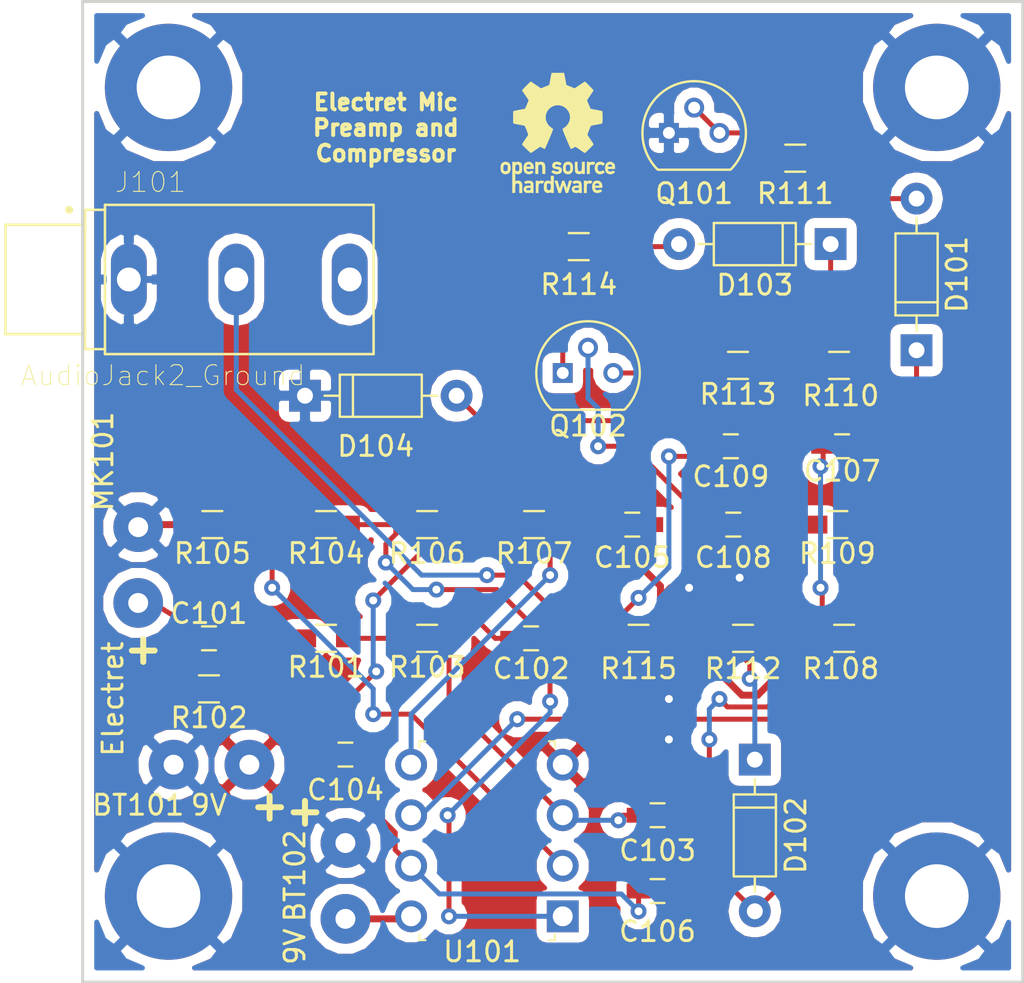
<source format=kicad_pcb>
(kicad_pcb (version 20171130) (host pcbnew "(5.0.1-3-g963ef8bb5)")

  (general
    (thickness 1.6)
    (drawings 8)
    (tracks 195)
    (zones 0)
    (modules 40)
    (nets 24)
  )

  (page A4)
  (layers
    (0 F.Cu signal)
    (31 B.Cu signal)
    (32 B.Adhes user)
    (33 F.Adhes user)
    (34 B.Paste user)
    (35 F.Paste user)
    (36 B.SilkS user)
    (37 F.SilkS user)
    (38 B.Mask user)
    (39 F.Mask user)
    (40 Dwgs.User user)
    (41 Cmts.User user)
    (42 Eco1.User user)
    (43 Eco2.User user)
    (44 Edge.Cuts user)
    (45 Margin user)
    (46 B.CrtYd user)
    (47 F.CrtYd user)
    (48 B.Fab user)
    (49 F.Fab user hide)
  )

  (setup
    (last_trace_width 0.25)
    (trace_clearance 0.2)
    (zone_clearance 0.508)
    (zone_45_only no)
    (trace_min 0.2)
    (segment_width 0.2)
    (edge_width 0.15)
    (via_size 0.8)
    (via_drill 0.4)
    (via_min_size 0.4)
    (via_min_drill 0.3)
    (uvia_size 0.3)
    (uvia_drill 0.1)
    (uvias_allowed no)
    (uvia_min_size 0.2)
    (uvia_min_drill 0.1)
    (pcb_text_width 0.3)
    (pcb_text_size 1.5 1.5)
    (mod_edge_width 0.15)
    (mod_text_size 1 1)
    (mod_text_width 0.15)
    (pad_size 3.6 1.8)
    (pad_drill 1.2)
    (pad_to_mask_clearance 0.051)
    (solder_mask_min_width 0.25)
    (aux_axis_origin 0 0)
    (visible_elements FFFFFF7F)
    (pcbplotparams
      (layerselection 0x010fc_ffffffff)
      (usegerberextensions true)
      (usegerberattributes false)
      (usegerberadvancedattributes false)
      (creategerberjobfile true)
      (excludeedgelayer true)
      (linewidth 0.100000)
      (plotframeref false)
      (viasonmask false)
      (mode 1)
      (useauxorigin false)
      (hpglpennumber 1)
      (hpglpenspeed 20)
      (hpglpendiameter 15.000000)
      (psnegative false)
      (psa4output false)
      (plotreference true)
      (plotvalue true)
      (plotinvisibletext false)
      (padsonsilk false)
      (subtractmaskfromsilk true)
      (outputformat 1)
      (mirror false)
      (drillshape 0)
      (scaleselection 1)
      (outputdirectory "gerbers/"))
  )

  (net 0 "")
  (net 1 GND)
  (net 2 "Net-(D101-Pad2)")
  (net 3 "Net-(Q102-Pad3)")
  (net 4 "Net-(C108-Pad1)")
  (net 5 "Net-(Q102-Pad1)")
  (net 6 "Net-(C102-Pad1)")
  (net 7 "Net-(R104-Pad2)")
  (net 8 "Net-(C103-Pad1)")
  (net 9 VCC)
  (net 10 "Net-(C105-Pad2)")
  (net 11 "Net-(R108-Pad2)")
  (net 12 Comp_In)
  (net 13 VEE)
  (net 14 In)
  (net 15 "Net-(C102-Pad2)")
  (net 16 "Net-(C104-Pad2)")
  (net 17 "Net-(C109-Pad2)")
  (net 18 "Net-(C107-Pad1)")
  (net 19 "Net-(D103-Pad2)")
  (net 20 "Net-(C109-Pad1)")
  (net 21 "Net-(C106-Pad1)")
  (net 22 "Net-(C101-Pad1)")
  (net 23 "Net-(J101-Pad3)")

  (net_class Default "This is the default net class."
    (clearance 0.2)
    (trace_width 0.25)
    (via_dia 0.8)
    (via_drill 0.4)
    (uvia_dia 0.3)
    (uvia_drill 0.1)
    (add_net Comp_In)
    (add_net In)
    (add_net "Net-(C101-Pad1)")
    (add_net "Net-(C102-Pad1)")
    (add_net "Net-(C102-Pad2)")
    (add_net "Net-(C103-Pad1)")
    (add_net "Net-(C104-Pad2)")
    (add_net "Net-(C105-Pad2)")
    (add_net "Net-(C106-Pad1)")
    (add_net "Net-(C107-Pad1)")
    (add_net "Net-(C108-Pad1)")
    (add_net "Net-(C109-Pad1)")
    (add_net "Net-(C109-Pad2)")
    (add_net "Net-(D101-Pad2)")
    (add_net "Net-(D103-Pad2)")
    (add_net "Net-(J101-Pad3)")
    (add_net "Net-(Q102-Pad1)")
    (add_net "Net-(Q102-Pad3)")
    (add_net "Net-(R104-Pad2)")
    (add_net "Net-(R108-Pad2)")
  )

  (net_class Power ""
    (clearance 0.25)
    (trace_width 0.35)
    (via_dia 0.8)
    (via_drill 0.4)
    (uvia_dia 0.3)
    (uvia_drill 0.1)
    (add_net GND)
    (add_net VCC)
    (add_net VEE)
  )

  (module MJ-3502:CUI_MJ-3502 (layer F.Cu) (tedit 5C5B2CE5) (tstamp 5C5A761E)
    (at 101.854 55.626)
    (path /5C5C7065)
    (fp_text reference J101 (at -4.46261 -4.88785) (layer F.SilkS)
      (effects (font (size 1.00058 1.00058) (thickness 0.05)))
    )
    (fp_text value AudioJack2_Ground (at -3.83149 4.82317) (layer F.SilkS)
      (effects (font (size 1.00169 1.00169) (thickness 0.05)))
    )
    (fp_circle (center -8.55 -3.5) (end -8.45 -3.5) (layer F.SilkS) (width 0.2))
    (fp_line (start -11.75 2.75) (end -7.75 2.75) (layer F.SilkS) (width 0.127))
    (fp_line (start -11.75 -2.75) (end -11.75 2.75) (layer F.SilkS) (width 0.127))
    (fp_line (start -7.75 -2.75) (end -11.75 -2.75) (layer F.SilkS) (width 0.127))
    (fp_line (start -11.75 2.75) (end -7.8 2.75) (layer Eco2.User) (width 0.127))
    (fp_line (start -11.75 -2.75) (end -11.75 2.75) (layer Eco2.User) (width 0.127))
    (fp_line (start -7.75 -2.75) (end -11.75 -2.75) (layer Eco2.User) (width 0.127))
    (fp_line (start -7.75 3.5) (end -6.75 3.5) (layer Eco2.User) (width 0.127))
    (fp_line (start -7.75 -2.75) (end -7.75 3.5) (layer Eco2.User) (width 0.127))
    (fp_line (start -7.75 -3.5) (end -7.75 -2.75) (layer Eco2.User) (width 0.127))
    (fp_line (start -6.75 -3.5) (end -7.75 -3.5) (layer Eco2.User) (width 0.127))
    (fp_line (start -7.75 3.5) (end -6.75 3.5) (layer F.SilkS) (width 0.127))
    (fp_line (start -7.75 2.75) (end -7.75 3.5) (layer F.SilkS) (width 0.127))
    (fp_line (start -7.75 -2.75) (end -7.75 2.75) (layer F.SilkS) (width 0.127))
    (fp_line (start -7.75 -3.5) (end -7.75 -2.75) (layer F.SilkS) (width 0.127))
    (fp_line (start -6.75 -3.5) (end -7.75 -3.5) (layer F.SilkS) (width 0.127))
    (fp_line (start -0.75 -0.65) (end -0.75 0.65) (layer Edge.Cuts) (width 0.0001))
    (fp_arc (start -0.15 -0.65) (end -0.75 -0.65) (angle 90) (layer Edge.Cuts) (width 0.0001))
    (fp_arc (start -0.15 -0.65) (end -0.15 -1.25) (angle 90) (layer Edge.Cuts) (width 0.0001))
    (fp_line (start 0.45 0.65) (end 0.45 -0.65) (layer Edge.Cuts) (width 0.0001))
    (fp_arc (start -0.15 0.65) (end 0.45 0.65) (angle 90) (layer Edge.Cuts) (width 0.0001))
    (fp_arc (start -0.15 0.65) (end -0.15 1.25) (angle 90) (layer Edge.Cuts) (width 0.0001))
    (fp_line (start 4.95 -0.65) (end 4.95 0.65) (layer Edge.Cuts) (width 0.0001))
    (fp_arc (start 5.55 -0.65) (end 4.95 -0.65) (angle 90) (layer Edge.Cuts) (width 0.0001))
    (fp_arc (start 5.55 -0.65) (end 5.55 -1.25) (angle 90) (layer Edge.Cuts) (width 0.0001))
    (fp_line (start 6.15 0.65) (end 6.15 -0.65) (layer Edge.Cuts) (width 0.0001))
    (fp_arc (start 5.55 0.65) (end 6.15 0.65) (angle 90) (layer Edge.Cuts) (width 0.0001))
    (fp_arc (start 5.55 0.65) (end 5.55 1.25) (angle 90) (layer Edge.Cuts) (width 0.0001))
    (fp_line (start -6.75 -3.5) (end -6.75 -3.75) (layer F.SilkS) (width 0.127))
    (fp_line (start -6.75 3.5) (end -6.75 -3.5) (layer F.SilkS) (width 0.127))
    (fp_line (start -6.75 3.75) (end -6.75 3.5) (layer F.SilkS) (width 0.127))
    (fp_line (start 6.75 3.75) (end -6.75 3.75) (layer F.SilkS) (width 0.127))
    (fp_line (start 6.75 -3.75) (end 6.75 3.75) (layer F.SilkS) (width 0.127))
    (fp_line (start -6.75 -3.75) (end 6.75 -3.75) (layer F.SilkS) (width 0.127))
    (fp_line (start -6.75 -3.5) (end -6.75 -3.75) (layer Eco2.User) (width 0.127))
    (fp_line (start -6.75 3.5) (end -6.75 -3.5) (layer Eco2.User) (width 0.127))
    (fp_line (start -6.75 3.75) (end -6.75 3.5) (layer Eco2.User) (width 0.127))
    (fp_line (start 6.75 3.75) (end -6.75 3.75) (layer Eco2.User) (width 0.127))
    (fp_line (start 6.75 -3.75) (end 6.75 3.75) (layer Eco2.User) (width 0.127))
    (fp_line (start -6.75 -3.75) (end 6.75 -3.75) (layer Eco2.User) (width 0.127))
    (fp_line (start -6.15 -0.65) (end -6.15 0.65) (layer Edge.Cuts) (width 0.0001))
    (fp_arc (start -5.55 -0.65) (end -6.15 -0.65) (angle 90) (layer Edge.Cuts) (width 0.0001))
    (fp_arc (start -5.55 -0.65) (end -5.55 -1.25) (angle 90) (layer Edge.Cuts) (width 0.0001))
    (fp_line (start -4.95 0.65) (end -4.95 -0.65) (layer Edge.Cuts) (width 0.0001))
    (fp_arc (start -5.55 0.65) (end -4.95 0.65) (angle 90) (layer Edge.Cuts) (width 0.0001))
    (fp_arc (start -5.55 0.65) (end -5.55 1.25) (angle 90) (layer Edge.Cuts) (width 0.0001))
    (fp_line (start -8 -3) (end -8 -4) (layer Eco1.User) (width 0.05))
    (fp_line (start -12 -3) (end -8 -3) (layer Eco1.User) (width 0.05))
    (fp_line (start -12 3) (end -12 -3) (layer Eco1.User) (width 0.05))
    (fp_line (start -8 3) (end -12 3) (layer Eco1.User) (width 0.05))
    (fp_line (start -8 4) (end -8 3) (layer Eco1.User) (width 0.05))
    (fp_line (start 7 4) (end -8 4) (layer Eco1.User) (width 0.05))
    (fp_line (start 7 -4) (end 7 4) (layer Eco1.User) (width 0.05))
    (fp_line (start -8 -4) (end 7 -4) (layer Eco1.User) (width 0.05))
    (pad 3 thru_hole oval (at 5.55 0 90) (size 3.6 1.8) (drill 1.2) (layers *.Cu *.Mask)
      (net 23 "Net-(J101-Pad3)"))
    (pad 2 thru_hole oval (at -0.15 0 90) (size 3.6 1.8) (drill 1.2) (layers *.Cu *.Mask)
      (net 20 "Net-(C109-Pad1)"))
    (pad 1 thru_hole oval (at -5.55 0 90) (size 3.6 1.8) (drill 1.2) (layers *.Cu *.Mask)
      (net 1 GND))
    (model ":User 3D:CUI_MJ-3502.step"
      (offset (xyz -12 0 7))
      (scale (xyz 1 1 1))
      (rotate (xyz 0 180 0))
    )
  )

  (module Diodes_ThroughHole:D_DO-35_SOD27_P7.62mm_Horizontal (layer F.Cu) (tedit 5921392F) (tstamp 5C59B9A7)
    (at 105.156 61.468)
    (descr "D, DO-35_SOD27 series, Axial, Horizontal, pin pitch=7.62mm, , length*diameter=4*2mm^2, , http://www.diodes.com/_files/packages/DO-35.pdf")
    (tags "D DO-35_SOD27 series Axial Horizontal pin pitch 7.62mm  length 4mm diameter 2mm")
    (path /5C576F64)
    (fp_text reference D104 (at 3.556 2.54) (layer F.SilkS)
      (effects (font (size 1 1) (thickness 0.15)))
    )
    (fp_text value 1N4148 (at 3.81 2.06) (layer F.Fab)
      (effects (font (size 1 1) (thickness 0.15)))
    )
    (fp_text user %R (at 3.81 0) (layer F.Fab)
      (effects (font (size 1 1) (thickness 0.15)))
    )
    (fp_line (start 1.81 -1) (end 1.81 1) (layer F.Fab) (width 0.1))
    (fp_line (start 1.81 1) (end 5.81 1) (layer F.Fab) (width 0.1))
    (fp_line (start 5.81 1) (end 5.81 -1) (layer F.Fab) (width 0.1))
    (fp_line (start 5.81 -1) (end 1.81 -1) (layer F.Fab) (width 0.1))
    (fp_line (start 0 0) (end 1.81 0) (layer F.Fab) (width 0.1))
    (fp_line (start 7.62 0) (end 5.81 0) (layer F.Fab) (width 0.1))
    (fp_line (start 2.41 -1) (end 2.41 1) (layer F.Fab) (width 0.1))
    (fp_line (start 1.75 -1.06) (end 1.75 1.06) (layer F.SilkS) (width 0.12))
    (fp_line (start 1.75 1.06) (end 5.87 1.06) (layer F.SilkS) (width 0.12))
    (fp_line (start 5.87 1.06) (end 5.87 -1.06) (layer F.SilkS) (width 0.12))
    (fp_line (start 5.87 -1.06) (end 1.75 -1.06) (layer F.SilkS) (width 0.12))
    (fp_line (start 0.98 0) (end 1.75 0) (layer F.SilkS) (width 0.12))
    (fp_line (start 6.64 0) (end 5.87 0) (layer F.SilkS) (width 0.12))
    (fp_line (start 2.41 -1.06) (end 2.41 1.06) (layer F.SilkS) (width 0.12))
    (fp_line (start -1.05 -1.35) (end -1.05 1.35) (layer F.CrtYd) (width 0.05))
    (fp_line (start -1.05 1.35) (end 8.7 1.35) (layer F.CrtYd) (width 0.05))
    (fp_line (start 8.7 1.35) (end 8.7 -1.35) (layer F.CrtYd) (width 0.05))
    (fp_line (start 8.7 -1.35) (end -1.05 -1.35) (layer F.CrtYd) (width 0.05))
    (pad 1 thru_hole rect (at 0 0) (size 1.6 1.6) (drill 0.8) (layers *.Cu *.Mask)
      (net 1 GND))
    (pad 2 thru_hole oval (at 7.62 0) (size 1.6 1.6) (drill 0.8) (layers *.Cu *.Mask)
      (net 17 "Net-(C109-Pad2)"))
    (model ${KISYS3DMOD}/Diode_THT.3dshapes/D_DO-35_SOD27_P7.62mm_Horizontal.wrl
      (at (xyz 0 0 0))
      (scale (xyz 1 1 1))
      (rotate (xyz 0 0 0))
    )
  )

  (module Diodes_ThroughHole:D_DO-35_SOD27_P7.62mm_Horizontal (layer F.Cu) (tedit 5921392F) (tstamp 5C593AF6)
    (at 131.572 53.848 180)
    (descr "D, DO-35_SOD27 series, Axial, Horizontal, pin pitch=7.62mm, , length*diameter=4*2mm^2, , http://www.diodes.com/_files/packages/DO-35.pdf")
    (tags "D DO-35_SOD27 series Axial Horizontal pin pitch 7.62mm  length 4mm diameter 2mm")
    (path /5C576ECC)
    (fp_text reference D103 (at 3.81 -2.06 180) (layer F.SilkS)
      (effects (font (size 1 1) (thickness 0.15)))
    )
    (fp_text value 1N4148 (at 3.81 2.06 180) (layer F.Fab)
      (effects (font (size 1 1) (thickness 0.15)))
    )
    (fp_text user %R (at 3.81 0 180) (layer F.Fab)
      (effects (font (size 1 1) (thickness 0.15)))
    )
    (fp_line (start 1.81 -1) (end 1.81 1) (layer F.Fab) (width 0.1))
    (fp_line (start 1.81 1) (end 5.81 1) (layer F.Fab) (width 0.1))
    (fp_line (start 5.81 1) (end 5.81 -1) (layer F.Fab) (width 0.1))
    (fp_line (start 5.81 -1) (end 1.81 -1) (layer F.Fab) (width 0.1))
    (fp_line (start 0 0) (end 1.81 0) (layer F.Fab) (width 0.1))
    (fp_line (start 7.62 0) (end 5.81 0) (layer F.Fab) (width 0.1))
    (fp_line (start 2.41 -1) (end 2.41 1) (layer F.Fab) (width 0.1))
    (fp_line (start 1.75 -1.06) (end 1.75 1.06) (layer F.SilkS) (width 0.12))
    (fp_line (start 1.75 1.06) (end 5.87 1.06) (layer F.SilkS) (width 0.12))
    (fp_line (start 5.87 1.06) (end 5.87 -1.06) (layer F.SilkS) (width 0.12))
    (fp_line (start 5.87 -1.06) (end 1.75 -1.06) (layer F.SilkS) (width 0.12))
    (fp_line (start 0.98 0) (end 1.75 0) (layer F.SilkS) (width 0.12))
    (fp_line (start 6.64 0) (end 5.87 0) (layer F.SilkS) (width 0.12))
    (fp_line (start 2.41 -1.06) (end 2.41 1.06) (layer F.SilkS) (width 0.12))
    (fp_line (start -1.05 -1.35) (end -1.05 1.35) (layer F.CrtYd) (width 0.05))
    (fp_line (start -1.05 1.35) (end 8.7 1.35) (layer F.CrtYd) (width 0.05))
    (fp_line (start 8.7 1.35) (end 8.7 -1.35) (layer F.CrtYd) (width 0.05))
    (fp_line (start 8.7 -1.35) (end -1.05 -1.35) (layer F.CrtYd) (width 0.05))
    (pad 1 thru_hole rect (at 0 0 180) (size 1.6 1.6) (drill 0.8) (layers *.Cu *.Mask)
      (net 17 "Net-(C109-Pad2)"))
    (pad 2 thru_hole oval (at 7.62 0 180) (size 1.6 1.6) (drill 0.8) (layers *.Cu *.Mask)
      (net 19 "Net-(D103-Pad2)"))
    (model ${KISYS3DMOD}/Diodes_THT.3dshapes/D_DO-35_SOD27_P7.62mm_Horizontal.wrl
      (at (xyz 0 0 0))
      (scale (xyz 0.393701 0.393701 0.393701))
      (rotate (xyz 0 0 0))
    )
    (model ${KISYS3DMOD}/Diode_THT.3dshapes/D_DO-35_SOD27_P7.62mm_Horizontal.wrl
      (at (xyz 0 0 0))
      (scale (xyz 1 1 1))
      (rotate (xyz 0 0 0))
    )
  )

  (module Diodes_ThroughHole:D_DO-35_SOD27_P7.62mm_Horizontal (layer F.Cu) (tedit 5921392F) (tstamp 5C5A9CA4)
    (at 127.762 79.756 270)
    (descr "D, DO-35_SOD27 series, Axial, Horizontal, pin pitch=7.62mm, , length*diameter=4*2mm^2, , http://www.diodes.com/_files/packages/DO-35.pdf")
    (tags "D DO-35_SOD27 series Axial Horizontal pin pitch 7.62mm  length 4mm diameter 2mm")
    (path /5C576E46)
    (fp_text reference D102 (at 3.81 -2.06 270) (layer F.SilkS)
      (effects (font (size 1 1) (thickness 0.15)))
    )
    (fp_text value 1N4148 (at 3.81 2.06 270) (layer F.Fab)
      (effects (font (size 1 1) (thickness 0.15)))
    )
    (fp_text user %R (at 3.81 0 270) (layer F.Fab)
      (effects (font (size 1 1) (thickness 0.15)))
    )
    (fp_line (start 1.81 -1) (end 1.81 1) (layer F.Fab) (width 0.1))
    (fp_line (start 1.81 1) (end 5.81 1) (layer F.Fab) (width 0.1))
    (fp_line (start 5.81 1) (end 5.81 -1) (layer F.Fab) (width 0.1))
    (fp_line (start 5.81 -1) (end 1.81 -1) (layer F.Fab) (width 0.1))
    (fp_line (start 0 0) (end 1.81 0) (layer F.Fab) (width 0.1))
    (fp_line (start 7.62 0) (end 5.81 0) (layer F.Fab) (width 0.1))
    (fp_line (start 2.41 -1) (end 2.41 1) (layer F.Fab) (width 0.1))
    (fp_line (start 1.75 -1.06) (end 1.75 1.06) (layer F.SilkS) (width 0.12))
    (fp_line (start 1.75 1.06) (end 5.87 1.06) (layer F.SilkS) (width 0.12))
    (fp_line (start 5.87 1.06) (end 5.87 -1.06) (layer F.SilkS) (width 0.12))
    (fp_line (start 5.87 -1.06) (end 1.75 -1.06) (layer F.SilkS) (width 0.12))
    (fp_line (start 0.98 0) (end 1.75 0) (layer F.SilkS) (width 0.12))
    (fp_line (start 6.64 0) (end 5.87 0) (layer F.SilkS) (width 0.12))
    (fp_line (start 2.41 -1.06) (end 2.41 1.06) (layer F.SilkS) (width 0.12))
    (fp_line (start -1.05 -1.35) (end -1.05 1.35) (layer F.CrtYd) (width 0.05))
    (fp_line (start -1.05 1.35) (end 8.7 1.35) (layer F.CrtYd) (width 0.05))
    (fp_line (start 8.7 1.35) (end 8.7 -1.35) (layer F.CrtYd) (width 0.05))
    (fp_line (start 8.7 -1.35) (end -1.05 -1.35) (layer F.CrtYd) (width 0.05))
    (pad 1 thru_hole rect (at 0 0 270) (size 1.6 1.6) (drill 0.8) (layers *.Cu *.Mask)
      (net 4 "Net-(C108-Pad1)"))
    (pad 2 thru_hole oval (at 7.62 0 270) (size 1.6 1.6) (drill 0.8) (layers *.Cu *.Mask)
      (net 21 "Net-(C106-Pad1)"))
    (model ${KISYS3DMOD}/Diodes_THT.3dshapes/D_DO-35_SOD27_P7.62mm_Horizontal.wrl
      (at (xyz 0 0 0))
      (scale (xyz 0.393701 0.393701 0.393701))
      (rotate (xyz 0 0 0))
    )
    (model ${KISYS3DMOD}/Diode_THT.3dshapes/D_DO-35_SOD27_P7.62mm_Horizontal.wrl
      (at (xyz 0 0 0))
      (scale (xyz 1 1 1))
      (rotate (xyz 0 0 0))
    )
  )

  (module Diodes_ThroughHole:D_DO-35_SOD27_P7.62mm_Horizontal (layer F.Cu) (tedit 5921392F) (tstamp 5C593AC4)
    (at 135.89 59.182 90)
    (descr "D, DO-35_SOD27 series, Axial, Horizontal, pin pitch=7.62mm, , length*diameter=4*2mm^2, , http://www.diodes.com/_files/packages/DO-35.pdf")
    (tags "D DO-35_SOD27 series Axial Horizontal pin pitch 7.62mm  length 4mm diameter 2mm")
    (path /5C576D9C)
    (fp_text reference D101 (at 3.81 2.032 90) (layer F.SilkS)
      (effects (font (size 1 1) (thickness 0.15)))
    )
    (fp_text value 1N4148 (at 3.81 2.06 90) (layer F.Fab)
      (effects (font (size 1 1) (thickness 0.15)))
    )
    (fp_text user %R (at 3.81 0 90) (layer F.Fab)
      (effects (font (size 1 1) (thickness 0.15)))
    )
    (fp_line (start 1.81 -1) (end 1.81 1) (layer F.Fab) (width 0.1))
    (fp_line (start 1.81 1) (end 5.81 1) (layer F.Fab) (width 0.1))
    (fp_line (start 5.81 1) (end 5.81 -1) (layer F.Fab) (width 0.1))
    (fp_line (start 5.81 -1) (end 1.81 -1) (layer F.Fab) (width 0.1))
    (fp_line (start 0 0) (end 1.81 0) (layer F.Fab) (width 0.1))
    (fp_line (start 7.62 0) (end 5.81 0) (layer F.Fab) (width 0.1))
    (fp_line (start 2.41 -1) (end 2.41 1) (layer F.Fab) (width 0.1))
    (fp_line (start 1.75 -1.06) (end 1.75 1.06) (layer F.SilkS) (width 0.12))
    (fp_line (start 1.75 1.06) (end 5.87 1.06) (layer F.SilkS) (width 0.12))
    (fp_line (start 5.87 1.06) (end 5.87 -1.06) (layer F.SilkS) (width 0.12))
    (fp_line (start 5.87 -1.06) (end 1.75 -1.06) (layer F.SilkS) (width 0.12))
    (fp_line (start 0.98 0) (end 1.75 0) (layer F.SilkS) (width 0.12))
    (fp_line (start 6.64 0) (end 5.87 0) (layer F.SilkS) (width 0.12))
    (fp_line (start 2.41 -1.06) (end 2.41 1.06) (layer F.SilkS) (width 0.12))
    (fp_line (start -1.05 -1.35) (end -1.05 1.35) (layer F.CrtYd) (width 0.05))
    (fp_line (start -1.05 1.35) (end 8.7 1.35) (layer F.CrtYd) (width 0.05))
    (fp_line (start 8.7 1.35) (end 8.7 -1.35) (layer F.CrtYd) (width 0.05))
    (fp_line (start 8.7 -1.35) (end -1.05 -1.35) (layer F.CrtYd) (width 0.05))
    (pad 1 thru_hole rect (at 0 0 90) (size 1.6 1.6) (drill 0.8) (layers *.Cu *.Mask)
      (net 21 "Net-(C106-Pad1)"))
    (pad 2 thru_hole oval (at 7.62 0 90) (size 1.6 1.6) (drill 0.8) (layers *.Cu *.Mask)
      (net 2 "Net-(D101-Pad2)"))
    (model ${KISYS3DMOD}/Diodes_THT.3dshapes/D_DO-35_SOD27_P7.62mm_Horizontal.wrl
      (at (xyz 0 0 0))
      (scale (xyz 0.393701 0.393701 0.393701))
      (rotate (xyz 0 0 0))
    )
    (model ${KISYS3DMOD}/Diode_THT.3dshapes/D_DO-35_SOD27_P7.62mm_Horizontal.wrl
      (at (xyz 0 0 0))
      (scale (xyz 1 1 1))
      (rotate (xyz 0 0 0))
    )
  )

  (module smd_tclarke:C_0603_HandSoldering (layer F.Cu) (tedit 5C5B132B) (tstamp 5C593BC7)
    (at 116.52 73.66 180)
    (descr "Capacitor SMD 0603, hand soldering")
    (tags "capacitor 0603")
    (path /5C587218)
    (attr smd)
    (fp_text reference C102 (at 0 -1.524 180) (layer F.SilkS)
      (effects (font (size 1 1) (thickness 0.15)))
    )
    (fp_text value 1n (at -2.54 0 180) (layer F.Fab)
      (effects (font (size 1 1) (thickness 0.15)))
    )
    (fp_text user %R (at 0 -1.25 180) (layer F.Fab)
      (effects (font (size 1 1) (thickness 0.15)))
    )
    (fp_line (start -0.8 0.4) (end -0.8 -0.4) (layer F.Fab) (width 0.1))
    (fp_line (start 0.8 0.4) (end -0.8 0.4) (layer F.Fab) (width 0.1))
    (fp_line (start 0.8 -0.4) (end 0.8 0.4) (layer F.Fab) (width 0.1))
    (fp_line (start -0.8 -0.4) (end 0.8 -0.4) (layer F.Fab) (width 0.1))
    (fp_line (start -0.35 -0.6) (end 0.35 -0.6) (layer F.SilkS) (width 0.12))
    (fp_line (start 0.35 0.6) (end -0.35 0.6) (layer F.SilkS) (width 0.12))
    (fp_line (start -1.8 -0.65) (end 1.8 -0.65) (layer F.CrtYd) (width 0.05))
    (fp_line (start -1.8 -0.65) (end -1.8 0.65) (layer F.CrtYd) (width 0.05))
    (fp_line (start 1.8 0.65) (end 1.8 -0.65) (layer F.CrtYd) (width 0.05))
    (fp_line (start 1.8 0.65) (end -1.8 0.65) (layer F.CrtYd) (width 0.05))
    (pad 1 smd rect (at -0.95 0 180) (size 1.2 0.75) (layers F.Cu F.Paste F.Mask)
      (net 6 "Net-(C102-Pad1)"))
    (pad 2 smd rect (at 0.95 0 180) (size 1.2 0.75) (layers F.Cu F.Paste F.Mask)
      (net 15 "Net-(C102-Pad2)"))
    (model Capacitors_SMD.3dshapes/C_0603.wrl
      (at (xyz 0 0 0))
      (scale (xyz 1 1 1))
      (rotate (xyz 0 0 0))
    )
    (model ${KISYS3DMOD}/Capacitor_SMD.3dshapes/C_0603_1608Metric.wrl
      (at (xyz 0 0 0))
      (scale (xyz 1 1 1))
      (rotate (xyz 0 0 0))
    )
  )

  (module smd_tclarke:C_0603_HandSoldering (layer F.Cu) (tedit 5C5B132B) (tstamp 5C593BB6)
    (at 121.605 67.945)
    (descr "Capacitor SMD 0603, hand soldering")
    (tags "capacitor 0603")
    (path /5C592492)
    (attr smd)
    (fp_text reference C105 (at 0 1.651) (layer F.SilkS)
      (effects (font (size 1 1) (thickness 0.15)))
    )
    (fp_text value 100p (at 0 1.5) (layer F.Fab)
      (effects (font (size 1 1) (thickness 0.15)))
    )
    (fp_text user %R (at 0 -1.25) (layer F.Fab)
      (effects (font (size 1 1) (thickness 0.15)))
    )
    (fp_line (start -0.8 0.4) (end -0.8 -0.4) (layer F.Fab) (width 0.1))
    (fp_line (start 0.8 0.4) (end -0.8 0.4) (layer F.Fab) (width 0.1))
    (fp_line (start 0.8 -0.4) (end 0.8 0.4) (layer F.Fab) (width 0.1))
    (fp_line (start -0.8 -0.4) (end 0.8 -0.4) (layer F.Fab) (width 0.1))
    (fp_line (start -0.35 -0.6) (end 0.35 -0.6) (layer F.SilkS) (width 0.12))
    (fp_line (start 0.35 0.6) (end -0.35 0.6) (layer F.SilkS) (width 0.12))
    (fp_line (start -1.8 -0.65) (end 1.8 -0.65) (layer F.CrtYd) (width 0.05))
    (fp_line (start -1.8 -0.65) (end -1.8 0.65) (layer F.CrtYd) (width 0.05))
    (fp_line (start 1.8 0.65) (end 1.8 -0.65) (layer F.CrtYd) (width 0.05))
    (fp_line (start 1.8 0.65) (end -1.8 0.65) (layer F.CrtYd) (width 0.05))
    (pad 1 smd rect (at -0.95 0) (size 1.2 0.75) (layers F.Cu F.Paste F.Mask)
      (net 1 GND))
    (pad 2 smd rect (at 0.95 0) (size 1.2 0.75) (layers F.Cu F.Paste F.Mask)
      (net 10 "Net-(C105-Pad2)"))
    (model Capacitors_SMD.3dshapes/C_0603.wrl
      (at (xyz 0 0 0))
      (scale (xyz 1 1 1))
      (rotate (xyz 0 0 0))
    )
    (model ${KISYS3DMOD}/Capacitor_SMD.3dshapes/C_0603_1608Metric.wrl
      (at (xyz 0 0 0))
      (scale (xyz 1 1 1))
      (rotate (xyz 0 0 0))
    )
  )

  (module smd_tclarke:C_0603_HandSoldering (layer F.Cu) (tedit 5C5B132B) (tstamp 5C5A899A)
    (at 122.875 82.55)
    (descr "Capacitor SMD 0603, hand soldering")
    (tags "capacitor 0603")
    (path /5C58751E)
    (attr smd)
    (fp_text reference C103 (at 0 1.778) (layer F.SilkS)
      (effects (font (size 1 1) (thickness 0.15)))
    )
    (fp_text value 1n (at 2.86 0) (layer F.Fab)
      (effects (font (size 1 1) (thickness 0.15)))
    )
    (fp_text user %R (at 0 -1.25) (layer F.Fab)
      (effects (font (size 1 1) (thickness 0.15)))
    )
    (fp_line (start -0.8 0.4) (end -0.8 -0.4) (layer F.Fab) (width 0.1))
    (fp_line (start 0.8 0.4) (end -0.8 0.4) (layer F.Fab) (width 0.1))
    (fp_line (start 0.8 -0.4) (end 0.8 0.4) (layer F.Fab) (width 0.1))
    (fp_line (start -0.8 -0.4) (end 0.8 -0.4) (layer F.Fab) (width 0.1))
    (fp_line (start -0.35 -0.6) (end 0.35 -0.6) (layer F.SilkS) (width 0.12))
    (fp_line (start 0.35 0.6) (end -0.35 0.6) (layer F.SilkS) (width 0.12))
    (fp_line (start -1.8 -0.65) (end 1.8 -0.65) (layer F.CrtYd) (width 0.05))
    (fp_line (start -1.8 -0.65) (end -1.8 0.65) (layer F.CrtYd) (width 0.05))
    (fp_line (start 1.8 0.65) (end 1.8 -0.65) (layer F.CrtYd) (width 0.05))
    (fp_line (start 1.8 0.65) (end -1.8 0.65) (layer F.CrtYd) (width 0.05))
    (pad 1 smd rect (at -0.95 0) (size 1.2 0.75) (layers F.Cu F.Paste F.Mask)
      (net 8 "Net-(C103-Pad1)"))
    (pad 2 smd rect (at 0.95 0) (size 1.2 0.75) (layers F.Cu F.Paste F.Mask)
      (net 1 GND))
    (model Capacitors_SMD.3dshapes/C_0603.wrl
      (at (xyz 0 0 0))
      (scale (xyz 1 1 1))
      (rotate (xyz 0 0 0))
    )
    (model ${KISYS3DMOD}/Capacitor_SMD.3dshapes/C_0603_1608Metric.wrl
      (at (xyz 0 0 0))
      (scale (xyz 1 1 1))
      (rotate (xyz 0 0 0))
    )
  )

  (module smd_tclarke:C_0603_HandSoldering (layer F.Cu) (tedit 5C5B132B) (tstamp 5C5A86FE)
    (at 100.33 73.66)
    (descr "Capacitor SMD 0603, hand soldering")
    (tags "capacitor 0603")
    (path /5C5D0828)
    (attr smd)
    (fp_text reference C101 (at 0 -1.25) (layer F.SilkS)
      (effects (font (size 1 1) (thickness 0.15)))
    )
    (fp_text value 10u (at 0 -2.54) (layer F.Fab)
      (effects (font (size 1 1) (thickness 0.15)))
    )
    (fp_text user %R (at 0 -1.25) (layer F.Fab)
      (effects (font (size 1 1) (thickness 0.15)))
    )
    (fp_line (start -0.8 0.4) (end -0.8 -0.4) (layer F.Fab) (width 0.1))
    (fp_line (start 0.8 0.4) (end -0.8 0.4) (layer F.Fab) (width 0.1))
    (fp_line (start 0.8 -0.4) (end 0.8 0.4) (layer F.Fab) (width 0.1))
    (fp_line (start -0.8 -0.4) (end 0.8 -0.4) (layer F.Fab) (width 0.1))
    (fp_line (start -0.35 -0.6) (end 0.35 -0.6) (layer F.SilkS) (width 0.12))
    (fp_line (start 0.35 0.6) (end -0.35 0.6) (layer F.SilkS) (width 0.12))
    (fp_line (start -1.8 -0.65) (end 1.8 -0.65) (layer F.CrtYd) (width 0.05))
    (fp_line (start -1.8 -0.65) (end -1.8 0.65) (layer F.CrtYd) (width 0.05))
    (fp_line (start 1.8 0.65) (end 1.8 -0.65) (layer F.CrtYd) (width 0.05))
    (fp_line (start 1.8 0.65) (end -1.8 0.65) (layer F.CrtYd) (width 0.05))
    (pad 1 smd rect (at -0.95 0) (size 1.2 0.75) (layers F.Cu F.Paste F.Mask)
      (net 22 "Net-(C101-Pad1)"))
    (pad 2 smd rect (at 0.95 0) (size 1.2 0.75) (layers F.Cu F.Paste F.Mask)
      (net 14 In))
    (model Capacitors_SMD.3dshapes/C_0603.wrl
      (at (xyz 0 0 0))
      (scale (xyz 1 1 1))
      (rotate (xyz 0 0 0))
    )
    (model ${KISYS3DMOD}/Capacitor_SMD.3dshapes/C_0603_1608Metric.wrl
      (at (xyz 0 0 0))
      (scale (xyz 1 1 1))
      (rotate (xyz 0 0 0))
    )
  )

  (module smd_tclarke:C_0603_HandSoldering (layer F.Cu) (tedit 5C5B132B) (tstamp 5C593B83)
    (at 107.188 79.502 180)
    (descr "Capacitor SMD 0603, hand soldering")
    (tags "capacitor 0603")
    (path /5C5920B6)
    (attr smd)
    (fp_text reference C104 (at 0 -1.778 180) (layer F.SilkS)
      (effects (font (size 1 1) (thickness 0.15)))
    )
    (fp_text value 1n (at 0 1.5 180) (layer F.Fab)
      (effects (font (size 1 1) (thickness 0.15)))
    )
    (fp_text user %R (at 0 -1.25 180) (layer F.Fab)
      (effects (font (size 1 1) (thickness 0.15)))
    )
    (fp_line (start -0.8 0.4) (end -0.8 -0.4) (layer F.Fab) (width 0.1))
    (fp_line (start 0.8 0.4) (end -0.8 0.4) (layer F.Fab) (width 0.1))
    (fp_line (start 0.8 -0.4) (end 0.8 0.4) (layer F.Fab) (width 0.1))
    (fp_line (start -0.8 -0.4) (end 0.8 -0.4) (layer F.Fab) (width 0.1))
    (fp_line (start -0.35 -0.6) (end 0.35 -0.6) (layer F.SilkS) (width 0.12))
    (fp_line (start 0.35 0.6) (end -0.35 0.6) (layer F.SilkS) (width 0.12))
    (fp_line (start -1.8 -0.65) (end 1.8 -0.65) (layer F.CrtYd) (width 0.05))
    (fp_line (start -1.8 -0.65) (end -1.8 0.65) (layer F.CrtYd) (width 0.05))
    (fp_line (start 1.8 0.65) (end 1.8 -0.65) (layer F.CrtYd) (width 0.05))
    (fp_line (start 1.8 0.65) (end -1.8 0.65) (layer F.CrtYd) (width 0.05))
    (pad 1 smd rect (at -0.95 0 180) (size 1.2 0.75) (layers F.Cu F.Paste F.Mask)
      (net 12 Comp_In))
    (pad 2 smd rect (at 0.95 0 180) (size 1.2 0.75) (layers F.Cu F.Paste F.Mask)
      (net 16 "Net-(C104-Pad2)"))
    (model Capacitors_SMD.3dshapes/C_0603.wrl
      (at (xyz 0 0 0))
      (scale (xyz 1 1 1))
      (rotate (xyz 0 0 0))
    )
    (model ${KISYS3DMOD}/Capacitor_SMD.3dshapes/C_0603_1608Metric.wrl
      (at (xyz 0 0 0))
      (scale (xyz 1 1 1))
      (rotate (xyz 0 0 0))
    )
  )

  (module smd_tclarke:C_0603_HandSoldering (layer F.Cu) (tedit 5C5B132B) (tstamp 5C593B72)
    (at 126.558 64.008)
    (descr "Capacitor SMD 0603, hand soldering")
    (tags "capacitor 0603")
    (path /5C57730C)
    (attr smd)
    (fp_text reference C109 (at 0 1.524) (layer F.SilkS)
      (effects (font (size 1 1) (thickness 0.15)))
    )
    (fp_text value 47n (at 0 1.5) (layer F.Fab)
      (effects (font (size 1 1) (thickness 0.15)))
    )
    (fp_text user %R (at 0 -1.25) (layer F.Fab)
      (effects (font (size 1 1) (thickness 0.15)))
    )
    (fp_line (start -0.8 0.4) (end -0.8 -0.4) (layer F.Fab) (width 0.1))
    (fp_line (start 0.8 0.4) (end -0.8 0.4) (layer F.Fab) (width 0.1))
    (fp_line (start 0.8 -0.4) (end 0.8 0.4) (layer F.Fab) (width 0.1))
    (fp_line (start -0.8 -0.4) (end 0.8 -0.4) (layer F.Fab) (width 0.1))
    (fp_line (start -0.35 -0.6) (end 0.35 -0.6) (layer F.SilkS) (width 0.12))
    (fp_line (start 0.35 0.6) (end -0.35 0.6) (layer F.SilkS) (width 0.12))
    (fp_line (start -1.8 -0.65) (end 1.8 -0.65) (layer F.CrtYd) (width 0.05))
    (fp_line (start -1.8 -0.65) (end -1.8 0.65) (layer F.CrtYd) (width 0.05))
    (fp_line (start 1.8 0.65) (end 1.8 -0.65) (layer F.CrtYd) (width 0.05))
    (fp_line (start 1.8 0.65) (end -1.8 0.65) (layer F.CrtYd) (width 0.05))
    (pad 1 smd rect (at -0.95 0) (size 1.2 0.75) (layers F.Cu F.Paste F.Mask)
      (net 20 "Net-(C109-Pad1)"))
    (pad 2 smd rect (at 0.95 0) (size 1.2 0.75) (layers F.Cu F.Paste F.Mask)
      (net 17 "Net-(C109-Pad2)"))
    (model Capacitors_SMD.3dshapes/C_0603.wrl
      (at (xyz 0 0 0))
      (scale (xyz 1 1 1))
      (rotate (xyz 0 0 0))
    )
    (model ${KISYS3DMOD}/Capacitor_SMD.3dshapes/C_0603_1608Metric.wrl
      (at (xyz 0 0 0))
      (scale (xyz 1 1 1))
      (rotate (xyz 0 0 0))
    )
  )

  (module smd_tclarke:C_0603_HandSoldering (layer F.Cu) (tedit 5C5B132B) (tstamp 5C593B61)
    (at 126.68 67.945)
    (descr "Capacitor SMD 0603, hand soldering")
    (tags "capacitor 0603")
    (path /5C576FCE)
    (attr smd)
    (fp_text reference C108 (at 0 1.651) (layer F.SilkS)
      (effects (font (size 1 1) (thickness 0.15)))
    )
    (fp_text value 1u (at 0 1.5) (layer F.Fab)
      (effects (font (size 1 1) (thickness 0.15)))
    )
    (fp_text user %R (at 0 -1.25) (layer F.Fab)
      (effects (font (size 1 1) (thickness 0.15)))
    )
    (fp_line (start -0.8 0.4) (end -0.8 -0.4) (layer F.Fab) (width 0.1))
    (fp_line (start 0.8 0.4) (end -0.8 0.4) (layer F.Fab) (width 0.1))
    (fp_line (start 0.8 -0.4) (end 0.8 0.4) (layer F.Fab) (width 0.1))
    (fp_line (start -0.8 -0.4) (end 0.8 -0.4) (layer F.Fab) (width 0.1))
    (fp_line (start -0.35 -0.6) (end 0.35 -0.6) (layer F.SilkS) (width 0.12))
    (fp_line (start 0.35 0.6) (end -0.35 0.6) (layer F.SilkS) (width 0.12))
    (fp_line (start -1.8 -0.65) (end 1.8 -0.65) (layer F.CrtYd) (width 0.05))
    (fp_line (start -1.8 -0.65) (end -1.8 0.65) (layer F.CrtYd) (width 0.05))
    (fp_line (start 1.8 0.65) (end 1.8 -0.65) (layer F.CrtYd) (width 0.05))
    (fp_line (start 1.8 0.65) (end -1.8 0.65) (layer F.CrtYd) (width 0.05))
    (pad 1 smd rect (at -0.95 0) (size 1.2 0.75) (layers F.Cu F.Paste F.Mask)
      (net 4 "Net-(C108-Pad1)"))
    (pad 2 smd rect (at 0.95 0) (size 1.2 0.75) (layers F.Cu F.Paste F.Mask)
      (net 1 GND))
    (model Capacitors_SMD.3dshapes/C_0603.wrl
      (at (xyz 0 0 0))
      (scale (xyz 1 1 1))
      (rotate (xyz 0 0 0))
    )
    (model ${KISYS3DMOD}/Capacitor_SMD.3dshapes/C_0603_1608Metric.wrl
      (at (xyz 0 0 0))
      (scale (xyz 1 1 1))
      (rotate (xyz 0 0 0))
    )
  )

  (module smd_tclarke:C_0603_HandSoldering (layer F.Cu) (tedit 5C5B132B) (tstamp 5C593B50)
    (at 132.146 64.008 180)
    (descr "Capacitor SMD 0603, hand soldering")
    (tags "capacitor 0603")
    (path /5C576BE0)
    (attr smd)
    (fp_text reference C107 (at 0 -1.25 180) (layer F.SilkS)
      (effects (font (size 1 1) (thickness 0.15)))
    )
    (fp_text value 47n (at 0 1.5 180) (layer F.Fab)
      (effects (font (size 1 1) (thickness 0.15)))
    )
    (fp_text user %R (at 0 -1.25 180) (layer F.Fab)
      (effects (font (size 1 1) (thickness 0.15)))
    )
    (fp_line (start -0.8 0.4) (end -0.8 -0.4) (layer F.Fab) (width 0.1))
    (fp_line (start 0.8 0.4) (end -0.8 0.4) (layer F.Fab) (width 0.1))
    (fp_line (start 0.8 -0.4) (end 0.8 0.4) (layer F.Fab) (width 0.1))
    (fp_line (start -0.8 -0.4) (end 0.8 -0.4) (layer F.Fab) (width 0.1))
    (fp_line (start -0.35 -0.6) (end 0.35 -0.6) (layer F.SilkS) (width 0.12))
    (fp_line (start 0.35 0.6) (end -0.35 0.6) (layer F.SilkS) (width 0.12))
    (fp_line (start -1.8 -0.65) (end 1.8 -0.65) (layer F.CrtYd) (width 0.05))
    (fp_line (start -1.8 -0.65) (end -1.8 0.65) (layer F.CrtYd) (width 0.05))
    (fp_line (start 1.8 0.65) (end 1.8 -0.65) (layer F.CrtYd) (width 0.05))
    (fp_line (start 1.8 0.65) (end -1.8 0.65) (layer F.CrtYd) (width 0.05))
    (pad 1 smd rect (at -0.95 0 180) (size 1.2 0.75) (layers F.Cu F.Paste F.Mask)
      (net 18 "Net-(C107-Pad1)"))
    (pad 2 smd rect (at 0.95 0 180) (size 1.2 0.75) (layers F.Cu F.Paste F.Mask)
      (net 12 Comp_In))
    (model Capacitors_SMD.3dshapes/C_0603.wrl
      (at (xyz 0 0 0))
      (scale (xyz 1 1 1))
      (rotate (xyz 0 0 0))
    )
    (model ${KISYS3DMOD}/Capacitor_SMD.3dshapes/C_0603_1608Metric.wrl
      (at (xyz 0 0 0))
      (scale (xyz 1 1 1))
      (rotate (xyz 0 0 0))
    )
  )

  (module smd_tclarke:C_0603_HandSoldering (layer F.Cu) (tedit 5C5B132B) (tstamp 5C593B3F)
    (at 122.87 86.36 180)
    (descr "Capacitor SMD 0603, hand soldering")
    (tags "capacitor 0603")
    (path /5C576CFA)
    (attr smd)
    (fp_text reference C106 (at 0 -2.032 180) (layer F.SilkS)
      (effects (font (size 1 1) (thickness 0.15)))
    )
    (fp_text value 470n (at 0 1.5 180) (layer F.Fab)
      (effects (font (size 1 1) (thickness 0.15)))
    )
    (fp_text user %R (at 0 -1.25 180) (layer F.Fab)
      (effects (font (size 1 1) (thickness 0.15)))
    )
    (fp_line (start -0.8 0.4) (end -0.8 -0.4) (layer F.Fab) (width 0.1))
    (fp_line (start 0.8 0.4) (end -0.8 0.4) (layer F.Fab) (width 0.1))
    (fp_line (start 0.8 -0.4) (end 0.8 0.4) (layer F.Fab) (width 0.1))
    (fp_line (start -0.8 -0.4) (end 0.8 -0.4) (layer F.Fab) (width 0.1))
    (fp_line (start -0.35 -0.6) (end 0.35 -0.6) (layer F.SilkS) (width 0.12))
    (fp_line (start 0.35 0.6) (end -0.35 0.6) (layer F.SilkS) (width 0.12))
    (fp_line (start -1.8 -0.65) (end 1.8 -0.65) (layer F.CrtYd) (width 0.05))
    (fp_line (start -1.8 -0.65) (end -1.8 0.65) (layer F.CrtYd) (width 0.05))
    (fp_line (start 1.8 0.65) (end 1.8 -0.65) (layer F.CrtYd) (width 0.05))
    (fp_line (start 1.8 0.65) (end -1.8 0.65) (layer F.CrtYd) (width 0.05))
    (pad 1 smd rect (at -0.95 0 180) (size 1.2 0.75) (layers F.Cu F.Paste F.Mask)
      (net 21 "Net-(C106-Pad1)"))
    (pad 2 smd rect (at 0.95 0 180) (size 1.2 0.75) (layers F.Cu F.Paste F.Mask)
      (net 12 Comp_In))
    (model Capacitors_SMD.3dshapes/C_0603.wrl
      (at (xyz 0 0 0))
      (scale (xyz 1 1 1))
      (rotate (xyz 0 0 0))
    )
    (model ${KISYS3DMOD}/Capacitor_SMD.3dshapes/C_0603_1608Metric.wrl
      (at (xyz 0 0 0))
      (scale (xyz 1 1 1))
      (rotate (xyz 0 0 0))
    )
  )

  (module smd_tclarke:R_0603_HandSoldering (layer F.Cu) (tedit 5C5B127B) (tstamp 5C5A9778)
    (at 126.916 59.944 180)
    (descr "Resistor SMD 0603, hand soldering")
    (tags "resistor 0603")
    (path /5C57729D)
    (attr smd)
    (fp_text reference R113 (at 0 -1.45 180) (layer F.SilkS)
      (effects (font (size 1 1) (thickness 0.15)))
    )
    (fp_text value 750 (at 0 1.55 180) (layer F.Fab)
      (effects (font (size 1 1) (thickness 0.15)))
    )
    (fp_line (start 1.95 0.7) (end -1.96 0.7) (layer F.CrtYd) (width 0.05))
    (fp_line (start 1.95 0.7) (end 1.95 -0.7) (layer F.CrtYd) (width 0.05))
    (fp_line (start -1.96 -0.7) (end -1.96 0.7) (layer F.CrtYd) (width 0.05))
    (fp_line (start -1.96 -0.7) (end 1.95 -0.7) (layer F.CrtYd) (width 0.05))
    (fp_line (start -0.5 -0.68) (end 0.5 -0.68) (layer F.SilkS) (width 0.12))
    (fp_line (start 0.5 0.68) (end -0.5 0.68) (layer F.SilkS) (width 0.12))
    (fp_line (start -0.8 -0.4) (end 0.8 -0.4) (layer F.Fab) (width 0.1))
    (fp_line (start 0.8 -0.4) (end 0.8 0.4) (layer F.Fab) (width 0.1))
    (fp_line (start 0.8 0.4) (end -0.8 0.4) (layer F.Fab) (width 0.1))
    (fp_line (start -0.8 0.4) (end -0.8 -0.4) (layer F.Fab) (width 0.1))
    (fp_text user %R (at 0 0 180) (layer F.Fab)
      (effects (font (size 0.4 0.4) (thickness 0.075)))
    )
    (pad 2 smd rect (at 1.1 0 180) (size 1.2 0.9) (layers F.Cu F.Paste F.Mask)
      (net 3 "Net-(Q102-Pad3)"))
    (pad 1 smd rect (at -1.1 0 180) (size 1.2 0.9) (layers F.Cu F.Paste F.Mask)
      (net 9 VCC))
    (model ${KISYS3DMOD}/Resistors_SMD.3dshapes/R_0603.wrl
      (at (xyz 0 0 0))
      (scale (xyz 1 1 1))
      (rotate (xyz 0 0 0))
    )
    (model ${KISYS3DMOD}/Resistor_SMD.3dshapes/R_0603_1608Metric.wrl
      (at (xyz 0 0 0))
      (scale (xyz 1 1 1))
      (rotate (xyz 0 0 0))
    )
  )

  (module smd_tclarke:R_0603_HandSoldering (layer F.Cu) (tedit 5C5B127B) (tstamp 5C5A9748)
    (at 121.92 73.66)
    (descr "Resistor SMD 0603, hand soldering")
    (tags "resistor 0603")
    (path /5C5770E5)
    (attr smd)
    (fp_text reference R115 (at 0 1.524) (layer F.SilkS)
      (effects (font (size 1 1) (thickness 0.15)))
    )
    (fp_text value 100k (at 0 1.55) (layer F.Fab)
      (effects (font (size 1 1) (thickness 0.15)))
    )
    (fp_line (start 1.95 0.7) (end -1.96 0.7) (layer F.CrtYd) (width 0.05))
    (fp_line (start 1.95 0.7) (end 1.95 -0.7) (layer F.CrtYd) (width 0.05))
    (fp_line (start -1.96 -0.7) (end -1.96 0.7) (layer F.CrtYd) (width 0.05))
    (fp_line (start -1.96 -0.7) (end 1.95 -0.7) (layer F.CrtYd) (width 0.05))
    (fp_line (start -0.5 -0.68) (end 0.5 -0.68) (layer F.SilkS) (width 0.12))
    (fp_line (start 0.5 0.68) (end -0.5 0.68) (layer F.SilkS) (width 0.12))
    (fp_line (start -0.8 -0.4) (end 0.8 -0.4) (layer F.Fab) (width 0.1))
    (fp_line (start 0.8 -0.4) (end 0.8 0.4) (layer F.Fab) (width 0.1))
    (fp_line (start 0.8 0.4) (end -0.8 0.4) (layer F.Fab) (width 0.1))
    (fp_line (start -0.8 0.4) (end -0.8 -0.4) (layer F.Fab) (width 0.1))
    (fp_text user %R (at 0 0) (layer F.Fab)
      (effects (font (size 0.4 0.4) (thickness 0.075)))
    )
    (pad 2 smd rect (at 1.1 0) (size 1.2 0.9) (layers F.Cu F.Paste F.Mask)
      (net 1 GND))
    (pad 1 smd rect (at -1.1 0) (size 1.2 0.9) (layers F.Cu F.Paste F.Mask)
      (net 20 "Net-(C109-Pad1)"))
    (model ${KISYS3DMOD}/Resistors_SMD.3dshapes/R_0603.wrl
      (at (xyz 0 0 0))
      (scale (xyz 1 1 1))
      (rotate (xyz 0 0 0))
    )
    (model ${KISYS3DMOD}/Resistor_SMD.3dshapes/R_0603_1608Metric.wrl
      (at (xyz 0 0 0))
      (scale (xyz 1 1 1))
      (rotate (xyz 0 0 0))
    )
  )

  (module smd_tclarke:R_0603_HandSoldering (layer F.Cu) (tedit 5C5B127B) (tstamp 5C593A9A)
    (at 118.915 53.975)
    (descr "Resistor SMD 0603, hand soldering")
    (tags "resistor 0603")
    (path /5C5771CF)
    (attr smd)
    (fp_text reference R114 (at 0 1.905) (layer F.SilkS)
      (effects (font (size 1 1) (thickness 0.15)))
    )
    (fp_text value 5.6k (at 0 1.55) (layer F.Fab)
      (effects (font (size 1 1) (thickness 0.15)))
    )
    (fp_line (start 1.95 0.7) (end -1.96 0.7) (layer F.CrtYd) (width 0.05))
    (fp_line (start 1.95 0.7) (end 1.95 -0.7) (layer F.CrtYd) (width 0.05))
    (fp_line (start -1.96 -0.7) (end -1.96 0.7) (layer F.CrtYd) (width 0.05))
    (fp_line (start -1.96 -0.7) (end 1.95 -0.7) (layer F.CrtYd) (width 0.05))
    (fp_line (start -0.5 -0.68) (end 0.5 -0.68) (layer F.SilkS) (width 0.12))
    (fp_line (start 0.5 0.68) (end -0.5 0.68) (layer F.SilkS) (width 0.12))
    (fp_line (start -0.8 -0.4) (end 0.8 -0.4) (layer F.Fab) (width 0.1))
    (fp_line (start 0.8 -0.4) (end 0.8 0.4) (layer F.Fab) (width 0.1))
    (fp_line (start 0.8 0.4) (end -0.8 0.4) (layer F.Fab) (width 0.1))
    (fp_line (start -0.8 0.4) (end -0.8 -0.4) (layer F.Fab) (width 0.1))
    (fp_text user %R (at 0 0) (layer F.Fab)
      (effects (font (size 0.4 0.4) (thickness 0.075)))
    )
    (pad 2 smd rect (at 1.1 0) (size 1.2 0.9) (layers F.Cu F.Paste F.Mask)
      (net 19 "Net-(D103-Pad2)"))
    (pad 1 smd rect (at -1.1 0) (size 1.2 0.9) (layers F.Cu F.Paste F.Mask)
      (net 5 "Net-(Q102-Pad1)"))
    (model ${KISYS3DMOD}/Resistors_SMD.3dshapes/R_0603.wrl
      (at (xyz 0 0 0))
      (scale (xyz 1 1 1))
      (rotate (xyz 0 0 0))
    )
    (model ${KISYS3DMOD}/Resistor_SMD.3dshapes/R_0603_1608Metric.wrl
      (at (xyz 0 0 0))
      (scale (xyz 1 1 1))
      (rotate (xyz 0 0 0))
    )
  )

  (module smd_tclarke:R_0603_HandSoldering (layer F.Cu) (tedit 5C5B127B) (tstamp 5C5A9991)
    (at 127.17 73.66)
    (descr "Resistor SMD 0603, hand soldering")
    (tags "resistor 0603")
    (path /5C57707F)
    (attr smd)
    (fp_text reference R112 (at 0 1.524) (layer F.SilkS)
      (effects (font (size 1 1) (thickness 0.15)))
    )
    (fp_text value 220k (at 0 1.55) (layer F.Fab)
      (effects (font (size 1 1) (thickness 0.15)))
    )
    (fp_line (start 1.95 0.7) (end -1.96 0.7) (layer F.CrtYd) (width 0.05))
    (fp_line (start 1.95 0.7) (end 1.95 -0.7) (layer F.CrtYd) (width 0.05))
    (fp_line (start -1.96 -0.7) (end -1.96 0.7) (layer F.CrtYd) (width 0.05))
    (fp_line (start -1.96 -0.7) (end 1.95 -0.7) (layer F.CrtYd) (width 0.05))
    (fp_line (start -0.5 -0.68) (end 0.5 -0.68) (layer F.SilkS) (width 0.12))
    (fp_line (start 0.5 0.68) (end -0.5 0.68) (layer F.SilkS) (width 0.12))
    (fp_line (start -0.8 -0.4) (end 0.8 -0.4) (layer F.Fab) (width 0.1))
    (fp_line (start 0.8 -0.4) (end 0.8 0.4) (layer F.Fab) (width 0.1))
    (fp_line (start 0.8 0.4) (end -0.8 0.4) (layer F.Fab) (width 0.1))
    (fp_line (start -0.8 0.4) (end -0.8 -0.4) (layer F.Fab) (width 0.1))
    (fp_text user %R (at 0 0) (layer F.Fab)
      (effects (font (size 0.4 0.4) (thickness 0.075)))
    )
    (pad 2 smd rect (at 1.1 0) (size 1.2 0.9) (layers F.Cu F.Paste F.Mask)
      (net 1 GND))
    (pad 1 smd rect (at -1.1 0) (size 1.2 0.9) (layers F.Cu F.Paste F.Mask)
      (net 4 "Net-(C108-Pad1)"))
    (model ${KISYS3DMOD}/Resistors_SMD.3dshapes/R_0603.wrl
      (at (xyz 0 0 0))
      (scale (xyz 1 1 1))
      (rotate (xyz 0 0 0))
    )
    (model ${KISYS3DMOD}/Resistor_SMD.3dshapes/R_0603_1608Metric.wrl
      (at (xyz 0 0 0))
      (scale (xyz 1 1 1))
      (rotate (xyz 0 0 0))
    )
  )

  (module smd_tclarke:R_0603_HandSoldering (layer F.Cu) (tedit 5C5B127B) (tstamp 5C5A97A8)
    (at 129.794 49.53 180)
    (descr "Resistor SMD 0603, hand soldering")
    (tags "resistor 0603")
    (path /5C57721B)
    (attr smd)
    (fp_text reference R111 (at 0 -1.778 180) (layer F.SilkS)
      (effects (font (size 1 1) (thickness 0.15)))
    )
    (fp_text value 12k (at 0 1.55 180) (layer F.Fab)
      (effects (font (size 1 1) (thickness 0.15)))
    )
    (fp_line (start 1.95 0.7) (end -1.96 0.7) (layer F.CrtYd) (width 0.05))
    (fp_line (start 1.95 0.7) (end 1.95 -0.7) (layer F.CrtYd) (width 0.05))
    (fp_line (start -1.96 -0.7) (end -1.96 0.7) (layer F.CrtYd) (width 0.05))
    (fp_line (start -1.96 -0.7) (end 1.95 -0.7) (layer F.CrtYd) (width 0.05))
    (fp_line (start -0.5 -0.68) (end 0.5 -0.68) (layer F.SilkS) (width 0.12))
    (fp_line (start 0.5 0.68) (end -0.5 0.68) (layer F.SilkS) (width 0.12))
    (fp_line (start -0.8 -0.4) (end 0.8 -0.4) (layer F.Fab) (width 0.1))
    (fp_line (start 0.8 -0.4) (end 0.8 0.4) (layer F.Fab) (width 0.1))
    (fp_line (start 0.8 0.4) (end -0.8 0.4) (layer F.Fab) (width 0.1))
    (fp_line (start -0.8 0.4) (end -0.8 -0.4) (layer F.Fab) (width 0.1))
    (fp_text user %R (at 0 0 180) (layer F.Fab)
      (effects (font (size 0.4 0.4) (thickness 0.075)))
    )
    (pad 2 smd rect (at 1.1 0 180) (size 1.2 0.9) (layers F.Cu F.Paste F.Mask)
      (net 2 "Net-(D101-Pad2)"))
    (pad 1 smd rect (at -1.1 0 180) (size 1.2 0.9) (layers F.Cu F.Paste F.Mask)
      (net 9 VCC))
    (model ${KISYS3DMOD}/Resistors_SMD.3dshapes/R_0603.wrl
      (at (xyz 0 0 0))
      (scale (xyz 1 1 1))
      (rotate (xyz 0 0 0))
    )
    (model ${KISYS3DMOD}/Resistor_SMD.3dshapes/R_0603_1608Metric.wrl
      (at (xyz 0 0 0))
      (scale (xyz 1 1 1))
      (rotate (xyz 0 0 0))
    )
  )

  (module smd_tclarke:R_0603_HandSoldering (layer F.Cu) (tedit 5C5B127B) (tstamp 5C593A56)
    (at 131.996 59.944)
    (descr "Resistor SMD 0603, hand soldering")
    (tags "resistor 0603")
    (path /5C577164)
    (attr smd)
    (fp_text reference R110 (at 0.084 1.524) (layer F.SilkS)
      (effects (font (size 1 1) (thickness 0.15)))
    )
    (fp_text value 10k (at 0 1.55) (layer F.Fab)
      (effects (font (size 1 1) (thickness 0.15)))
    )
    (fp_line (start 1.95 0.7) (end -1.96 0.7) (layer F.CrtYd) (width 0.05))
    (fp_line (start 1.95 0.7) (end 1.95 -0.7) (layer F.CrtYd) (width 0.05))
    (fp_line (start -1.96 -0.7) (end -1.96 0.7) (layer F.CrtYd) (width 0.05))
    (fp_line (start -1.96 -0.7) (end 1.95 -0.7) (layer F.CrtYd) (width 0.05))
    (fp_line (start -0.5 -0.68) (end 0.5 -0.68) (layer F.SilkS) (width 0.12))
    (fp_line (start 0.5 0.68) (end -0.5 0.68) (layer F.SilkS) (width 0.12))
    (fp_line (start -0.8 -0.4) (end 0.8 -0.4) (layer F.Fab) (width 0.1))
    (fp_line (start 0.8 -0.4) (end 0.8 0.4) (layer F.Fab) (width 0.1))
    (fp_line (start 0.8 0.4) (end -0.8 0.4) (layer F.Fab) (width 0.1))
    (fp_line (start -0.8 0.4) (end -0.8 -0.4) (layer F.Fab) (width 0.1))
    (fp_text user %R (at 0 0) (layer F.Fab)
      (effects (font (size 0.4 0.4) (thickness 0.075)))
    )
    (pad 2 smd rect (at 1.1 0) (size 1.2 0.9) (layers F.Cu F.Paste F.Mask)
      (net 18 "Net-(C107-Pad1)"))
    (pad 1 smd rect (at -1.1 0) (size 1.2 0.9) (layers F.Cu F.Paste F.Mask)
      (net 17 "Net-(C109-Pad2)"))
    (model ${KISYS3DMOD}/Resistors_SMD.3dshapes/R_0603.wrl
      (at (xyz 0 0 0))
      (scale (xyz 1 1 1))
      (rotate (xyz 0 0 0))
    )
    (model ${KISYS3DMOD}/Resistor_SMD.3dshapes/R_0603_1608Metric.wrl
      (at (xyz 0 0 0))
      (scale (xyz 1 1 1))
      (rotate (xyz 0 0 0))
    )
  )

  (module smd_tclarke:R_0603_HandSoldering (layer F.Cu) (tedit 5C5B127B) (tstamp 5C5AF198)
    (at 131.91 67.945 180)
    (descr "Resistor SMD 0603, hand soldering")
    (tags "resistor 0603")
    (path /5C59398C)
    (attr smd)
    (fp_text reference R109 (at 0 -1.45 180) (layer F.SilkS)
      (effects (font (size 1 1) (thickness 0.15)))
    )
    (fp_text value 48.7k (at 0 1.55 180) (layer F.Fab)
      (effects (font (size 1 1) (thickness 0.15)))
    )
    (fp_line (start 1.95 0.7) (end -1.96 0.7) (layer F.CrtYd) (width 0.05))
    (fp_line (start 1.95 0.7) (end 1.95 -0.7) (layer F.CrtYd) (width 0.05))
    (fp_line (start -1.96 -0.7) (end -1.96 0.7) (layer F.CrtYd) (width 0.05))
    (fp_line (start -1.96 -0.7) (end 1.95 -0.7) (layer F.CrtYd) (width 0.05))
    (fp_line (start -0.5 -0.68) (end 0.5 -0.68) (layer F.SilkS) (width 0.12))
    (fp_line (start 0.5 0.68) (end -0.5 0.68) (layer F.SilkS) (width 0.12))
    (fp_line (start -0.8 -0.4) (end 0.8 -0.4) (layer F.Fab) (width 0.1))
    (fp_line (start 0.8 -0.4) (end 0.8 0.4) (layer F.Fab) (width 0.1))
    (fp_line (start 0.8 0.4) (end -0.8 0.4) (layer F.Fab) (width 0.1))
    (fp_line (start -0.8 0.4) (end -0.8 -0.4) (layer F.Fab) (width 0.1))
    (fp_text user %R (at 0 0 180) (layer F.Fab)
      (effects (font (size 0.4 0.4) (thickness 0.075)))
    )
    (pad 2 smd rect (at 1.1 0 180) (size 1.2 0.9) (layers F.Cu F.Paste F.Mask)
      (net 1 GND))
    (pad 1 smd rect (at -1.1 0 180) (size 1.2 0.9) (layers F.Cu F.Paste F.Mask)
      (net 11 "Net-(R108-Pad2)"))
    (model ${KISYS3DMOD}/Resistors_SMD.3dshapes/R_0603.wrl
      (at (xyz 0 0 0))
      (scale (xyz 1 1 1))
      (rotate (xyz 0 0 0))
    )
    (model ${KISYS3DMOD}/Resistor_SMD.3dshapes/R_0603_1608Metric.wrl
      (at (xyz 0 0 0))
      (scale (xyz 1 1 1))
      (rotate (xyz 0 0 0))
    )
  )

  (module smd_tclarke:R_0603_HandSoldering (layer F.Cu) (tedit 5C5B127B) (tstamp 5C593A34)
    (at 132.25 73.66)
    (descr "Resistor SMD 0603, hand soldering")
    (tags "resistor 0603")
    (path /5C59350D)
    (attr smd)
    (fp_text reference R108 (at -0.17 1.524) (layer F.SilkS)
      (effects (font (size 1 1) (thickness 0.15)))
    )
    (fp_text value 6.19k (at 0 1.55) (layer F.Fab)
      (effects (font (size 1 1) (thickness 0.15)))
    )
    (fp_line (start 1.95 0.7) (end -1.96 0.7) (layer F.CrtYd) (width 0.05))
    (fp_line (start 1.95 0.7) (end 1.95 -0.7) (layer F.CrtYd) (width 0.05))
    (fp_line (start -1.96 -0.7) (end -1.96 0.7) (layer F.CrtYd) (width 0.05))
    (fp_line (start -1.96 -0.7) (end 1.95 -0.7) (layer F.CrtYd) (width 0.05))
    (fp_line (start -0.5 -0.68) (end 0.5 -0.68) (layer F.SilkS) (width 0.12))
    (fp_line (start 0.5 0.68) (end -0.5 0.68) (layer F.SilkS) (width 0.12))
    (fp_line (start -0.8 -0.4) (end 0.8 -0.4) (layer F.Fab) (width 0.1))
    (fp_line (start 0.8 -0.4) (end 0.8 0.4) (layer F.Fab) (width 0.1))
    (fp_line (start 0.8 0.4) (end -0.8 0.4) (layer F.Fab) (width 0.1))
    (fp_line (start -0.8 0.4) (end -0.8 -0.4) (layer F.Fab) (width 0.1))
    (fp_text user %R (at 0 0) (layer F.Fab)
      (effects (font (size 0.4 0.4) (thickness 0.075)))
    )
    (pad 2 smd rect (at 1.1 0) (size 1.2 0.9) (layers F.Cu F.Paste F.Mask)
      (net 11 "Net-(R108-Pad2)"))
    (pad 1 smd rect (at -1.1 0) (size 1.2 0.9) (layers F.Cu F.Paste F.Mask)
      (net 12 Comp_In))
    (model ${KISYS3DMOD}/Resistors_SMD.3dshapes/R_0603.wrl
      (at (xyz 0 0 0))
      (scale (xyz 1 1 1))
      (rotate (xyz 0 0 0))
    )
    (model ${KISYS3DMOD}/Resistor_SMD.3dshapes/R_0603_1608Metric.wrl
      (at (xyz 0 0 0))
      (scale (xyz 1 1 1))
      (rotate (xyz 0 0 0))
    )
  )

  (module smd_tclarke:R_0603_HandSoldering (layer F.Cu) (tedit 5C5B127B) (tstamp 5C5A9360)
    (at 116.67 67.945 180)
    (descr "Resistor SMD 0603, hand soldering")
    (tags "resistor 0603")
    (path /5C591CAF)
    (attr smd)
    (fp_text reference R107 (at 0 -1.45 180) (layer F.SilkS)
      (effects (font (size 1 1) (thickness 0.15)))
    )
    (fp_text value 280k (at 0 1.55 180) (layer F.Fab)
      (effects (font (size 1 1) (thickness 0.15)))
    )
    (fp_line (start 1.95 0.7) (end -1.96 0.7) (layer F.CrtYd) (width 0.05))
    (fp_line (start 1.95 0.7) (end 1.95 -0.7) (layer F.CrtYd) (width 0.05))
    (fp_line (start -1.96 -0.7) (end -1.96 0.7) (layer F.CrtYd) (width 0.05))
    (fp_line (start -1.96 -0.7) (end 1.95 -0.7) (layer F.CrtYd) (width 0.05))
    (fp_line (start -0.5 -0.68) (end 0.5 -0.68) (layer F.SilkS) (width 0.12))
    (fp_line (start 0.5 0.68) (end -0.5 0.68) (layer F.SilkS) (width 0.12))
    (fp_line (start -0.8 -0.4) (end 0.8 -0.4) (layer F.Fab) (width 0.1))
    (fp_line (start 0.8 -0.4) (end 0.8 0.4) (layer F.Fab) (width 0.1))
    (fp_line (start 0.8 0.4) (end -0.8 0.4) (layer F.Fab) (width 0.1))
    (fp_line (start -0.8 0.4) (end -0.8 -0.4) (layer F.Fab) (width 0.1))
    (fp_text user %R (at 0 0 180) (layer F.Fab)
      (effects (font (size 0.4 0.4) (thickness 0.075)))
    )
    (pad 2 smd rect (at 1.1 0 180) (size 1.2 0.9) (layers F.Cu F.Paste F.Mask)
      (net 16 "Net-(C104-Pad2)"))
    (pad 1 smd rect (at -1.1 0 180) (size 1.2 0.9) (layers F.Cu F.Paste F.Mask)
      (net 10 "Net-(C105-Pad2)"))
    (model ${KISYS3DMOD}/Resistors_SMD.3dshapes/R_0603.wrl
      (at (xyz 0 0 0))
      (scale (xyz 1 1 1))
      (rotate (xyz 0 0 0))
    )
    (model ${KISYS3DMOD}/Resistor_SMD.3dshapes/R_0603_1608Metric.wrl
      (at (xyz 0 0 0))
      (scale (xyz 1 1 1))
      (rotate (xyz 0 0 0))
    )
  )

  (module smd_tclarke:R_0603_HandSoldering (layer F.Cu) (tedit 5C5B127B) (tstamp 5C5AF581)
    (at 111.295 67.945 180)
    (descr "Resistor SMD 0603, hand soldering")
    (tags "resistor 0603")
    (path /5C5918FB)
    (attr smd)
    (fp_text reference R106 (at 0 -1.45 180) (layer F.SilkS)
      (effects (font (size 1 1) (thickness 0.15)))
    )
    (fp_text value 78.7k (at 0 1.55 180) (layer F.Fab)
      (effects (font (size 1 1) (thickness 0.15)))
    )
    (fp_line (start 1.95 0.7) (end -1.96 0.7) (layer F.CrtYd) (width 0.05))
    (fp_line (start 1.95 0.7) (end 1.95 -0.7) (layer F.CrtYd) (width 0.05))
    (fp_line (start -1.96 -0.7) (end -1.96 0.7) (layer F.CrtYd) (width 0.05))
    (fp_line (start -1.96 -0.7) (end 1.95 -0.7) (layer F.CrtYd) (width 0.05))
    (fp_line (start -0.5 -0.68) (end 0.5 -0.68) (layer F.SilkS) (width 0.12))
    (fp_line (start 0.5 0.68) (end -0.5 0.68) (layer F.SilkS) (width 0.12))
    (fp_line (start -0.8 -0.4) (end 0.8 -0.4) (layer F.Fab) (width 0.1))
    (fp_line (start 0.8 -0.4) (end 0.8 0.4) (layer F.Fab) (width 0.1))
    (fp_line (start 0.8 0.4) (end -0.8 0.4) (layer F.Fab) (width 0.1))
    (fp_line (start -0.8 0.4) (end -0.8 -0.4) (layer F.Fab) (width 0.1))
    (fp_text user %R (at 0 0 180) (layer F.Fab)
      (effects (font (size 0.4 0.4) (thickness 0.075)))
    )
    (pad 2 smd rect (at 1.1 0 180) (size 1.2 0.9) (layers F.Cu F.Paste F.Mask)
      (net 6 "Net-(C102-Pad1)"))
    (pad 1 smd rect (at -1.1 0 180) (size 1.2 0.9) (layers F.Cu F.Paste F.Mask)
      (net 16 "Net-(C104-Pad2)"))
    (model ${KISYS3DMOD}/Resistors_SMD.3dshapes/R_0603.wrl
      (at (xyz 0 0 0))
      (scale (xyz 1 1 1))
      (rotate (xyz 0 0 0))
    )
    (model ${KISYS3DMOD}/Resistor_SMD.3dshapes/R_0603_1608Metric.wrl
      (at (xyz 0 0 0))
      (scale (xyz 1 1 1))
      (rotate (xyz 0 0 0))
    )
  )

  (module smd_tclarke:R_0603_HandSoldering (layer F.Cu) (tedit 5C5B127B) (tstamp 5C5A8CF4)
    (at 100.5 67.945 180)
    (descr "Resistor SMD 0603, hand soldering")
    (tags "resistor 0603")
    (path /5C58B4D4)
    (attr smd)
    (fp_text reference R105 (at 0 -1.45 180) (layer F.SilkS)
      (effects (font (size 1 1) (thickness 0.15)))
    )
    (fp_text value 17.4k (at 0 1.55 180) (layer F.Fab)
      (effects (font (size 1 1) (thickness 0.15)))
    )
    (fp_line (start 1.95 0.7) (end -1.96 0.7) (layer F.CrtYd) (width 0.05))
    (fp_line (start 1.95 0.7) (end 1.95 -0.7) (layer F.CrtYd) (width 0.05))
    (fp_line (start -1.96 -0.7) (end -1.96 0.7) (layer F.CrtYd) (width 0.05))
    (fp_line (start -1.96 -0.7) (end 1.95 -0.7) (layer F.CrtYd) (width 0.05))
    (fp_line (start -0.5 -0.68) (end 0.5 -0.68) (layer F.SilkS) (width 0.12))
    (fp_line (start 0.5 0.68) (end -0.5 0.68) (layer F.SilkS) (width 0.12))
    (fp_line (start -0.8 -0.4) (end 0.8 -0.4) (layer F.Fab) (width 0.1))
    (fp_line (start 0.8 -0.4) (end 0.8 0.4) (layer F.Fab) (width 0.1))
    (fp_line (start 0.8 0.4) (end -0.8 0.4) (layer F.Fab) (width 0.1))
    (fp_line (start -0.8 0.4) (end -0.8 -0.4) (layer F.Fab) (width 0.1))
    (fp_text user %R (at 0 0 180) (layer F.Fab)
      (effects (font (size 0.4 0.4) (thickness 0.075)))
    )
    (pad 2 smd rect (at 1.1 0 180) (size 1.2 0.9) (layers F.Cu F.Paste F.Mask)
      (net 1 GND))
    (pad 1 smd rect (at -1.1 0 180) (size 1.2 0.9) (layers F.Cu F.Paste F.Mask)
      (net 7 "Net-(R104-Pad2)"))
    (model ${KISYS3DMOD}/Resistors_SMD.3dshapes/R_0603.wrl
      (at (xyz 0 0 0))
      (scale (xyz 1 1 1))
      (rotate (xyz 0 0 0))
    )
    (model ${KISYS3DMOD}/Resistor_SMD.3dshapes/R_0603_1608Metric.wrl
      (at (xyz 0 0 0))
      (scale (xyz 1 1 1))
      (rotate (xyz 0 0 0))
    )
  )

  (module smd_tclarke:R_0603_HandSoldering (layer F.Cu) (tedit 5C5B127B) (tstamp 5C5939F0)
    (at 106.215 67.945 180)
    (descr "Resistor SMD 0603, hand soldering")
    (tags "resistor 0603")
    (path /5C58B28A)
    (attr smd)
    (fp_text reference R104 (at 0 -1.45 180) (layer F.SilkS)
      (effects (font (size 1 1) (thickness 0.15)))
    )
    (fp_text value 44.2k (at 0 1.55 180) (layer F.Fab)
      (effects (font (size 1 1) (thickness 0.15)))
    )
    (fp_line (start 1.95 0.7) (end -1.96 0.7) (layer F.CrtYd) (width 0.05))
    (fp_line (start 1.95 0.7) (end 1.95 -0.7) (layer F.CrtYd) (width 0.05))
    (fp_line (start -1.96 -0.7) (end -1.96 0.7) (layer F.CrtYd) (width 0.05))
    (fp_line (start -1.96 -0.7) (end 1.95 -0.7) (layer F.CrtYd) (width 0.05))
    (fp_line (start -0.5 -0.68) (end 0.5 -0.68) (layer F.SilkS) (width 0.12))
    (fp_line (start 0.5 0.68) (end -0.5 0.68) (layer F.SilkS) (width 0.12))
    (fp_line (start -0.8 -0.4) (end 0.8 -0.4) (layer F.Fab) (width 0.1))
    (fp_line (start 0.8 -0.4) (end 0.8 0.4) (layer F.Fab) (width 0.1))
    (fp_line (start 0.8 0.4) (end -0.8 0.4) (layer F.Fab) (width 0.1))
    (fp_line (start -0.8 0.4) (end -0.8 -0.4) (layer F.Fab) (width 0.1))
    (fp_text user %R (at 0 0 180) (layer F.Fab)
      (effects (font (size 0.4 0.4) (thickness 0.075)))
    )
    (pad 2 smd rect (at 1.1 0 180) (size 1.2 0.9) (layers F.Cu F.Paste F.Mask)
      (net 7 "Net-(R104-Pad2)"))
    (pad 1 smd rect (at -1.1 0 180) (size 1.2 0.9) (layers F.Cu F.Paste F.Mask)
      (net 6 "Net-(C102-Pad1)"))
    (model ${KISYS3DMOD}/Resistors_SMD.3dshapes/R_0603.wrl
      (at (xyz 0 0 0))
      (scale (xyz 1 1 1))
      (rotate (xyz 0 0 0))
    )
    (model ${KISYS3DMOD}/Resistor_SMD.3dshapes/R_0603_1608Metric.wrl
      (at (xyz 0 0 0))
      (scale (xyz 1 1 1))
      (rotate (xyz 0 0 0))
    )
  )

  (module smd_tclarke:R_0603_HandSoldering (layer F.Cu) (tedit 5C5B127B) (tstamp 5C5A920B)
    (at 111.295 73.66 180)
    (descr "Resistor SMD 0603, hand soldering")
    (tags "resistor 0603")
    (path /5C586FA8)
    (attr smd)
    (fp_text reference R103 (at 0 -1.45 180) (layer F.SilkS)
      (effects (font (size 1 1) (thickness 0.15)))
    )
    (fp_text value 143k (at -3.98 0 180) (layer F.Fab)
      (effects (font (size 1 1) (thickness 0.15)))
    )
    (fp_line (start 1.95 0.7) (end -1.96 0.7) (layer F.CrtYd) (width 0.05))
    (fp_line (start 1.95 0.7) (end 1.95 -0.7) (layer F.CrtYd) (width 0.05))
    (fp_line (start -1.96 -0.7) (end -1.96 0.7) (layer F.CrtYd) (width 0.05))
    (fp_line (start -1.96 -0.7) (end 1.95 -0.7) (layer F.CrtYd) (width 0.05))
    (fp_line (start -0.5 -0.68) (end 0.5 -0.68) (layer F.SilkS) (width 0.12))
    (fp_line (start 0.5 0.68) (end -0.5 0.68) (layer F.SilkS) (width 0.12))
    (fp_line (start -0.8 -0.4) (end 0.8 -0.4) (layer F.Fab) (width 0.1))
    (fp_line (start 0.8 -0.4) (end 0.8 0.4) (layer F.Fab) (width 0.1))
    (fp_line (start 0.8 0.4) (end -0.8 0.4) (layer F.Fab) (width 0.1))
    (fp_line (start -0.8 0.4) (end -0.8 -0.4) (layer F.Fab) (width 0.1))
    (fp_text user %R (at 0 0 180) (layer F.Fab)
      (effects (font (size 0.4 0.4) (thickness 0.075)))
    )
    (pad 2 smd rect (at 1.1 0 180) (size 1.2 0.9) (layers F.Cu F.Paste F.Mask)
      (net 15 "Net-(C102-Pad2)"))
    (pad 1 smd rect (at -1.1 0 180) (size 1.2 0.9) (layers F.Cu F.Paste F.Mask)
      (net 8 "Net-(C103-Pad1)"))
    (model ${KISYS3DMOD}/Resistors_SMD.3dshapes/R_0603.wrl
      (at (xyz 0 0 0))
      (scale (xyz 1 1 1))
      (rotate (xyz 0 0 0))
    )
    (model ${KISYS3DMOD}/Resistor_SMD.3dshapes/R_0603_1608Metric.wrl
      (at (xyz 0 0 0))
      (scale (xyz 1 1 1))
      (rotate (xyz 0 0 0))
    )
  )

  (module smd_tclarke:R_0603_HandSoldering (layer F.Cu) (tedit 5C5B127B) (tstamp 5C5939CE)
    (at 100.33 76.2 180)
    (descr "Resistor SMD 0603, hand soldering")
    (tags "resistor 0603")
    (path /5C5D058B)
    (attr smd)
    (fp_text reference R102 (at 0 -1.45 180) (layer F.SilkS)
      (effects (font (size 1 1) (thickness 0.15)))
    )
    (fp_text value 2.2k (at 0 -3.175 180) (layer F.Fab)
      (effects (font (size 1 1) (thickness 0.15)))
    )
    (fp_line (start 1.95 0.7) (end -1.96 0.7) (layer F.CrtYd) (width 0.05))
    (fp_line (start 1.95 0.7) (end 1.95 -0.7) (layer F.CrtYd) (width 0.05))
    (fp_line (start -1.96 -0.7) (end -1.96 0.7) (layer F.CrtYd) (width 0.05))
    (fp_line (start -1.96 -0.7) (end 1.95 -0.7) (layer F.CrtYd) (width 0.05))
    (fp_line (start -0.5 -0.68) (end 0.5 -0.68) (layer F.SilkS) (width 0.12))
    (fp_line (start 0.5 0.68) (end -0.5 0.68) (layer F.SilkS) (width 0.12))
    (fp_line (start -0.8 -0.4) (end 0.8 -0.4) (layer F.Fab) (width 0.1))
    (fp_line (start 0.8 -0.4) (end 0.8 0.4) (layer F.Fab) (width 0.1))
    (fp_line (start 0.8 0.4) (end -0.8 0.4) (layer F.Fab) (width 0.1))
    (fp_line (start -0.8 0.4) (end -0.8 -0.4) (layer F.Fab) (width 0.1))
    (fp_text user %R (at 0 0 180) (layer F.Fab)
      (effects (font (size 0.4 0.4) (thickness 0.075)))
    )
    (pad 2 smd rect (at 1.1 0 180) (size 1.2 0.9) (layers F.Cu F.Paste F.Mask)
      (net 22 "Net-(C101-Pad1)"))
    (pad 1 smd rect (at -1.1 0 180) (size 1.2 0.9) (layers F.Cu F.Paste F.Mask)
      (net 9 VCC))
    (model ${KISYS3DMOD}/Resistors_SMD.3dshapes/R_0603.wrl
      (at (xyz 0 0 0))
      (scale (xyz 1 1 1))
      (rotate (xyz 0 0 0))
    )
    (model ${KISYS3DMOD}/Resistor_SMD.3dshapes/R_0603_1608Metric.wrl
      (at (xyz 0 0 0))
      (scale (xyz 1 1 1))
      (rotate (xyz 0 0 0))
    )
  )

  (module smd_tclarke:R_0603_HandSoldering (layer F.Cu) (tedit 5C5B127B) (tstamp 5C5A874F)
    (at 106.215 73.66 180)
    (descr "Resistor SMD 0603, hand soldering")
    (tags "resistor 0603")
    (path /5C586CD8)
    (attr smd)
    (fp_text reference R101 (at 0 -1.45 180) (layer F.SilkS)
      (effects (font (size 1 1) (thickness 0.15)))
    )
    (fp_text value 26.1k (at 0 1.55 180) (layer F.Fab)
      (effects (font (size 1 1) (thickness 0.15)))
    )
    (fp_line (start 1.95 0.7) (end -1.96 0.7) (layer F.CrtYd) (width 0.05))
    (fp_line (start 1.95 0.7) (end 1.95 -0.7) (layer F.CrtYd) (width 0.05))
    (fp_line (start -1.96 -0.7) (end -1.96 0.7) (layer F.CrtYd) (width 0.05))
    (fp_line (start -1.96 -0.7) (end 1.95 -0.7) (layer F.CrtYd) (width 0.05))
    (fp_line (start -0.5 -0.68) (end 0.5 -0.68) (layer F.SilkS) (width 0.12))
    (fp_line (start 0.5 0.68) (end -0.5 0.68) (layer F.SilkS) (width 0.12))
    (fp_line (start -0.8 -0.4) (end 0.8 -0.4) (layer F.Fab) (width 0.1))
    (fp_line (start 0.8 -0.4) (end 0.8 0.4) (layer F.Fab) (width 0.1))
    (fp_line (start 0.8 0.4) (end -0.8 0.4) (layer F.Fab) (width 0.1))
    (fp_line (start -0.8 0.4) (end -0.8 -0.4) (layer F.Fab) (width 0.1))
    (fp_text user %R (at 0 0 180) (layer F.Fab)
      (effects (font (size 0.4 0.4) (thickness 0.075)))
    )
    (pad 2 smd rect (at 1.1 0 180) (size 1.2 0.9) (layers F.Cu F.Paste F.Mask)
      (net 14 In))
    (pad 1 smd rect (at -1.1 0 180) (size 1.2 0.9) (layers F.Cu F.Paste F.Mask)
      (net 15 "Net-(C102-Pad2)"))
    (model ${KISYS3DMOD}/Resistors_SMD.3dshapes/R_0603.wrl
      (at (xyz 0 0 0))
      (scale (xyz 1 1 1))
      (rotate (xyz 0 0 0))
    )
    (model ${KISYS3DMOD}/Resistor_SMD.3dshapes/R_0603_1608Metric.wrl
      (at (xyz 0 0 0))
      (scale (xyz 1 1 1))
      (rotate (xyz 0 0 0))
    )
  )

  (module TO_SOT_Packages_THT:TO-92_Molded_Narrow (layer F.Cu) (tedit 58CE52AF) (tstamp 5C593955)
    (at 118.11 60.325)
    (descr "TO-92 leads molded, narrow, drill 0.6mm (see NXP sot054_po.pdf)")
    (tags "to-92 sc-43 sc-43a sot54 PA33 transistor")
    (path /5C57F4D0)
    (fp_text reference Q102 (at 1.27 2.667) (layer F.SilkS)
      (effects (font (size 1 1) (thickness 0.15)))
    )
    (fp_text value 2N2222A (at 1.27 2.79) (layer F.Fab)
      (effects (font (size 1 1) (thickness 0.15)))
    )
    (fp_text user %R (at 1.27 -3.56) (layer F.Fab)
      (effects (font (size 1 1) (thickness 0.15)))
    )
    (fp_line (start -0.53 1.85) (end 3.07 1.85) (layer F.SilkS) (width 0.12))
    (fp_line (start -0.5 1.75) (end 3 1.75) (layer F.Fab) (width 0.1))
    (fp_line (start -1.46 -2.73) (end 4 -2.73) (layer F.CrtYd) (width 0.05))
    (fp_line (start -1.46 -2.73) (end -1.46 2.01) (layer F.CrtYd) (width 0.05))
    (fp_line (start 4 2.01) (end 4 -2.73) (layer F.CrtYd) (width 0.05))
    (fp_line (start 4 2.01) (end -1.46 2.01) (layer F.CrtYd) (width 0.05))
    (fp_arc (start 1.27 0) (end 1.27 -2.48) (angle 135) (layer F.Fab) (width 0.1))
    (fp_arc (start 1.27 0) (end 1.27 -2.6) (angle -135) (layer F.SilkS) (width 0.12))
    (fp_arc (start 1.27 0) (end 1.27 -2.48) (angle -135) (layer F.Fab) (width 0.1))
    (fp_arc (start 1.27 0) (end 1.27 -2.6) (angle 135) (layer F.SilkS) (width 0.12))
    (pad 2 thru_hole circle (at 1.27 -1.27 90) (size 1 1) (drill 0.6) (layers *.Cu *.Mask)
      (net 4 "Net-(C108-Pad1)"))
    (pad 3 thru_hole circle (at 2.54 0 90) (size 1 1) (drill 0.6) (layers *.Cu *.Mask)
      (net 3 "Net-(Q102-Pad3)"))
    (pad 1 thru_hole rect (at 0 0 90) (size 1 1) (drill 0.6) (layers *.Cu *.Mask)
      (net 5 "Net-(Q102-Pad1)"))
    (model ${KISYS3DMOD}/Package_TO_SOT_THT.3dshapes/TO-92.wrl
      (at (xyz 0 0 0))
      (scale (xyz 1 1 1))
      (rotate (xyz 0 0 0))
    )
  )

  (module TO_SOT_Packages_THT:TO-92_Molded_Narrow (layer F.Cu) (tedit 58CE52AF) (tstamp 5C5A89F1)
    (at 123.444 48.26)
    (descr "TO-92 leads molded, narrow, drill 0.6mm (see NXP sot054_po.pdf)")
    (tags "to-92 sc-43 sc-43a sot54 PA33 transistor")
    (path /5C5810EA)
    (fp_text reference Q101 (at 1.27 3.048) (layer F.SilkS)
      (effects (font (size 1 1) (thickness 0.15)))
    )
    (fp_text value 2N2222A (at 1.27 2.79) (layer F.Fab)
      (effects (font (size 1 1) (thickness 0.15)))
    )
    (fp_text user %R (at 1.27 -3.56) (layer F.Fab)
      (effects (font (size 1 1) (thickness 0.15)))
    )
    (fp_line (start -0.53 1.85) (end 3.07 1.85) (layer F.SilkS) (width 0.12))
    (fp_line (start -0.5 1.75) (end 3 1.75) (layer F.Fab) (width 0.1))
    (fp_line (start -1.46 -2.73) (end 4 -2.73) (layer F.CrtYd) (width 0.05))
    (fp_line (start -1.46 -2.73) (end -1.46 2.01) (layer F.CrtYd) (width 0.05))
    (fp_line (start 4 2.01) (end 4 -2.73) (layer F.CrtYd) (width 0.05))
    (fp_line (start 4 2.01) (end -1.46 2.01) (layer F.CrtYd) (width 0.05))
    (fp_arc (start 1.27 0) (end 1.27 -2.48) (angle 135) (layer F.Fab) (width 0.1))
    (fp_arc (start 1.27 0) (end 1.27 -2.6) (angle -135) (layer F.SilkS) (width 0.12))
    (fp_arc (start 1.27 0) (end 1.27 -2.48) (angle -135) (layer F.Fab) (width 0.1))
    (fp_arc (start 1.27 0) (end 1.27 -2.6) (angle 135) (layer F.SilkS) (width 0.12))
    (pad 2 thru_hole circle (at 1.27 -1.27 90) (size 1 1) (drill 0.6) (layers *.Cu *.Mask)
      (net 2 "Net-(D101-Pad2)"))
    (pad 3 thru_hole circle (at 2.54 0 90) (size 1 1) (drill 0.6) (layers *.Cu *.Mask)
      (net 2 "Net-(D101-Pad2)"))
    (pad 1 thru_hole rect (at 0 0 90) (size 1 1) (drill 0.6) (layers *.Cu *.Mask)
      (net 1 GND))
    (model ${KISYS3DMOD}/Package_TO_SOT_THT.3dshapes/TO-92.wrl
      (at (xyz 0 0 0))
      (scale (xyz 1 1 1))
      (rotate (xyz 0 0 0))
    )
  )

  (module vw_footprints:SolderWirePad_2x_1mmDrill (layer F.Cu) (tedit 5C5B1468) (tstamp 5C5B61F7)
    (at 107.188 85.852 270)
    (path /5C57C8FC)
    (fp_text reference BT102 (at -0.254 2.54 270) (layer F.SilkS)
      (effects (font (size 1 1) (thickness 0.15)))
    )
    (fp_text value 9V (at 3.302 2.54 270) (layer F.SilkS)
      (effects (font (size 1 1) (thickness 0.15)))
    )
    (pad 1 thru_hole circle (at -1.905 0 270) (size 2.49936 2.49936) (drill 1.00076) (layers *.Cu *.Mask)
      (net 1 GND))
    (pad 2 thru_hole circle (at 1.905 0 270) (size 2.49936 2.49936) (drill 1.00076) (layers *.Cu *.Mask)
      (net 13 VEE))
  )

  (module vw_footprints:SolderWirePad_2x_1mmDrill (layer F.Cu) (tedit 5C5B146D) (tstamp 5C5C7321)
    (at 100.457 80.01 180)
    (path /5C57C4CB)
    (fp_text reference BT101 (at 3.683 -2.032 180) (layer F.SilkS)
      (effects (font (size 1 1) (thickness 0.15)))
    )
    (fp_text value 9V (at 0.127 -2.032 180) (layer F.SilkS)
      (effects (font (size 1 1) (thickness 0.15)))
    )
    (pad 1 thru_hole circle (at -1.905 0 180) (size 2.49936 2.49936) (drill 1.00076) (layers *.Cu *.Mask)
      (net 9 VCC))
    (pad 2 thru_hole circle (at 1.905 0 180) (size 2.49936 2.49936) (drill 1.00076) (layers *.Cu *.Mask)
      (net 1 GND))
  )

  (module vw_footprints:SolderWirePad_2x_1mmDrill (layer F.Cu) (tedit 5C5B1941) (tstamp 5C5939AC)
    (at 96.774 69.977 270)
    (path /5C5D45FF)
    (fp_text reference MK101 (at -5.207 1.778 270) (layer F.SilkS)
      (effects (font (size 1 1) (thickness 0.15)))
    )
    (fp_text value Electret (at 6.731 1.27 270) (layer F.SilkS)
      (effects (font (size 1 1) (thickness 0.15)))
    )
    (pad 1 thru_hole circle (at -1.905 0 270) (size 2.49936 2.49936) (drill 1.00076) (layers *.Cu *.Mask)
      (net 1 GND))
    (pad 2 thru_hole circle (at 1.905 0 270) (size 2.49936 2.49936) (drill 1.00076) (layers *.Cu *.Mask)
      (net 22 "Net-(C101-Pad1)"))
  )

  (module digikey-footprints:DIP-8_W7.62mm (layer F.Cu) (tedit 5B86B3A2) (tstamp 5C5AF82E)
    (at 118.11 87.63 180)
    (descr http://media.digikey.com/pdf/Data%20Sheets/Lite-On%20PDFs/6N137%20Series.pdf)
    (path /5C58A181)
    (fp_text reference U101 (at 4.05 -1.778 180) (layer F.SilkS)
      (effects (font (size 1 1) (thickness 0.15)))
    )
    (fp_text value AD8657 (at 3.94 10.33 180) (layer F.Fab)
      (effects (font (size 1 1) (thickness 0.15)))
    )
    (fp_line (start -1.05 8.89) (end 8.67 8.89) (layer F.CrtYd) (width 0.1))
    (fp_line (start -1.05 -1.29) (end -1.05 8.89) (layer F.CrtYd) (width 0.1))
    (fp_line (start 8.67 -1.29) (end 8.67 8.89) (layer F.CrtYd) (width 0.1))
    (fp_line (start -1.05 -1.29) (end 8.67 -1.29) (layer F.CrtYd) (width 0.1))
    (fp_line (start 0.4 -0.9) (end 0.4 -1.2) (layer F.SilkS) (width 0.1))
    (fp_line (start 0.4 -1.2) (end 0.7 -1.2) (layer F.SilkS) (width 0.1))
    (fp_line (start 7.2 -0.9) (end 7.2 -1.2) (layer F.SilkS) (width 0.1))
    (fp_line (start 7.2 -1.2) (end 6.9 -1.2) (layer F.SilkS) (width 0.1))
    (fp_line (start 7.2 8.5) (end 7.2 8.8) (layer F.SilkS) (width 0.1))
    (fp_line (start 7.2 8.8) (end 6.9 8.8) (layer F.SilkS) (width 0.1))
    (fp_line (start 0.4 8.5) (end 0.4 8.8) (layer F.SilkS) (width 0.1))
    (fp_line (start 0.4 8.8) (end 0.7 8.8) (layer F.SilkS) (width 0.1))
    (fp_line (start 0.55 8.64) (end 7.05 8.64) (layer F.Fab) (width 0.1))
    (fp_line (start 0.55 -1.04) (end 7.05 -1.04) (layer F.Fab) (width 0.1))
    (fp_line (start 7.05 -1.04) (end 7.05 8.64) (layer F.Fab) (width 0.1))
    (fp_line (start 0.55 -1.04) (end 0.55 8.64) (layer F.Fab) (width 0.1))
    (fp_text user REF** (at 3.175 3.81 180) (layer F.Fab)
      (effects (font (size 1 1) (thickness 0.1)))
    )
    (pad 1 thru_hole rect (at 0 0 180) (size 1.6 1.6) (drill 1) (layers *.Cu *.Mask)
      (net 6 "Net-(C102-Pad1)"))
    (pad 2 thru_hole circle (at 0 2.54 180) (size 1.6 1.6) (drill 1) (layers *.Cu *.Mask)
      (net 7 "Net-(R104-Pad2)"))
    (pad 3 thru_hole circle (at 0 5.08 180) (size 1.6 1.6) (drill 1) (layers *.Cu *.Mask)
      (net 8 "Net-(C103-Pad1)"))
    (pad 4 thru_hole circle (at 0 7.62 180) (size 1.6 1.6) (drill 1) (layers *.Cu *.Mask)
      (net 9 VCC))
    (pad 5 thru_hole circle (at 7.62 7.62 180) (size 1.6 1.6) (drill 1) (layers *.Cu *.Mask)
      (net 10 "Net-(C105-Pad2)"))
    (pad 6 thru_hole circle (at 7.62 5.08 180) (size 1.6 1.6) (drill 1) (layers *.Cu *.Mask)
      (net 11 "Net-(R108-Pad2)"))
    (pad 7 thru_hole circle (at 7.62 2.54 180) (size 1.6 1.6) (drill 1) (layers *.Cu *.Mask)
      (net 12 Comp_In))
    (pad 8 thru_hole circle (at 7.62 0 180) (size 1.6 1.6) (drill 1) (layers *.Cu *.Mask)
      (net 13 VEE))
    (model ${KISYS3DMOD}/Housings_DIP.3dshapes/DIP-8_W7.62mm.wrl
      (at (xyz 0 0 0))
      (scale (xyz 1 1 1))
      (rotate (xyz 0 0 0))
    )
    (model ${KISYS3DMOD}/Package_DIP.3dshapes/DIP-8_W7.62mm.wrl
      (at (xyz 0 0 0))
      (scale (xyz 1 1 1))
      (rotate (xyz 0 0 0))
    )
  )

  (module Symbols:OSHW-Logo_5.7x6mm_SilkScreen locked (layer F.Cu) (tedit 5C5B32AD) (tstamp 5C5C7290)
    (at 117.856 48.26)
    (descr "Open Source Hardware Logo")
    (tags "Logo OSHW")
    (path /5C5C83FD)
    (attr virtual)
    (fp_text reference REF5 (at 0 0) (layer F.SilkS) hide
      (effects (font (size 1 1) (thickness 0.15)))
    )
    (fp_text value Logo_Open_Hardware_Large (at 0.75 0) (layer F.Fab) hide
      (effects (font (size 1 1) (thickness 0.15)))
    )
    (fp_poly (pts (xy -1.908759 1.469184) (xy -1.882247 1.482282) (xy -1.849553 1.505106) (xy -1.825725 1.529996)
      (xy -1.809406 1.561249) (xy -1.79924 1.603166) (xy -1.793872 1.660044) (xy -1.791944 1.736184)
      (xy -1.791831 1.768917) (xy -1.792161 1.840656) (xy -1.793527 1.891927) (xy -1.7965 1.927404)
      (xy -1.801649 1.951763) (xy -1.809543 1.96968) (xy -1.817757 1.981902) (xy -1.870187 2.033905)
      (xy -1.93193 2.065184) (xy -1.998536 2.074592) (xy -2.065558 2.06098) (xy -2.086792 2.051354)
      (xy -2.137624 2.024859) (xy -2.137624 2.440052) (xy -2.100525 2.420868) (xy -2.051643 2.406025)
      (xy -1.991561 2.402222) (xy -1.931564 2.409243) (xy -1.886256 2.425013) (xy -1.848675 2.455047)
      (xy -1.816564 2.498024) (xy -1.81415 2.502436) (xy -1.803967 2.523221) (xy -1.79653 2.54417)
      (xy -1.791411 2.569548) (xy -1.788181 2.603618) (xy -1.786413 2.650641) (xy -1.785677 2.714882)
      (xy -1.785544 2.787176) (xy -1.785544 3.017822) (xy -1.923861 3.017822) (xy -1.923861 2.592533)
      (xy -1.962549 2.559979) (xy -2.002738 2.53394) (xy -2.040797 2.529205) (xy -2.079066 2.541389)
      (xy -2.099462 2.55332) (xy -2.114642 2.570313) (xy -2.125438 2.595995) (xy -2.132683 2.633991)
      (xy -2.137208 2.687926) (xy -2.139844 2.761425) (xy -2.140772 2.810347) (xy -2.143911 3.011535)
      (xy -2.209926 3.015336) (xy -2.27594 3.019136) (xy -2.27594 1.77065) (xy -2.137624 1.77065)
      (xy -2.134097 1.840254) (xy -2.122215 1.888569) (xy -2.10002 1.918631) (xy -2.065559 1.933471)
      (xy -2.030742 1.936436) (xy -1.991329 1.933028) (xy -1.965171 1.919617) (xy -1.948814 1.901896)
      (xy -1.935937 1.882835) (xy -1.928272 1.861601) (xy -1.924861 1.831849) (xy -1.924749 1.787236)
      (xy -1.925897 1.74988) (xy -1.928532 1.693604) (xy -1.932456 1.656658) (xy -1.939063 1.633223)
      (xy -1.949749 1.61748) (xy -1.959833 1.60838) (xy -2.00197 1.588537) (xy -2.05184 1.585332)
      (xy -2.080476 1.592168) (xy -2.108828 1.616464) (xy -2.127609 1.663728) (xy -2.136712 1.733624)
      (xy -2.137624 1.77065) (xy -2.27594 1.77065) (xy -2.27594 1.458614) (xy -2.206782 1.458614)
      (xy -2.16526 1.460256) (xy -2.143838 1.466087) (xy -2.137626 1.477461) (xy -2.137624 1.477798)
      (xy -2.134742 1.488938) (xy -2.12203 1.487673) (xy -2.096757 1.475433) (xy -2.037869 1.456707)
      (xy -1.971615 1.454739) (xy -1.908759 1.469184)) (layer F.SilkS) (width 0.01))
    (fp_poly (pts (xy -1.38421 2.406555) (xy -1.325055 2.422339) (xy -1.280023 2.450948) (xy -1.248246 2.488419)
      (xy -1.238366 2.504411) (xy -1.231073 2.521163) (xy -1.225974 2.542592) (xy -1.222679 2.572616)
      (xy -1.220797 2.615154) (xy -1.219937 2.674122) (xy -1.219707 2.75344) (xy -1.219703 2.774484)
      (xy -1.219703 3.017822) (xy -1.280059 3.017822) (xy -1.318557 3.015126) (xy -1.347023 3.008295)
      (xy -1.354155 3.004083) (xy -1.373652 2.996813) (xy -1.393566 3.004083) (xy -1.426353 3.01316)
      (xy -1.473978 3.016813) (xy -1.526764 3.015228) (xy -1.575036 3.008589) (xy -1.603218 3.000072)
      (xy -1.657753 2.965063) (xy -1.691835 2.916479) (xy -1.707157 2.851882) (xy -1.707299 2.850223)
      (xy -1.705955 2.821566) (xy -1.584356 2.821566) (xy -1.573726 2.854161) (xy -1.55641 2.872505)
      (xy -1.521652 2.886379) (xy -1.475773 2.891917) (xy -1.428988 2.889191) (xy -1.391514 2.878274)
      (xy -1.381015 2.871269) (xy -1.362668 2.838904) (xy -1.35802 2.802111) (xy -1.35802 2.753763)
      (xy -1.427582 2.753763) (xy -1.493667 2.75885) (xy -1.543764 2.773263) (xy -1.574929 2.795729)
      (xy -1.584356 2.821566) (xy -1.705955 2.821566) (xy -1.703987 2.779647) (xy -1.68071 2.723845)
      (xy -1.636948 2.681647) (xy -1.630899 2.677808) (xy -1.604907 2.665309) (xy -1.572735 2.65774)
      (xy -1.52776 2.654061) (xy -1.474331 2.653216) (xy -1.35802 2.653169) (xy -1.35802 2.604411)
      (xy -1.362953 2.566581) (xy -1.375543 2.541236) (xy -1.377017 2.539887) (xy -1.405034 2.5288)
      (xy -1.447326 2.524503) (xy -1.494064 2.526615) (xy -1.535418 2.534756) (xy -1.559957 2.546965)
      (xy -1.573253 2.556746) (xy -1.587294 2.558613) (xy -1.606671 2.5506) (xy -1.635976 2.530739)
      (xy -1.679803 2.497063) (xy -1.683825 2.493909) (xy -1.681764 2.482236) (xy -1.664568 2.462822)
      (xy -1.638433 2.441248) (xy -1.609552 2.423096) (xy -1.600478 2.418809) (xy -1.56738 2.410256)
      (xy -1.51888 2.404155) (xy -1.464695 2.401708) (xy -1.462161 2.401703) (xy -1.38421 2.406555)) (layer F.SilkS) (width 0.01))
    (fp_poly (pts (xy -0.993356 2.40302) (xy -0.974539 2.40866) (xy -0.968473 2.421053) (xy -0.968218 2.426647)
      (xy -0.967129 2.44223) (xy -0.959632 2.444676) (xy -0.939381 2.433993) (xy -0.927351 2.426694)
      (xy -0.8894 2.411063) (xy -0.844072 2.403334) (xy -0.796544 2.40274) (xy -0.751995 2.408513)
      (xy -0.715602 2.419884) (xy -0.692543 2.436088) (xy -0.687996 2.456355) (xy -0.690291 2.461843)
      (xy -0.70702 2.484626) (xy -0.732963 2.512647) (xy -0.737655 2.517177) (xy -0.762383 2.538005)
      (xy -0.783718 2.544735) (xy -0.813555 2.540038) (xy -0.825508 2.536917) (xy -0.862705 2.529421)
      (xy -0.888859 2.532792) (xy -0.910946 2.544681) (xy -0.931178 2.560635) (xy -0.946079 2.5807)
      (xy -0.956434 2.608702) (xy -0.963029 2.648467) (xy -0.966649 2.703823) (xy -0.968078 2.778594)
      (xy -0.968218 2.82374) (xy -0.968218 3.017822) (xy -1.09396 3.017822) (xy -1.09396 2.401683)
      (xy -1.031089 2.401683) (xy -0.993356 2.40302)) (layer F.SilkS) (width 0.01))
    (fp_poly (pts (xy -0.201188 3.017822) (xy -0.270346 3.017822) (xy -0.310488 3.016645) (xy -0.331394 3.011772)
      (xy -0.338922 3.001186) (xy -0.339505 2.994029) (xy -0.340774 2.979676) (xy -0.348779 2.976923)
      (xy -0.369815 2.985771) (xy -0.386173 2.994029) (xy -0.448977 3.013597) (xy -0.517248 3.014729)
      (xy -0.572752 3.000135) (xy -0.624438 2.964877) (xy -0.663838 2.912835) (xy -0.685413 2.85145)
      (xy -0.685962 2.848018) (xy -0.689167 2.810571) (xy -0.690761 2.756813) (xy -0.690633 2.716155)
      (xy -0.553279 2.716155) (xy -0.550097 2.770194) (xy -0.542859 2.814735) (xy -0.53306 2.839888)
      (xy -0.495989 2.87426) (xy -0.451974 2.886582) (xy -0.406584 2.876618) (xy -0.367797 2.846895)
      (xy -0.353108 2.826905) (xy -0.344519 2.80305) (xy -0.340496 2.76823) (xy -0.339505 2.71593)
      (xy -0.341278 2.664139) (xy -0.345963 2.618634) (xy -0.352603 2.588181) (xy -0.35371 2.585452)
      (xy -0.380491 2.553) (xy -0.419579 2.535183) (xy -0.463315 2.532306) (xy -0.504038 2.544674)
      (xy -0.534087 2.572593) (xy -0.537204 2.578148) (xy -0.546961 2.612022) (xy -0.552277 2.660728)
      (xy -0.553279 2.716155) (xy -0.690633 2.716155) (xy -0.690568 2.69554) (xy -0.689664 2.662563)
      (xy -0.683514 2.580981) (xy -0.670733 2.51973) (xy -0.649471 2.474449) (xy -0.617878 2.440779)
      (xy -0.587207 2.421014) (xy -0.544354 2.40712) (xy -0.491056 2.402354) (xy -0.43648 2.406236)
      (xy -0.389792 2.418282) (xy -0.365124 2.432693) (xy -0.339505 2.455878) (xy -0.339505 2.162773)
      (xy -0.201188 2.162773) (xy -0.201188 3.017822)) (layer F.SilkS) (width 0.01))
    (fp_poly (pts (xy 0.281524 2.404237) (xy 0.331255 2.407971) (xy 0.461291 2.797773) (xy 0.481678 2.728614)
      (xy 0.493946 2.685874) (xy 0.510085 2.628115) (xy 0.527512 2.564625) (xy 0.536726 2.53057)
      (xy 0.571388 2.401683) (xy 0.714391 2.401683) (xy 0.671646 2.536857) (xy 0.650596 2.603342)
      (xy 0.625167 2.683539) (xy 0.59861 2.767193) (xy 0.574902 2.841782) (xy 0.520902 3.011535)
      (xy 0.462598 3.015328) (xy 0.404295 3.019122) (xy 0.372679 2.914734) (xy 0.353182 2.849889)
      (xy 0.331904 2.7784) (xy 0.313308 2.715263) (xy 0.312574 2.71275) (xy 0.298684 2.669969)
      (xy 0.286429 2.640779) (xy 0.277846 2.629741) (xy 0.276082 2.631018) (xy 0.269891 2.64813)
      (xy 0.258128 2.684787) (xy 0.242225 2.736378) (xy 0.223614 2.798294) (xy 0.213543 2.832352)
      (xy 0.159007 3.017822) (xy 0.043264 3.017822) (xy -0.049263 2.725471) (xy -0.075256 2.643462)
      (xy -0.098934 2.568987) (xy -0.11918 2.505544) (xy -0.134874 2.456632) (xy -0.144898 2.425749)
      (xy -0.147945 2.416726) (xy -0.145533 2.407487) (xy -0.126592 2.403441) (xy -0.087177 2.403846)
      (xy -0.081007 2.404152) (xy -0.007914 2.407971) (xy 0.039957 2.58401) (xy 0.057553 2.648211)
      (xy 0.073277 2.704649) (xy 0.085746 2.748422) (xy 0.093574 2.77463) (xy 0.09502 2.778903)
      (xy 0.101014 2.77399) (xy 0.113101 2.748532) (xy 0.129893 2.705997) (xy 0.150003 2.64985)
      (xy 0.167003 2.59913) (xy 0.231794 2.400504) (xy 0.281524 2.404237)) (layer F.SilkS) (width 0.01))
    (fp_poly (pts (xy 1.038411 2.405417) (xy 1.091411 2.41829) (xy 1.106731 2.42511) (xy 1.136428 2.442974)
      (xy 1.15922 2.463093) (xy 1.176083 2.488962) (xy 1.187998 2.524073) (xy 1.195942 2.57192)
      (xy 1.200894 2.635996) (xy 1.203831 2.719794) (xy 1.204947 2.775768) (xy 1.209052 3.017822)
      (xy 1.138932 3.017822) (xy 1.096393 3.016038) (xy 1.074476 3.009942) (xy 1.068812 2.999706)
      (xy 1.065821 2.988637) (xy 1.052451 2.990754) (xy 1.034233 2.999629) (xy 0.988624 3.013233)
      (xy 0.930007 3.016899) (xy 0.868354 3.010903) (xy 0.813638 2.995521) (xy 0.80873 2.993386)
      (xy 0.758723 2.958255) (xy 0.725756 2.909419) (xy 0.710587 2.852333) (xy 0.711746 2.831824)
      (xy 0.835508 2.831824) (xy 0.846413 2.859425) (xy 0.878745 2.879204) (xy 0.93091 2.889819)
      (xy 0.958787 2.891228) (xy 1.005247 2.88762) (xy 1.036129 2.873597) (xy 1.043664 2.866931)
      (xy 1.064076 2.830666) (xy 1.068812 2.797773) (xy 1.068812 2.753763) (xy 1.007513 2.753763)
      (xy 0.936256 2.757395) (xy 0.886276 2.768818) (xy 0.854696 2.788824) (xy 0.847626 2.797743)
      (xy 0.835508 2.831824) (xy 0.711746 2.831824) (xy 0.713971 2.792456) (xy 0.736663 2.735244)
      (xy 0.767624 2.69658) (xy 0.786376 2.679864) (xy 0.804733 2.668878) (xy 0.828619 2.66218)
      (xy 0.863957 2.658326) (xy 0.916669 2.655873) (xy 0.937577 2.655168) (xy 1.068812 2.650879)
      (xy 1.06862 2.611158) (xy 1.063537 2.569405) (xy 1.045162 2.544158) (xy 1.008039 2.52803)
      (xy 1.007043 2.527742) (xy 0.95441 2.5214) (xy 0.902906 2.529684) (xy 0.86463 2.549827)
      (xy 0.849272 2.559773) (xy 0.83273 2.558397) (xy 0.807275 2.543987) (xy 0.792328 2.533817)
      (xy 0.763091 2.512088) (xy 0.74498 2.4958) (xy 0.742074 2.491137) (xy 0.75404 2.467005)
      (xy 0.789396 2.438185) (xy 0.804753 2.428461) (xy 0.848901 2.411714) (xy 0.908398 2.402227)
      (xy 0.974487 2.400095) (xy 1.038411 2.405417)) (layer F.SilkS) (width 0.01))
    (fp_poly (pts (xy 1.635255 2.401486) (xy 1.683595 2.411015) (xy 1.711114 2.425125) (xy 1.740064 2.448568)
      (xy 1.698876 2.500571) (xy 1.673482 2.532064) (xy 1.656238 2.547428) (xy 1.639102 2.549776)
      (xy 1.614027 2.542217) (xy 1.602257 2.537941) (xy 1.55427 2.531631) (xy 1.510324 2.545156)
      (xy 1.47806 2.57571) (xy 1.472819 2.585452) (xy 1.467112 2.611258) (xy 1.462706 2.658817)
      (xy 1.459811 2.724758) (xy 1.458631 2.80571) (xy 1.458614 2.817226) (xy 1.458614 3.017822)
      (xy 1.320297 3.017822) (xy 1.320297 2.401683) (xy 1.389456 2.401683) (xy 1.429333 2.402725)
      (xy 1.450107 2.407358) (xy 1.457789 2.417849) (xy 1.458614 2.427745) (xy 1.458614 2.453806)
      (xy 1.491745 2.427745) (xy 1.529735 2.409965) (xy 1.58077 2.401174) (xy 1.635255 2.401486)) (layer F.SilkS) (width 0.01))
    (fp_poly (pts (xy 2.032581 2.40497) (xy 2.092685 2.420597) (xy 2.143021 2.452848) (xy 2.167393 2.47694)
      (xy 2.207345 2.533895) (xy 2.230242 2.599965) (xy 2.238108 2.681182) (xy 2.238148 2.687748)
      (xy 2.238218 2.753763) (xy 1.858264 2.753763) (xy 1.866363 2.788342) (xy 1.880987 2.819659)
      (xy 1.906581 2.852291) (xy 1.911935 2.8575) (xy 1.957943 2.885694) (xy 2.01041 2.890475)
      (xy 2.070803 2.871926) (xy 2.08104 2.866931) (xy 2.112439 2.851745) (xy 2.13347 2.843094)
      (xy 2.137139 2.842293) (xy 2.149948 2.850063) (xy 2.174378 2.869072) (xy 2.186779 2.87946)
      (xy 2.212476 2.903321) (xy 2.220915 2.919077) (xy 2.215058 2.933571) (xy 2.211928 2.937534)
      (xy 2.190725 2.954879) (xy 2.155738 2.975959) (xy 2.131337 2.988265) (xy 2.062072 3.009946)
      (xy 1.985388 3.016971) (xy 1.912765 3.008647) (xy 1.892426 3.002686) (xy 1.829476 2.968952)
      (xy 1.782815 2.917045) (xy 1.752173 2.846459) (xy 1.737282 2.756692) (xy 1.735647 2.709753)
      (xy 1.740421 2.641413) (xy 1.86099 2.641413) (xy 1.872652 2.646465) (xy 1.903998 2.650429)
      (xy 1.949571 2.652768) (xy 1.980446 2.653169) (xy 2.035981 2.652783) (xy 2.071033 2.650975)
      (xy 2.090262 2.646773) (xy 2.09833 2.639203) (xy 2.099901 2.628218) (xy 2.089121 2.594381)
      (xy 2.06198 2.56094) (xy 2.026277 2.535272) (xy 1.99056 2.524772) (xy 1.942048 2.534086)
      (xy 1.900053 2.561013) (xy 1.870936 2.599827) (xy 1.86099 2.641413) (xy 1.740421 2.641413)
      (xy 1.742599 2.610236) (xy 1.764055 2.530949) (xy 1.80047 2.471263) (xy 1.852297 2.430549)
      (xy 1.91999 2.408179) (xy 1.956662 2.403871) (xy 2.032581 2.40497)) (layer F.SilkS) (width 0.01))
    (fp_poly (pts (xy -2.538261 1.465148) (xy -2.472479 1.494231) (xy -2.42254 1.542793) (xy -2.388374 1.610908)
      (xy -2.369907 1.698651) (xy -2.368583 1.712351) (xy -2.367546 1.808939) (xy -2.380993 1.893602)
      (xy -2.408108 1.962221) (xy -2.422627 1.984294) (xy -2.473201 2.031011) (xy -2.537609 2.061268)
      (xy -2.609666 2.073824) (xy -2.683185 2.067439) (xy -2.739072 2.047772) (xy -2.787132 2.014629)
      (xy -2.826412 1.971175) (xy -2.827092 1.970158) (xy -2.843044 1.943338) (xy -2.85341 1.916368)
      (xy -2.859688 1.882332) (xy -2.863373 1.83431) (xy -2.864997 1.794931) (xy -2.865672 1.759219)
      (xy -2.739955 1.759219) (xy -2.738726 1.79477) (xy -2.734266 1.842094) (xy -2.726397 1.872465)
      (xy -2.712207 1.894072) (xy -2.698917 1.906694) (xy -2.651802 1.933122) (xy -2.602505 1.936653)
      (xy -2.556593 1.917639) (xy -2.533638 1.896331) (xy -2.517096 1.874859) (xy -2.507421 1.854313)
      (xy -2.503174 1.827574) (xy -2.50292 1.787523) (xy -2.504228 1.750638) (xy -2.507043 1.697947)
      (xy -2.511505 1.663772) (xy -2.519548 1.64148) (xy -2.533103 1.624442) (xy -2.543845 1.614703)
      (xy -2.588777 1.589123) (xy -2.637249 1.587847) (xy -2.677894 1.602999) (xy -2.712567 1.634642)
      (xy -2.733224 1.68662) (xy -2.739955 1.759219) (xy -2.865672 1.759219) (xy -2.866479 1.716621)
      (xy -2.863948 1.658056) (xy -2.856362 1.614007) (xy -2.842681 1.579248) (xy -2.821865 1.548551)
      (xy -2.814147 1.539436) (xy -2.765889 1.494021) (xy -2.714128 1.467493) (xy -2.650828 1.456379)
      (xy -2.619961 1.455471) (xy -2.538261 1.465148)) (layer F.SilkS) (width 0.01))
    (fp_poly (pts (xy -1.356699 1.472614) (xy -1.344168 1.478514) (xy -1.300799 1.510283) (xy -1.25979 1.556646)
      (xy -1.229168 1.607696) (xy -1.220459 1.631166) (xy -1.212512 1.673091) (xy -1.207774 1.723757)
      (xy -1.207199 1.744679) (xy -1.207129 1.810693) (xy -1.587083 1.810693) (xy -1.578983 1.845273)
      (xy -1.559104 1.88617) (xy -1.524347 1.921514) (xy -1.482998 1.944282) (xy -1.456649 1.94901)
      (xy -1.420916 1.943273) (xy -1.378282 1.928882) (xy -1.363799 1.922262) (xy -1.31024 1.895513)
      (xy -1.264533 1.930376) (xy -1.238158 1.953955) (xy -1.224124 1.973417) (xy -1.223414 1.979129)
      (xy -1.235951 1.992973) (xy -1.263428 2.014012) (xy -1.288366 2.030425) (xy -1.355664 2.05993)
      (xy -1.43111 2.073284) (xy -1.505888 2.069812) (xy -1.565495 2.051663) (xy -1.626941 2.012784)
      (xy -1.670608 1.961595) (xy -1.697926 1.895367) (xy -1.710322 1.811371) (xy -1.711421 1.772936)
      (xy -1.707022 1.684861) (xy -1.706482 1.682299) (xy -1.580582 1.682299) (xy -1.577115 1.690558)
      (xy -1.562863 1.695113) (xy -1.53347 1.697065) (xy -1.484575 1.697517) (xy -1.465748 1.697525)
      (xy -1.408467 1.696843) (xy -1.372141 1.694364) (xy -1.352604 1.689443) (xy -1.34569 1.681434)
      (xy -1.345445 1.678862) (xy -1.353336 1.658423) (xy -1.373085 1.629789) (xy -1.381575 1.619763)
      (xy -1.413094 1.591408) (xy -1.445949 1.580259) (xy -1.463651 1.579327) (xy -1.511539 1.590981)
      (xy -1.551699 1.622285) (xy -1.577173 1.667752) (xy -1.577625 1.669233) (xy -1.580582 1.682299)
      (xy -1.706482 1.682299) (xy -1.692392 1.61551) (xy -1.666038 1.560025) (xy -1.633807 1.520639)
      (xy -1.574217 1.477931) (xy -1.504168 1.455109) (xy -1.429661 1.453046) (xy -1.356699 1.472614)) (layer F.SilkS) (width 0.01))
    (fp_poly (pts (xy 0.014017 1.456452) (xy 0.061634 1.465482) (xy 0.111034 1.48437) (xy 0.116312 1.486777)
      (xy 0.153774 1.506476) (xy 0.179717 1.524781) (xy 0.188103 1.536508) (xy 0.180117 1.555632)
      (xy 0.16072 1.58385) (xy 0.15211 1.594384) (xy 0.116628 1.635847) (xy 0.070885 1.608858)
      (xy 0.02735 1.590878) (xy -0.02295 1.581267) (xy -0.071188 1.58066) (xy -0.108533 1.589691)
      (xy -0.117495 1.595327) (xy -0.134563 1.621171) (xy -0.136637 1.650941) (xy -0.123866 1.674197)
      (xy -0.116312 1.678708) (xy -0.093675 1.684309) (xy -0.053885 1.690892) (xy -0.004834 1.697183)
      (xy 0.004215 1.69817) (xy 0.082996 1.711798) (xy 0.140136 1.734946) (xy 0.17803 1.769752)
      (xy 0.199079 1.818354) (xy 0.205635 1.877718) (xy 0.196577 1.945198) (xy 0.167164 1.998188)
      (xy 0.117278 2.036783) (xy 0.0468 2.061081) (xy -0.031435 2.070667) (xy -0.095234 2.070552)
      (xy -0.146984 2.061845) (xy -0.182327 2.049825) (xy -0.226983 2.02888) (xy -0.268253 2.004574)
      (xy -0.282921 1.993876) (xy -0.320643 1.963084) (xy -0.275148 1.917049) (xy -0.229653 1.871013)
      (xy -0.177928 1.905243) (xy -0.126048 1.930952) (xy -0.070649 1.944399) (xy -0.017395 1.945818)
      (xy 0.028049 1.935443) (xy 0.060016 1.913507) (xy 0.070338 1.894998) (xy 0.068789 1.865314)
      (xy 0.04314 1.842615) (xy -0.00654 1.82694) (xy -0.060969 1.819695) (xy -0.144736 1.805873)
      (xy -0.206967 1.779796) (xy -0.248493 1.740699) (xy -0.270147 1.68782) (xy -0.273147 1.625126)
      (xy -0.258329 1.559642) (xy -0.224546 1.510144) (xy -0.171495 1.476408) (xy -0.098874 1.458207)
      (xy -0.045072 1.454639) (xy 0.014017 1.456452)) (layer F.SilkS) (width 0.01))
    (fp_poly (pts (xy 0.610762 1.466055) (xy 0.674363 1.500692) (xy 0.724123 1.555372) (xy 0.747568 1.599842)
      (xy 0.757634 1.639121) (xy 0.764156 1.695116) (xy 0.766951 1.759621) (xy 0.765836 1.824429)
      (xy 0.760626 1.881334) (xy 0.754541 1.911727) (xy 0.734014 1.953306) (xy 0.698463 1.997468)
      (xy 0.655619 2.036087) (xy 0.613211 2.061034) (xy 0.612177 2.06143) (xy 0.559553 2.072331)
      (xy 0.497188 2.072601) (xy 0.437924 2.062676) (xy 0.41504 2.054722) (xy 0.356102 2.0213)
      (xy 0.31389 1.977511) (xy 0.286156 1.919538) (xy 0.270651 1.843565) (xy 0.267143 1.803771)
      (xy 0.26759 1.753766) (xy 0.402376 1.753766) (xy 0.406917 1.826732) (xy 0.419986 1.882334)
      (xy 0.440756 1.917861) (xy 0.455552 1.92802) (xy 0.493464 1.935104) (xy 0.538527 1.933007)
      (xy 0.577487 1.922812) (xy 0.587704 1.917204) (xy 0.614659 1.884538) (xy 0.632451 1.834545)
      (xy 0.640024 1.773705) (xy 0.636325 1.708497) (xy 0.628057 1.669253) (xy 0.60432 1.623805)
      (xy 0.566849 1.595396) (xy 0.52172 1.585573) (xy 0.475011 1.595887) (xy 0.439132 1.621112)
      (xy 0.420277 1.641925) (xy 0.409272 1.662439) (xy 0.404026 1.690203) (xy 0.402449 1.732762)
      (xy 0.402376 1.753766) (xy 0.26759 1.753766) (xy 0.268094 1.69758) (xy 0.285388 1.610501)
      (xy 0.319029 1.54253) (xy 0.369018 1.493664) (xy 0.435356 1.463899) (xy 0.449601 1.460448)
      (xy 0.53521 1.452345) (xy 0.610762 1.466055)) (layer F.SilkS) (width 0.01))
    (fp_poly (pts (xy 0.993367 1.654342) (xy 0.994555 1.746563) (xy 0.998897 1.81661) (xy 1.007558 1.867381)
      (xy 1.021704 1.901772) (xy 1.0425 1.922679) (xy 1.07111 1.933) (xy 1.106535 1.935636)
      (xy 1.143636 1.932682) (xy 1.171818 1.921889) (xy 1.192243 1.90036) (xy 1.206079 1.865199)
      (xy 1.214491 1.81351) (xy 1.218643 1.742394) (xy 1.219703 1.654342) (xy 1.219703 1.458614)
      (xy 1.35802 1.458614) (xy 1.35802 2.062179) (xy 1.288862 2.062179) (xy 1.24717 2.060489)
      (xy 1.225701 2.054556) (xy 1.219703 2.043293) (xy 1.216091 2.033261) (xy 1.201714 2.035383)
      (xy 1.172736 2.04958) (xy 1.106319 2.07148) (xy 1.035875 2.069928) (xy 0.968377 2.046147)
      (xy 0.936233 2.027362) (xy 0.911715 2.007022) (xy 0.893804 1.981573) (xy 0.881479 1.947458)
      (xy 0.873723 1.901121) (xy 0.869516 1.839007) (xy 0.86784 1.757561) (xy 0.867624 1.694578)
      (xy 0.867624 1.458614) (xy 0.993367 1.458614) (xy 0.993367 1.654342)) (layer F.SilkS) (width 0.01))
    (fp_poly (pts (xy 2.217226 1.46388) (xy 2.29008 1.49483) (xy 2.313027 1.509895) (xy 2.342354 1.533048)
      (xy 2.360764 1.551253) (xy 2.363961 1.557183) (xy 2.354935 1.57034) (xy 2.331837 1.592667)
      (xy 2.313344 1.60825) (xy 2.262728 1.648926) (xy 2.22276 1.615295) (xy 2.191874 1.593584)
      (xy 2.161759 1.58609) (xy 2.127292 1.58792) (xy 2.072561 1.601528) (xy 2.034886 1.629772)
      (xy 2.011991 1.675433) (xy 2.001597 1.741289) (xy 2.001595 1.741331) (xy 2.002494 1.814939)
      (xy 2.016463 1.868946) (xy 2.044328 1.905716) (xy 2.063325 1.918168) (xy 2.113776 1.933673)
      (xy 2.167663 1.933683) (xy 2.214546 1.918638) (xy 2.225644 1.911287) (xy 2.253476 1.892511)
      (xy 2.275236 1.889434) (xy 2.298704 1.903409) (xy 2.324649 1.92851) (xy 2.365716 1.97088)
      (xy 2.320121 2.008464) (xy 2.249674 2.050882) (xy 2.170233 2.071785) (xy 2.087215 2.070272)
      (xy 2.032694 2.056411) (xy 1.96897 2.022135) (xy 1.918005 1.968212) (xy 1.894851 1.930149)
      (xy 1.876099 1.875536) (xy 1.866715 1.806369) (xy 1.866643 1.731407) (xy 1.875824 1.659409)
      (xy 1.894199 1.599137) (xy 1.897093 1.592958) (xy 1.939952 1.532351) (xy 1.997979 1.488224)
      (xy 2.066591 1.461493) (xy 2.141201 1.453073) (xy 2.217226 1.46388)) (layer F.SilkS) (width 0.01))
    (fp_poly (pts (xy 2.677898 1.456457) (xy 2.710096 1.464279) (xy 2.771825 1.492921) (xy 2.82461 1.536667)
      (xy 2.861141 1.589117) (xy 2.86616 1.600893) (xy 2.873045 1.63174) (xy 2.877864 1.677371)
      (xy 2.879505 1.723492) (xy 2.879505 1.810693) (xy 2.697178 1.810693) (xy 2.621979 1.810978)
      (xy 2.569003 1.812704) (xy 2.535325 1.817181) (xy 2.51802 1.82572) (xy 2.514163 1.83963)
      (xy 2.520829 1.860222) (xy 2.53277 1.884315) (xy 2.56608 1.924525) (xy 2.612368 1.944558)
      (xy 2.668944 1.943905) (xy 2.733031 1.922101) (xy 2.788417 1.895193) (xy 2.834375 1.931532)
      (xy 2.880333 1.967872) (xy 2.837096 2.007819) (xy 2.779374 2.045563) (xy 2.708386 2.06832)
      (xy 2.632029 2.074688) (xy 2.558199 2.063268) (xy 2.546287 2.059393) (xy 2.481399 2.025506)
      (xy 2.43313 1.974986) (xy 2.400465 1.906325) (xy 2.382385 1.818014) (xy 2.382175 1.816121)
      (xy 2.380556 1.719878) (xy 2.3871 1.685542) (xy 2.514852 1.685542) (xy 2.526584 1.690822)
      (xy 2.558438 1.694867) (xy 2.605397 1.697176) (xy 2.635154 1.697525) (xy 2.690648 1.697306)
      (xy 2.725346 1.695916) (xy 2.743601 1.692251) (xy 2.749766 1.68521) (xy 2.748195 1.67369)
      (xy 2.746878 1.669233) (xy 2.724382 1.627355) (xy 2.689003 1.593604) (xy 2.65778 1.578773)
      (xy 2.616301 1.579668) (xy 2.574269 1.598164) (xy 2.539012 1.628786) (xy 2.517854 1.666062)
      (xy 2.514852 1.685542) (xy 2.3871 1.685542) (xy 2.39669 1.635229) (xy 2.428698 1.564191)
      (xy 2.474701 1.508779) (xy 2.532821 1.471009) (xy 2.60118 1.452896) (xy 2.677898 1.456457)) (layer F.SilkS) (width 0.01))
    (fp_poly (pts (xy -0.754012 1.469002) (xy -0.722717 1.48395) (xy -0.692409 1.505541) (xy -0.669318 1.530391)
      (xy -0.6525 1.562087) (xy -0.641006 1.604214) (xy -0.633891 1.660358) (xy -0.630207 1.734106)
      (xy -0.629008 1.829044) (xy -0.628989 1.838985) (xy -0.628713 2.062179) (xy -0.76703 2.062179)
      (xy -0.76703 1.856418) (xy -0.767128 1.780189) (xy -0.767809 1.724939) (xy -0.769651 1.686501)
      (xy -0.773233 1.660706) (xy -0.779132 1.643384) (xy -0.787927 1.630368) (xy -0.80018 1.617507)
      (xy -0.843047 1.589873) (xy -0.889843 1.584745) (xy -0.934424 1.602217) (xy -0.949928 1.615221)
      (xy -0.96131 1.627447) (xy -0.969481 1.64054) (xy -0.974974 1.658615) (xy -0.97832 1.685787)
      (xy -0.980051 1.72617) (xy -0.980697 1.783879) (xy -0.980792 1.854132) (xy -0.980792 2.062179)
      (xy -1.119109 2.062179) (xy -1.119109 1.458614) (xy -1.04995 1.458614) (xy -1.008428 1.460256)
      (xy -0.987006 1.466087) (xy -0.980795 1.477461) (xy -0.980792 1.477798) (xy -0.97791 1.488938)
      (xy -0.965199 1.487674) (xy -0.939926 1.475434) (xy -0.882605 1.457424) (xy -0.817037 1.455421)
      (xy -0.754012 1.469002)) (layer F.SilkS) (width 0.01))
    (fp_poly (pts (xy 1.79946 1.45803) (xy 1.842711 1.471245) (xy 1.870558 1.487941) (xy 1.879629 1.501145)
      (xy 1.877132 1.516797) (xy 1.860931 1.541385) (xy 1.847232 1.5588) (xy 1.818992 1.590283)
      (xy 1.797775 1.603529) (xy 1.779688 1.602664) (xy 1.726035 1.58901) (xy 1.68663 1.58963)
      (xy 1.654632 1.605104) (xy 1.64389 1.614161) (xy 1.609505 1.646027) (xy 1.609505 2.062179)
      (xy 1.471188 2.062179) (xy 1.471188 1.458614) (xy 1.540347 1.458614) (xy 1.581869 1.460256)
      (xy 1.603291 1.466087) (xy 1.609502 1.477461) (xy 1.609505 1.477798) (xy 1.612439 1.489713)
      (xy 1.625704 1.488159) (xy 1.644084 1.479563) (xy 1.682046 1.463568) (xy 1.712872 1.453945)
      (xy 1.752536 1.451478) (xy 1.79946 1.45803)) (layer F.SilkS) (width 0.01))
    (fp_poly (pts (xy 0.376964 -2.709982) (xy 0.433812 -2.40843) (xy 0.853338 -2.235488) (xy 1.104984 -2.406605)
      (xy 1.175458 -2.45425) (xy 1.239163 -2.49679) (xy 1.293126 -2.532285) (xy 1.334373 -2.55879)
      (xy 1.359934 -2.574364) (xy 1.366895 -2.577722) (xy 1.379435 -2.569086) (xy 1.406231 -2.545208)
      (xy 1.44428 -2.509141) (xy 1.490579 -2.463933) (xy 1.542123 -2.412636) (xy 1.595909 -2.358299)
      (xy 1.648935 -2.303972) (xy 1.698195 -2.252705) (xy 1.740687 -2.207549) (xy 1.773407 -2.171554)
      (xy 1.793351 -2.14777) (xy 1.798119 -2.13981) (xy 1.791257 -2.125135) (xy 1.77202 -2.092986)
      (xy 1.74243 -2.046508) (xy 1.70451 -1.988844) (xy 1.660282 -1.92314) (xy 1.634654 -1.885664)
      (xy 1.587941 -1.817232) (xy 1.546432 -1.75548) (xy 1.51214 -1.703481) (xy 1.48708 -1.664308)
      (xy 1.473264 -1.641035) (xy 1.471188 -1.636145) (xy 1.475895 -1.622245) (xy 1.488723 -1.58985)
      (xy 1.507738 -1.543515) (xy 1.531003 -1.487794) (xy 1.556584 -1.427242) (xy 1.582545 -1.366414)
      (xy 1.60695 -1.309864) (xy 1.627863 -1.262148) (xy 1.643349 -1.227819) (xy 1.651472 -1.211432)
      (xy 1.651952 -1.210788) (xy 1.664707 -1.207659) (xy 1.698677 -1.200679) (xy 1.75034 -1.190533)
      (xy 1.816176 -1.177908) (xy 1.892664 -1.163491) (xy 1.93729 -1.155177) (xy 2.019021 -1.139616)
      (xy 2.092843 -1.124808) (xy 2.155021 -1.111564) (xy 2.201822 -1.100695) (xy 2.229509 -1.093011)
      (xy 2.235074 -1.090573) (xy 2.240526 -1.07407) (xy 2.244924 -1.0368) (xy 2.248272 -0.98312)
      (xy 2.250574 -0.917388) (xy 2.251832 -0.843963) (xy 2.252048 -0.767204) (xy 2.251227 -0.691468)
      (xy 2.249371 -0.621114) (xy 2.246482 -0.5605) (xy 2.242565 -0.513984) (xy 2.237622 -0.485925)
      (xy 2.234657 -0.480084) (xy 2.216934 -0.473083) (xy 2.179381 -0.463073) (xy 2.126964 -0.451231)
      (xy 2.064652 -0.438733) (xy 2.0429 -0.43469) (xy 1.938024 -0.41548) (xy 1.85518 -0.400009)
      (xy 1.79163 -0.387663) (xy 1.744637 -0.377827) (xy 1.711463 -0.369886) (xy 1.689371 -0.363224)
      (xy 1.675624 -0.357227) (xy 1.667484 -0.351281) (xy 1.666345 -0.350106) (xy 1.654977 -0.331174)
      (xy 1.637635 -0.294331) (xy 1.61605 -0.244087) (xy 1.591954 -0.184954) (xy 1.567079 -0.121444)
      (xy 1.543157 -0.058068) (xy 1.521919 0.000662) (xy 1.505097 0.050235) (xy 1.494422 0.086139)
      (xy 1.491627 0.103862) (xy 1.49186 0.104483) (xy 1.501331 0.11897) (xy 1.522818 0.150844)
      (xy 1.554063 0.196789) (xy 1.592807 0.253485) (xy 1.636793 0.317617) (xy 1.649319 0.335842)
      (xy 1.693984 0.401914) (xy 1.733288 0.4622) (xy 1.765088 0.513235) (xy 1.787245 0.55156)
      (xy 1.797617 0.573711) (xy 1.798119 0.576432) (xy 1.789405 0.590736) (xy 1.765325 0.619072)
      (xy 1.728976 0.658396) (xy 1.683453 0.705661) (xy 1.631852 0.757823) (xy 1.577267 0.811835)
      (xy 1.522794 0.864653) (xy 1.471529 0.913231) (xy 1.426567 0.954523) (xy 1.391004 0.985485)
      (xy 1.367935 1.00307) (xy 1.361554 1.005941) (xy 1.346699 0.999178) (xy 1.316286 0.980939)
      (xy 1.275268 0.954297) (xy 1.243709 0.932852) (xy 1.186525 0.893503) (xy 1.118806 0.847171)
      (xy 1.05088 0.800913) (xy 1.014361 0.776155) (xy 0.890752 0.692547) (xy 0.786991 0.74865)
      (xy 0.73972 0.773228) (xy 0.699523 0.792331) (xy 0.672326 0.803227) (xy 0.665402 0.804743)
      (xy 0.657077 0.793549) (xy 0.640654 0.761917) (xy 0.617357 0.712765) (xy 0.588414 0.64901)
      (xy 0.55505 0.573571) (xy 0.518491 0.489364) (xy 0.479964 0.399308) (xy 0.440694 0.306321)
      (xy 0.401908 0.21332) (xy 0.36483 0.123223) (xy 0.330689 0.038948) (xy 0.300708 -0.036587)
      (xy 0.276116 -0.100466) (xy 0.258136 -0.149769) (xy 0.247997 -0.181579) (xy 0.246366 -0.192504)
      (xy 0.259291 -0.206439) (xy 0.287589 -0.22906) (xy 0.325346 -0.255667) (xy 0.328515 -0.257772)
      (xy 0.4261 -0.335886) (xy 0.504786 -0.427018) (xy 0.563891 -0.528255) (xy 0.602732 -0.636682)
      (xy 0.620628 -0.749386) (xy 0.616897 -0.863452) (xy 0.590857 -0.975966) (xy 0.541825 -1.084015)
      (xy 0.5274 -1.107655) (xy 0.452369 -1.203113) (xy 0.36373 -1.279768) (xy 0.264549 -1.33722)
      (xy 0.157895 -1.375071) (xy 0.046836 -1.392922) (xy -0.065561 -1.390375) (xy -0.176227 -1.36703)
      (xy -0.282094 -1.32249) (xy -0.380095 -1.256355) (xy -0.41041 -1.229513) (xy -0.487562 -1.145488)
      (xy -0.543782 -1.057034) (xy -0.582347 -0.957885) (xy -0.603826 -0.859697) (xy -0.609128 -0.749303)
      (xy -0.591448 -0.63836) (xy -0.552581 -0.530619) (xy -0.494323 -0.429831) (xy -0.418469 -0.339744)
      (xy -0.326817 -0.264108) (xy -0.314772 -0.256136) (xy -0.276611 -0.230026) (xy -0.247601 -0.207405)
      (xy -0.233732 -0.192961) (xy -0.233531 -0.192504) (xy -0.236508 -0.176879) (xy -0.248311 -0.141418)
      (xy -0.267714 -0.089038) (xy -0.293488 -0.022655) (xy -0.324409 0.054814) (xy -0.359249 0.14045)
      (xy -0.396783 0.231337) (xy -0.435783 0.324559) (xy -0.475023 0.417197) (xy -0.513276 0.506335)
      (xy -0.549317 0.589055) (xy -0.581917 0.662441) (xy -0.609852 0.723575) (xy -0.631895 0.769541)
      (xy -0.646818 0.797421) (xy -0.652828 0.804743) (xy -0.671191 0.799041) (xy -0.705552 0.783749)
      (xy -0.749984 0.761599) (xy -0.774417 0.74865) (xy -0.878178 0.692547) (xy -1.001787 0.776155)
      (xy -1.064886 0.818987) (xy -1.13397 0.866122) (xy -1.198707 0.910503) (xy -1.231134 0.932852)
      (xy -1.276741 0.963477) (xy -1.31536 0.987747) (xy -1.341952 1.002587) (xy -1.35059 1.005724)
      (xy -1.363161 0.997261) (xy -1.390984 0.973636) (xy -1.431361 0.937302) (xy -1.481595 0.890711)
      (xy -1.538988 0.836317) (xy -1.575286 0.801392) (xy -1.63879 0.738996) (xy -1.693673 0.683188)
      (xy -1.737714 0.636354) (xy -1.768695 0.600882) (xy -1.784398 0.579161) (xy -1.785905 0.574752)
      (xy -1.778914 0.557985) (xy -1.759594 0.524082) (xy -1.730091 0.476476) (xy -1.692545 0.418599)
      (xy -1.6491 0.353884) (xy -1.636745 0.335842) (xy -1.591727 0.270267) (xy -1.55134 0.211228)
      (xy -1.51784 0.162042) (xy -1.493486 0.126028) (xy -1.480536 0.106502) (xy -1.479285 0.104483)
      (xy -1.481156 0.088922) (xy -1.491087 0.054709) (xy -1.507347 0.006355) (xy -1.528205 -0.051629)
      (xy -1.551927 -0.11473) (xy -1.576784 -0.178437) (xy -1.601042 -0.238239) (xy -1.622971 -0.289624)
      (xy -1.640838 -0.328081) (xy -1.652913 -0.349098) (xy -1.653771 -0.350106) (xy -1.661154 -0.356112)
      (xy -1.673625 -0.362052) (xy -1.69392 -0.36854) (xy -1.724778 -0.376191) (xy -1.768934 -0.38562)
      (xy -1.829126 -0.397441) (xy -1.908093 -0.412271) (xy -2.00857 -0.430723) (xy -2.030325 -0.43469)
      (xy -2.094802 -0.447147) (xy -2.151011 -0.459334) (xy -2.193987 -0.470074) (xy -2.21876 -0.478191)
      (xy -2.222082 -0.480084) (xy -2.227556 -0.496862) (xy -2.232006 -0.534355) (xy -2.235428 -0.588206)
      (xy -2.237819 -0.654056) (xy -2.239177 -0.727547) (xy -2.239499 -0.80432) (xy -2.238781 -0.880017)
      (xy -2.237021 -0.95028) (xy -2.234216 -1.01075) (xy -2.230362 -1.05707) (xy -2.225457 -1.084881)
      (xy -2.2225 -1.090573) (xy -2.206037 -1.096314) (xy -2.168551 -1.105655) (xy -2.113775 -1.117785)
      (xy -2.045445 -1.131893) (xy -1.967294 -1.14717) (xy -1.924716 -1.155177) (xy -1.843929 -1.170279)
      (xy -1.771887 -1.18396) (xy -1.712111 -1.195533) (xy -1.668121 -1.204313) (xy -1.643439 -1.209613)
      (xy -1.639377 -1.210788) (xy -1.632511 -1.224035) (xy -1.617998 -1.255943) (xy -1.597771 -1.301953)
      (xy -1.573766 -1.357508) (xy -1.547918 -1.418047) (xy -1.52216 -1.479014) (xy -1.498427 -1.535849)
      (xy -1.478654 -1.583994) (xy -1.464776 -1.61889) (xy -1.458726 -1.635979) (xy -1.458614 -1.636726)
      (xy -1.465472 -1.650207) (xy -1.484698 -1.68123) (xy -1.514272 -1.726711) (xy -1.552173 -1.783568)
      (xy -1.59638 -1.848717) (xy -1.622079 -1.886138) (xy -1.668907 -1.954753) (xy -1.710499 -2.017048)
      (xy -1.744825 -2.069871) (xy -1.769857 -2.110073) (xy -1.783565 -2.1345) (xy -1.785544 -2.139976)
      (xy -1.777034 -2.152722) (xy -1.753507 -2.179937) (xy -1.717968 -2.218572) (xy -1.673423 -2.265577)
      (xy -1.622877 -2.317905) (xy -1.569336 -2.372505) (xy -1.515805 -2.42633) (xy -1.465289 -2.47633)
      (xy -1.420794 -2.519457) (xy -1.385325 -2.552661) (xy -1.361887 -2.572894) (xy -1.354046 -2.577722)
      (xy -1.34128 -2.570933) (xy -1.310744 -2.551858) (xy -1.26541 -2.522439) (xy -1.208244 -2.484619)
      (xy -1.142216 -2.440339) (xy -1.09241 -2.406605) (xy -0.840764 -2.235488) (xy -0.631001 -2.321959)
      (xy -0.421237 -2.40843) (xy -0.364389 -2.709982) (xy -0.30754 -3.011534) (xy 0.320115 -3.011534)
      (xy 0.376964 -2.709982)) (layer F.SilkS) (width 0.01))
  )

  (module Mounting_Holes:MountingHole_3.2mm_M3_Pad locked (layer F.Cu) (tedit 5C5B15F9) (tstamp 5C5B6190)
    (at 136.906 45.974)
    (descr "Mounting Hole 3.2mm, M3")
    (tags "mounting hole 3.2mm m3")
    (path /5C5C9560)
    (attr virtual)
    (fp_text reference REF2 (at -5.08 -1.524) (layer F.SilkS) hide
      (effects (font (size 1 1) (thickness 0.15)))
    )
    (fp_text value MountingHole_Pad (at 0 4.2) (layer F.Fab)
      (effects (font (size 1 1) (thickness 0.15)))
    )
    (fp_text user %R (at 0.3 0) (layer F.Fab)
      (effects (font (size 1 1) (thickness 0.15)))
    )
    (fp_circle (center 0 0) (end 3.2 0) (layer Cmts.User) (width 0.15))
    (fp_circle (center 0 0) (end 3.45 0) (layer F.CrtYd) (width 0.05))
    (pad 1 thru_hole circle (at 0 0) (size 6.4 6.4) (drill 3.2) (layers *.Cu *.Mask)
      (net 1 GND))
  )

  (module Mounting_Holes:MountingHole_3.2mm_M3_Pad locked (layer F.Cu) (tedit 5C5B15FD) (tstamp 5C5C71D0)
    (at 98.298 45.974)
    (descr "Mounting Hole 3.2mm, M3")
    (tags "mounting hole 3.2mm m3")
    (path /5C5C8F1B)
    (attr virtual)
    (fp_text reference REF1 (at 6.096 -2.032) (layer F.SilkS) hide
      (effects (font (size 1 1) (thickness 0.15)))
    )
    (fp_text value MountingHole_Pad (at 0 4.2) (layer F.Fab)
      (effects (font (size 1 1) (thickness 0.15)))
    )
    (fp_text user %R (at 0.3 0) (layer F.Fab)
      (effects (font (size 1 1) (thickness 0.15)))
    )
    (fp_circle (center 0 0) (end 3.2 0) (layer Cmts.User) (width 0.15))
    (fp_circle (center 0 0) (end 3.45 0) (layer F.CrtYd) (width 0.05))
    (pad 1 thru_hole circle (at 0 0) (size 6.4 6.4) (drill 3.2) (layers *.Cu *.Mask)
      (net 1 GND))
  )

  (module Mounting_Holes:MountingHole_3.2mm_M3_Pad locked (layer F.Cu) (tedit 5C5B1726) (tstamp 5C5B638E)
    (at 98.298 86.614)
    (descr "Mounting Hole 3.2mm, M3")
    (tags "mounting hole 3.2mm m3")
    (path /5C5C9EC2)
    (attr virtual)
    (fp_text reference REF3 (at 0 -4.2) (layer F.SilkS) hide
      (effects (font (size 1 1) (thickness 0.15)))
    )
    (fp_text value MountingHole_Pad (at 0 4.2) (layer F.Fab)
      (effects (font (size 1 1) (thickness 0.15)))
    )
    (fp_text user %R (at 0.3 0) (layer F.Fab)
      (effects (font (size 1 1) (thickness 0.15)))
    )
    (fp_circle (center 0 0) (end 3.2 0) (layer Cmts.User) (width 0.15))
    (fp_circle (center 0 0) (end 3.45 0) (layer F.CrtYd) (width 0.05))
    (pad 1 thru_hole circle (at 0 0) (size 6.4 6.4) (drill 3.2) (layers *.Cu *.Mask)
      (net 1 GND))
  )

  (module Mounting_Holes:MountingHole_3.2mm_M3_Pad locked (layer F.Cu) (tedit 5C5B17B2) (tstamp 5C5B65C1)
    (at 136.906 86.614)
    (descr "Mounting Hole 3.2mm, M3")
    (tags "mounting hole 3.2mm m3")
    (path /5C5CA231)
    (attr virtual)
    (fp_text reference REF4 (at 0 -4.2) (layer F.SilkS) hide
      (effects (font (size 1 1) (thickness 0.15)))
    )
    (fp_text value MountingHole_Pad (at 0 4.2) (layer F.Fab)
      (effects (font (size 1 1) (thickness 0.15)))
    )
    (fp_text user %R (at 0.3 0) (layer F.Fab)
      (effects (font (size 1 1) (thickness 0.15)))
    )
    (fp_circle (center 0 0) (end 3.2 0) (layer Cmts.User) (width 0.15))
    (fp_circle (center 0 0) (end 3.45 0) (layer F.CrtYd) (width 0.05))
    (pad 1 thru_hole circle (at 0 0) (size 6.4 6.4) (drill 3.2) (layers *.Cu *.Mask)
      (net 1 GND))
  )

  (gr_text "Electret Mic\nPreamp and\nCompressor" (at 109.22 48.006) (layer F.SilkS)
    (effects (font (size 0.8 0.8) (thickness 0.2)))
  )
  (gr_text + (at 97.028 74.168) (layer F.SilkS) (tstamp 5C5B68D9)
    (effects (font (size 1.5 1.5) (thickness 0.3)) (justify mirror))
  )
  (gr_text + (at 105.156 82.296) (layer F.SilkS) (tstamp 5C5B67E6)
    (effects (font (size 1.5 1.5) (thickness 0.3)) (justify mirror))
  )
  (gr_text + (at 103.378 82.042) (layer F.SilkS) (tstamp 5C5B67DD)
    (effects (font (size 1.5 1.5) (thickness 0.3)) (justify mirror))
  )
  (gr_line (start 93.98 41.656) (end 93.98 90.932) (layer Edge.Cuts) (width 0.15))
  (gr_line (start 141.224 41.656) (end 93.98 41.656) (layer Edge.Cuts) (width 0.15))
  (gr_line (start 141.224 90.932) (end 141.224 41.656) (layer Edge.Cuts) (width 0.15) (tstamp 5C5B3DA3))
  (gr_line (start 93.98 90.932) (end 141.224 90.932) (layer Edge.Cuts) (width 0.15) (tstamp 5C5C71AF))

  (segment (start 120.655 67.945) (end 120.655 68.67) (width 0.35) (layer F.Cu) (net 1) (status 10))
  (segment (start 120.655 68.67) (end 123.02 71.035) (width 0.35) (layer F.Cu) (net 1))
  (segment (start 123.02 71.628) (end 123.02 73.66) (width 0.35) (layer F.Cu) (net 1) (tstamp 5C5B5F7E) (status 20))
  (via (at 123.444 78.74) (size 0.8) (drill 0.4) (layers F.Cu B.Cu) (net 1))
  (segment (start 123.825 79.121) (end 123.444 78.74) (width 0.35) (layer F.Cu) (net 1))
  (segment (start 123.825 82.55) (end 123.825 79.121) (width 0.35) (layer F.Cu) (net 1) (status 10))
  (via (at 123.444 76.708) (size 0.8) (drill 0.4) (layers F.Cu B.Cu) (net 1))
  (segment (start 123.444 78.74) (end 123.444 76.708) (width 0.35) (layer B.Cu) (net 1))
  (segment (start 123.444 74.084) (end 123.02 73.66) (width 0.35) (layer F.Cu) (net 1) (status 30))
  (segment (start 123.444 76.708) (end 123.444 74.084) (width 0.35) (layer F.Cu) (net 1) (status 20))
  (segment (start 128.42 73.66) (end 128.27 73.66) (width 0.35) (layer F.Cu) (net 1) (status 30))
  (segment (start 123.02 73.66) (end 124.254998 73.66) (width 0.35) (layer F.Cu) (net 1) (status 10))
  (segment (start 124.254998 73.66) (end 127.111999 76.517001) (width 0.35) (layer F.Cu) (net 1))
  (segment (start 127.111999 76.517001) (end 127.904001 76.517001) (width 0.35) (layer F.Cu) (net 1))
  (segment (start 129.22 75.201002) (end 129.22 74.46) (width 0.35) (layer F.Cu) (net 1))
  (segment (start 127.904001 76.517001) (end 129.22 75.201002) (width 0.35) (layer F.Cu) (net 1))
  (segment (start 129.22 74.46) (end 128.42 73.66) (width 0.35) (layer F.Cu) (net 1) (status 20))
  (segment (start 127.63 67.945) (end 130.81 67.945) (width 0.35) (layer F.Cu) (net 1) (status 30))
  (via (at 127 70.612) (size 0.8) (drill 0.4) (layers F.Cu B.Cu) (net 1))
  (segment (start 127.63 69.982) (end 127 70.612) (width 0.35) (layer F.Cu) (net 1))
  (segment (start 127.63 67.945) (end 127.63 69.982) (width 0.35) (layer F.Cu) (net 1) (status 10))
  (segment (start 127 70.612) (end 126.492 71.12) (width 0.35) (layer B.Cu) (net 1))
  (via (at 124.46 71.12) (size 0.8) (drill 0.4) (layers F.Cu B.Cu) (net 1))
  (segment (start 126.492 71.12) (end 124.46 71.12) (width 0.35) (layer B.Cu) (net 1))
  (segment (start 123.528 71.12) (end 123.02 71.628) (width 0.35) (layer F.Cu) (net 1))
  (segment (start 124.46 71.12) (end 123.528 71.12) (width 0.35) (layer F.Cu) (net 1))
  (segment (start 123.02 71.035) (end 123.02 71.628) (width 0.35) (layer F.Cu) (net 1))
  (segment (start 130.96 67.945) (end 130.81 67.945) (width 0.35) (layer F.Cu) (net 1) (status 30))
  (segment (start 97.917 67.945) (end 97.79 68.072) (width 0.35) (layer F.Cu) (net 1) (status 30))
  (segment (start 99.4 67.945) (end 97.917 67.945) (width 0.35) (layer F.Cu) (net 1) (status 30))
  (segment (start 96.304 55.626) (end 97.79 55.626) (width 0.35) (layer B.Cu) (net 1) (status 10))
  (segment (start 125.984 48.26) (end 124.714 46.99) (width 0.25) (layer F.Cu) (net 2) (status 30))
  (segment (start 128.694 49.722) (end 128.694 49.022) (width 0.25) (layer F.Cu) (net 2) (status 10))
  (segment (start 128.694 48.83) (end 128.694 49.53) (width 0.25) (layer F.Cu) (net 2))
  (segment (start 128.124 48.26) (end 128.694 48.83) (width 0.25) (layer F.Cu) (net 2))
  (segment (start 125.984 48.26) (end 128.124 48.26) (width 0.25) (layer F.Cu) (net 2))
  (segment (start 134.75863 51.562) (end 135.89 51.562) (width 0.25) (layer F.Cu) (net 2))
  (segment (start 130.876 51.562) (end 134.75863 51.562) (width 0.25) (layer F.Cu) (net 2))
  (segment (start 128.844 49.53) (end 130.876 51.562) (width 0.25) (layer F.Cu) (net 2))
  (segment (start 128.694 49.53) (end 128.844 49.53) (width 0.25) (layer F.Cu) (net 2))
  (segment (start 125.435 60.325) (end 125.816 59.944) (width 0.25) (layer F.Cu) (net 3) (status 30))
  (segment (start 120.65 60.325) (end 125.435 60.325) (width 0.25) (layer F.Cu) (net 3) (status 30))
  (segment (start 121.568 64.008) (end 119.888 64.008) (width 0.25) (layer F.Cu) (net 4))
  (via (at 119.888 64.008) (size 0.8) (drill 0.4) (layers F.Cu B.Cu) (net 4))
  (segment (start 125.505 67.945) (end 121.568 64.008) (width 0.25) (layer F.Cu) (net 4) (status 10))
  (segment (start 125.73 67.945) (end 125.505 67.945) (width 0.25) (layer F.Cu) (net 4) (status 30))
  (segment (start 119.888 62.103) (end 119.38 61.595) (width 0.25) (layer B.Cu) (net 4))
  (segment (start 119.888 64.008) (end 119.888 62.103) (width 0.25) (layer B.Cu) (net 4))
  (via (at 127.508 75.692) (size 0.8) (drill 0.4) (layers F.Cu B.Cu) (net 4))
  (segment (start 127.508 74.948) (end 127.508 75.692) (width 0.25) (layer F.Cu) (net 4))
  (segment (start 126.22 73.66) (end 127.508 74.948) (width 0.25) (layer F.Cu) (net 4) (status 10))
  (segment (start 126.07 73.66) (end 126.22 73.66) (width 0.25) (layer F.Cu) (net 4) (status 30))
  (segment (start 125.73 68.57) (end 126.07 68.91) (width 0.25) (layer F.Cu) (net 4))
  (segment (start 126.07 68.91) (end 126.07 73.66) (width 0.25) (layer F.Cu) (net 4) (status 20))
  (segment (start 125.73 67.945) (end 125.73 68.57) (width 0.25) (layer F.Cu) (net 4) (status 10))
  (segment (start 119.38 61.595) (end 119.38 59.055) (width 0.25) (layer B.Cu) (net 4) (status 20))
  (segment (start 127.762 75.946) (end 127.508 75.692) (width 0.25) (layer B.Cu) (net 4))
  (segment (start 127.762 79.756) (end 127.762 75.946) (width 0.25) (layer B.Cu) (net 4) (status 10))
  (segment (start 118.11 54.27) (end 117.815 53.975) (width 0.25) (layer F.Cu) (net 5) (status 30))
  (segment (start 118.11 60.325) (end 118.11 54.27) (width 0.25) (layer F.Cu) (net 5) (status 30))
  (segment (start 107.315 67.945) (end 110.195 67.945) (width 0.25) (layer F.Cu) (net 6) (status 30))
  (via (at 109.22 69.85) (size 0.8) (drill 0.4) (layers F.Cu B.Cu) (net 6))
  (segment (start 109.22 68.92) (end 110.195 67.945) (width 0.25) (layer F.Cu) (net 6) (status 20))
  (segment (start 109.22 69.85) (end 109.22 68.92) (width 0.25) (layer F.Cu) (net 6))
  (segment (start 117.47 76.83) (end 117.475 76.835) (width 0.25) (layer F.Cu) (net 6))
  (via (at 117.475 76.835) (size 0.8) (drill 0.4) (layers F.Cu B.Cu) (net 6))
  (segment (start 117.47 73.66) (end 117.47 76.83) (width 0.25) (layer F.Cu) (net 6) (status 10))
  (segment (start 117.475 76.835) (end 117.475 77.400685) (width 0.25) (layer B.Cu) (net 6))
  (segment (start 112.39359 87.63) (end 118.11 87.63) (width 0.25) (layer B.Cu) (net 6) (status 20))
  (segment (start 110.58001 71.21001) (end 111.76 71.21001) (width 0.25) (layer B.Cu) (net 6))
  (segment (start 117.47 73.66) (end 117.245 73.66) (width 0.25) (layer F.Cu) (net 6) (status 30))
  (segment (start 114.79501 71.21001) (end 111.76 71.21001) (width 0.25) (layer F.Cu) (net 6))
  (segment (start 117.245 73.66) (end 114.79501 71.21001) (width 0.25) (layer F.Cu) (net 6) (status 10))
  (via (at 111.76 71.21001) (size 0.8) (drill 0.4) (layers F.Cu B.Cu) (net 6))
  (segment (start 109.22 69.85) (end 110.58001 71.21001) (width 0.25) (layer B.Cu) (net 6))
  (via (at 112.39359 87.63) (size 0.8) (drill 0.4) (layers F.Cu B.Cu) (net 6))
  (via (at 112.325685 82.55) (size 0.8) (drill 0.4) (layers F.Cu B.Cu) (net 6))
  (segment (start 112.39359 82.617905) (end 112.325685 82.55) (width 0.25) (layer F.Cu) (net 6))
  (segment (start 112.39359 87.63) (end 112.39359 82.617905) (width 0.25) (layer F.Cu) (net 6))
  (segment (start 117.475 77.400685) (end 112.325685 82.55) (width 0.25) (layer B.Cu) (net 6))
  (segment (start 101.6 67.945) (end 105.115 67.945) (width 0.25) (layer F.Cu) (net 7) (status 30))
  (via (at 108.585 77.47) (size 0.8) (drill 0.4) (layers F.Cu B.Cu) (net 7))
  (segment (start 110.49 77.47) (end 108.585 77.47) (width 0.25) (layer F.Cu) (net 7))
  (segment (start 118.11 85.09) (end 110.49 77.47) (width 0.25) (layer F.Cu) (net 7) (status 10))
  (segment (start 108.585 76.2) (end 103.505 71.12) (width 0.25) (layer B.Cu) (net 7))
  (via (at 103.505 71.12) (size 0.8) (drill 0.4) (layers F.Cu B.Cu) (net 7))
  (segment (start 108.585 77.47) (end 108.585 76.2) (width 0.25) (layer B.Cu) (net 7))
  (segment (start 103.505 69.7) (end 101.75 67.945) (width 0.25) (layer F.Cu) (net 7) (status 20))
  (segment (start 101.75 67.945) (end 101.6 67.945) (width 0.25) (layer F.Cu) (net 7) (status 30))
  (segment (start 103.505 71.12) (end 103.505 69.7) (width 0.25) (layer F.Cu) (net 7))
  (segment (start 112.395 76.835) (end 118.11 82.55) (width 0.25) (layer F.Cu) (net 8) (status 20))
  (segment (start 112.395 73.66) (end 112.395 76.835) (width 0.25) (layer F.Cu) (net 8) (status 10))
  (via (at 120.904 82.804) (size 0.8) (drill 0.4) (layers F.Cu B.Cu) (net 8))
  (segment (start 121.158 82.55) (end 120.904 82.804) (width 0.25) (layer F.Cu) (net 8))
  (segment (start 121.925 82.55) (end 121.158 82.55) (width 0.25) (layer F.Cu) (net 8) (status 10))
  (segment (start 118.364 82.804) (end 118.11 82.55) (width 0.25) (layer B.Cu) (net 8) (status 30))
  (segment (start 120.904 82.804) (end 118.364 82.804) (width 0.25) (layer B.Cu) (net 8) (status 20))
  (via (at 117.475 70.485) (size 0.8) (drill 0.4) (layers F.Cu B.Cu) (net 10))
  (segment (start 110.49 77.47) (end 117.475 70.485) (width 0.25) (layer B.Cu) (net 10))
  (segment (start 110.49 80.01) (end 110.49 77.47) (width 0.25) (layer B.Cu) (net 10) (status 10))
  (segment (start 117.475 68.24) (end 117.77 67.945) (width 0.25) (layer F.Cu) (net 10) (status 30))
  (segment (start 117.475 70.485) (end 117.475 68.24) (width 0.25) (layer F.Cu) (net 10) (status 20))
  (segment (start 122.33 67.945) (end 122.555 67.945) (width 0.25) (layer F.Cu) (net 10) (status 30))
  (segment (start 121.579999 67.194999) (end 122.33 67.945) (width 0.25) (layer F.Cu) (net 10) (status 20))
  (segment (start 119.370001 67.194999) (end 121.579999 67.194999) (width 0.25) (layer F.Cu) (net 10))
  (segment (start 118.62 67.945) (end 119.370001 67.194999) (width 0.25) (layer F.Cu) (net 10))
  (segment (start 117.77 67.945) (end 118.62 67.945) (width 0.25) (layer F.Cu) (net 10) (status 10))
  (segment (start 129.136 77.724) (end 115.824 77.724) (width 0.25) (layer F.Cu) (net 11))
  (segment (start 133.2 73.66) (end 129.136 77.724) (width 0.25) (layer F.Cu) (net 11) (status 10))
  (via (at 115.824 77.724) (size 0.8) (drill 0.4) (layers F.Cu B.Cu) (net 11))
  (segment (start 133.35 73.66) (end 133.2 73.66) (width 0.25) (layer F.Cu) (net 11) (status 30))
  (segment (start 110.998 82.55) (end 110.49 82.55) (width 0.25) (layer B.Cu) (net 11) (status 30))
  (segment (start 115.824 77.724) (end 110.998 82.55) (width 0.25) (layer B.Cu) (net 11) (status 20))
  (segment (start 133.35 68.285) (end 133.01 67.945) (width 0.25) (layer F.Cu) (net 11) (status 30))
  (segment (start 133.35 73.66) (end 133.35 68.285) (width 0.25) (layer F.Cu) (net 11) (status 30))
  (via (at 125.476 78.74) (size 0.8) (drill 0.4) (layers F.Cu B.Cu) (net 12))
  (segment (start 125.476 83.029) (end 125.476 78.74) (width 0.25) (layer F.Cu) (net 12))
  (segment (start 122.145 86.36) (end 125.476 83.029) (width 0.25) (layer F.Cu) (net 12) (status 10))
  (segment (start 121.92 86.36) (end 122.145 86.36) (width 0.25) (layer F.Cu) (net 12) (status 30))
  (via (at 125.984 76.708) (size 0.8) (drill 0.4) (layers F.Cu B.Cu) (net 12))
  (segment (start 125.476 77.216) (end 125.984 76.708) (width 0.25) (layer B.Cu) (net 12))
  (segment (start 125.476 78.74) (end 125.476 77.216) (width 0.25) (layer B.Cu) (net 12))
  (segment (start 131.15 71.206) (end 131.064 71.12) (width 0.25) (layer F.Cu) (net 12))
  (via (at 131.064 71.12) (size 0.8) (drill 0.4) (layers F.Cu B.Cu) (net 12))
  (segment (start 131.15 73.66) (end 131.15 71.206) (width 0.25) (layer F.Cu) (net 12) (status 10))
  (segment (start 128.402001 77.107999) (end 131.15 74.36) (width 0.25) (layer F.Cu) (net 12))
  (segment (start 126.383999 77.107999) (end 128.402001 77.107999) (width 0.25) (layer F.Cu) (net 12))
  (segment (start 125.984 76.708) (end 126.383999 77.107999) (width 0.25) (layer F.Cu) (net 12))
  (segment (start 131.15 74.36) (end 131.15 73.66) (width 0.25) (layer F.Cu) (net 12) (status 20))
  (via (at 131.064 65.024) (size 0.8) (drill 0.4) (layers F.Cu B.Cu) (net 12))
  (segment (start 131.196 64.892) (end 131.064 65.024) (width 0.25) (layer F.Cu) (net 12))
  (segment (start 131.196 64.008) (end 131.196 64.892) (width 0.25) (layer F.Cu) (net 12) (status 10))
  (segment (start 131.064 65.024) (end 131.064 71.12) (width 0.25) (layer B.Cu) (net 12))
  (via (at 121.92 87.376) (size 0.8) (drill 0.4) (layers F.Cu B.Cu) (net 12))
  (segment (start 121.92 86.36) (end 121.92 87.376) (width 0.25) (layer F.Cu) (net 12) (status 10))
  (segment (start 111.904999 86.504999) (end 110.49 85.09) (width 0.25) (layer B.Cu) (net 12) (status 20))
  (segment (start 121.048999 86.504999) (end 111.904999 86.504999) (width 0.25) (layer B.Cu) (net 12))
  (segment (start 121.92 87.376) (end 121.048999 86.504999) (width 0.25) (layer B.Cu) (net 12))
  (segment (start 109.690001 84.290001) (end 110.49 85.09) (width 0.25) (layer F.Cu) (net 12) (status 20))
  (segment (start 109.690001 83.415003) (end 109.690001 84.290001) (width 0.25) (layer F.Cu) (net 12))
  (segment (start 108.138 81.863002) (end 109.690001 83.415003) (width 0.25) (layer F.Cu) (net 12))
  (segment (start 108.138 79.502) (end 108.138 81.863002) (width 0.25) (layer F.Cu) (net 12) (status 10))
  (segment (start 110.363 87.757) (end 110.49 87.63) (width 0.35) (layer F.Cu) (net 13) (status 30))
  (segment (start 107.188 87.757) (end 110.363 87.757) (width 0.35) (layer F.Cu) (net 13) (status 30))
  (segment (start 101.28 73.66) (end 105.115 73.66) (width 0.25) (layer F.Cu) (net 14) (status 30))
  (segment (start 107.315 73.66) (end 110.195 73.66) (width 0.25) (layer F.Cu) (net 15) (status 30))
  (segment (start 113.944999 72.884999) (end 114.72 73.66) (width 0.25) (layer F.Cu) (net 15))
  (segment (start 114.72 73.66) (end 115.57 73.66) (width 0.25) (layer F.Cu) (net 15) (status 20))
  (segment (start 111.120001 72.884999) (end 113.944999 72.884999) (width 0.25) (layer F.Cu) (net 15))
  (segment (start 110.345 73.66) (end 111.120001 72.884999) (width 0.25) (layer F.Cu) (net 15) (status 10))
  (segment (start 110.195 73.66) (end 110.345 73.66) (width 0.25) (layer F.Cu) (net 15) (status 30))
  (segment (start 112.395 67.945) (end 115.57 67.945) (width 0.25) (layer F.Cu) (net 16) (status 30))
  (via (at 108.585 71.755) (size 0.8) (drill 0.4) (layers F.Cu B.Cu) (net 16))
  (segment (start 108.585 71.755) (end 112.395 67.945) (width 0.25) (layer F.Cu) (net 16) (status 20))
  (segment (start 108.585 75.17468) (end 108.735155 75.324835) (width 0.25) (layer B.Cu) (net 16))
  (segment (start 108.585 71.755) (end 108.585 75.17468) (width 0.25) (layer B.Cu) (net 16))
  (via (at 108.735155 75.324835) (size 0.8) (drill 0.4) (layers F.Cu B.Cu) (net 16))
  (segment (start 106.238 78.877) (end 107.442 77.673) (width 0.25) (layer F.Cu) (net 16))
  (segment (start 106.238 79.502) (end 106.238 78.877) (width 0.25) (layer F.Cu) (net 16) (status 10))
  (segment (start 107.442 76.61799) (end 108.735155 75.324835) (width 0.25) (layer F.Cu) (net 16))
  (segment (start 107.442 77.673) (end 107.442 76.61799) (width 0.25) (layer F.Cu) (net 16))
  (segment (start 131.572 59.268) (end 130.896 59.944) (width 0.25) (layer F.Cu) (net 17) (status 20))
  (segment (start 131.572 53.848) (end 131.572 59.268) (width 0.25) (layer F.Cu) (net 17) (status 10))
  (segment (start 130.746 59.944) (end 130.896 59.944) (width 0.25) (layer F.Cu) (net 17) (status 30))
  (segment (start 127.508 63.182) (end 130.746 59.944) (width 0.25) (layer F.Cu) (net 17) (status 20))
  (segment (start 127.508 64.008) (end 127.508 63.182) (width 0.25) (layer F.Cu) (net 17) (status 10))
  (segment (start 114.028001 62.720001) (end 126.220001 62.720001) (width 0.25) (layer F.Cu) (net 17))
  (segment (start 112.776 61.468) (end 114.028001 62.720001) (width 0.25) (layer F.Cu) (net 17) (status 10))
  (segment (start 126.220001 62.720001) (end 127.508 64.008) (width 0.25) (layer F.Cu) (net 17) (status 20))
  (segment (start 133.096 59.944) (end 133.096 64.008) (width 0.25) (layer F.Cu) (net 18) (status 30))
  (segment (start 123.825 53.975) (end 123.952 53.848) (width 0.25) (layer F.Cu) (net 19) (status 30))
  (segment (start 120.015 53.975) (end 123.825 53.975) (width 0.25) (layer F.Cu) (net 19) (status 30))
  (via (at 114.3 70.485) (size 0.8) (drill 0.4) (layers F.Cu B.Cu) (net 20))
  (segment (start 119.030002 73.66) (end 115.855002 70.485) (width 0.25) (layer F.Cu) (net 20))
  (segment (start 120.82 73.66) (end 119.030002 73.66) (width 0.25) (layer F.Cu) (net 20) (status 10))
  (segment (start 115.855002 70.485) (end 114.3 70.485) (width 0.25) (layer F.Cu) (net 20))
  (via (at 121.92 71.628) (size 0.8) (drill 0.4) (layers F.Cu B.Cu) (net 20))
  (segment (start 120.82 73.66) (end 120.82 72.728) (width 0.25) (layer F.Cu) (net 20) (status 10))
  (segment (start 120.82 72.728) (end 121.92 71.628) (width 0.25) (layer F.Cu) (net 20))
  (segment (start 123.444 70.104) (end 123.444 64.516) (width 0.25) (layer B.Cu) (net 20))
  (via (at 123.444 64.516) (size 0.8) (drill 0.4) (layers F.Cu B.Cu) (net 20))
  (segment (start 121.92 71.628) (end 123.444 70.104) (width 0.25) (layer B.Cu) (net 20))
  (segment (start 125.1 64.516) (end 125.608 64.008) (width 0.25) (layer F.Cu) (net 20) (status 20))
  (segment (start 123.444 64.516) (end 125.1 64.516) (width 0.25) (layer F.Cu) (net 20))
  (segment (start 114.3 70.485) (end 111.018012 70.485) (width 0.25) (layer B.Cu) (net 20))
  (segment (start 101.704 61.170988) (end 101.704 55.626) (width 0.25) (layer B.Cu) (net 20) (status 20))
  (segment (start 111.018012 70.485) (end 101.704 61.170988) (width 0.25) (layer B.Cu) (net 20))
  (segment (start 126.746 86.36) (end 127.762 87.376) (width 0.25) (layer F.Cu) (net 21) (status 20))
  (segment (start 123.82 86.36) (end 126.746 86.36) (width 0.25) (layer F.Cu) (net 21) (status 10))
  (segment (start 135.89 79.248) (end 135.89 59.182) (width 0.25) (layer F.Cu) (net 21))
  (segment (start 127.762 87.376) (end 135.89 79.248) (width 0.25) (layer F.Cu) (net 21))
  (segment (start 99.23 73.81) (end 99.38 73.66) (width 0.25) (layer F.Cu) (net 22) (status 30))
  (segment (start 99.23 76.2) (end 99.23 73.81) (width 0.25) (layer F.Cu) (net 22) (status 30))
  (segment (start 99.38 73.035) (end 99.38 73.66) (width 0.25) (layer F.Cu) (net 22) (status 20))
  (segment (start 96.266 71.12) (end 99.38 73.035) (width 0.25) (layer F.Cu) (net 22) (status 10))

  (zone (net 1) (net_name GND) (layer B.Cu) (tstamp 5C5B3F46) (hatch edge 0.508)
    (connect_pads (clearance 0.508))
    (min_thickness 0.254)
    (fill yes (arc_segments 16) (thermal_gap 0.508) (thermal_bridge_width 0.508))
    (polygon
      (pts
        (xy 93.98 41.656) (xy 141.224 41.656) (xy 141.224 90.932) (xy 93.98 90.932)
      )
    )
    (filled_polygon
      (pts
        (xy 96.147754 42.708181) (xy 96.10364 42.737657) (xy 95.736695 43.23309) (xy 98.298 45.794395) (xy 100.859305 43.23309)
        (xy 100.49236 42.737657) (xy 99.61204 42.366) (xy 135.597968 42.366) (xy 134.755754 42.708181) (xy 134.71164 42.737657)
        (xy 134.344695 43.23309) (xy 136.906 45.794395) (xy 139.467305 43.23309) (xy 139.10036 42.737657) (xy 138.22004 42.366)
        (xy 140.514001 42.366) (xy 140.514001 44.665971) (xy 140.171819 43.823754) (xy 140.142343 43.77964) (xy 139.64691 43.412695)
        (xy 137.085605 45.974) (xy 139.64691 48.535305) (xy 140.142343 48.16836) (xy 140.514001 47.288038) (xy 140.514 85.305969)
        (xy 140.171819 84.463754) (xy 140.142343 84.41964) (xy 139.64691 84.052695) (xy 137.085605 86.614) (xy 139.64691 89.175305)
        (xy 140.142343 88.80836) (xy 140.514 87.92804) (xy 140.514 90.222) (xy 138.214032 90.222) (xy 139.056246 89.879819)
        (xy 139.10036 89.850343) (xy 139.467305 89.35491) (xy 136.906 86.793605) (xy 134.344695 89.35491) (xy 134.71164 89.850343)
        (xy 135.59196 90.222) (xy 99.606032 90.222) (xy 100.448246 89.879819) (xy 100.49236 89.850343) (xy 100.859305 89.35491)
        (xy 98.298 86.793605) (xy 95.736695 89.35491) (xy 96.10364 89.850343) (xy 96.98396 90.222) (xy 94.69 90.222)
        (xy 94.69 87.922032) (xy 95.032181 88.764246) (xy 95.061657 88.80836) (xy 95.55709 89.175305) (xy 98.118395 86.614)
        (xy 98.477605 86.614) (xy 101.03891 89.175305) (xy 101.534343 88.80836) (xy 102.127736 87.402829) (xy 102.127876 87.382114)
        (xy 105.30332 87.382114) (xy 105.30332 88.131886) (xy 105.590245 88.824585) (xy 106.120415 89.354755) (xy 106.813114 89.64168)
        (xy 107.562886 89.64168) (xy 108.255585 89.354755) (xy 108.785755 88.824585) (xy 109.07268 88.131886) (xy 109.07268 87.958122)
        (xy 109.273466 88.442862) (xy 109.677138 88.846534) (xy 110.204561 89.065) (xy 110.775439 89.065) (xy 111.302862 88.846534)
        (xy 111.706534 88.442862) (xy 111.717139 88.41726) (xy 111.80731 88.507431) (xy 112.187716 88.665) (xy 112.599464 88.665)
        (xy 112.97987 88.507431) (xy 113.097301 88.39) (xy 116.66256 88.39) (xy 116.66256 88.43) (xy 116.711843 88.677765)
        (xy 116.852191 88.887809) (xy 117.062235 89.028157) (xy 117.31 89.07744) (xy 118.91 89.07744) (xy 119.157765 89.028157)
        (xy 119.367809 88.887809) (xy 119.508157 88.677765) (xy 119.55744 88.43) (xy 119.55744 87.264999) (xy 120.734197 87.264999)
        (xy 120.885 87.415802) (xy 120.885 87.581874) (xy 121.042569 87.96228) (xy 121.33372 88.253431) (xy 121.714126 88.411)
        (xy 122.125874 88.411) (xy 122.50628 88.253431) (xy 122.797431 87.96228) (xy 122.955 87.581874) (xy 122.955 87.376)
        (xy 126.298887 87.376) (xy 126.41026 87.935909) (xy 126.727423 88.410577) (xy 127.202091 88.72774) (xy 127.620667 88.811)
        (xy 127.903333 88.811) (xy 128.321909 88.72774) (xy 128.796577 88.410577) (xy 129.11374 87.935909) (xy 129.225113 87.376)
        (xy 129.2201 87.350793) (xy 133.065913 87.350793) (xy 133.640181 88.764246) (xy 133.669657 88.80836) (xy 134.16509 89.175305)
        (xy 136.726395 86.614) (xy 134.16509 84.052695) (xy 133.669657 84.41964) (xy 133.076264 85.825171) (xy 133.065913 87.350793)
        (xy 129.2201 87.350793) (xy 129.11374 86.816091) (xy 128.796577 86.341423) (xy 128.321909 86.02426) (xy 127.903333 85.941)
        (xy 127.620667 85.941) (xy 127.202091 86.02426) (xy 126.727423 86.341423) (xy 126.41026 86.816091) (xy 126.298887 87.376)
        (xy 122.955 87.376) (xy 122.955 87.170126) (xy 122.797431 86.78972) (xy 122.50628 86.498569) (xy 122.125874 86.341)
        (xy 121.959802 86.341) (xy 121.63933 86.020528) (xy 121.596928 85.95707) (xy 121.345536 85.789095) (xy 121.123851 85.744999)
        (xy 121.123846 85.744999) (xy 121.048999 85.730111) (xy 120.974152 85.744999) (xy 119.391923 85.744999) (xy 119.545 85.375439)
        (xy 119.545 84.804561) (xy 119.326534 84.277138) (xy 118.922862 83.873466) (xy 118.921955 83.87309) (xy 134.344695 83.87309)
        (xy 136.906 86.434395) (xy 139.467305 83.87309) (xy 139.10036 83.377657) (xy 137.694829 82.784264) (xy 136.169207 82.773913)
        (xy 134.755754 83.348181) (xy 134.71164 83.377657) (xy 134.344695 83.87309) (xy 118.921955 83.87309) (xy 118.793784 83.82)
        (xy 118.922862 83.766534) (xy 119.125396 83.564) (xy 120.200289 83.564) (xy 120.31772 83.681431) (xy 120.698126 83.839)
        (xy 121.109874 83.839) (xy 121.49028 83.681431) (xy 121.781431 83.39028) (xy 121.939 83.009874) (xy 121.939 82.598126)
        (xy 121.781431 82.21772) (xy 121.49028 81.926569) (xy 121.109874 81.769) (xy 120.698126 81.769) (xy 120.31772 81.926569)
        (xy 120.200289 82.044) (xy 119.453641 82.044) (xy 119.326534 81.737138) (xy 118.922862 81.333466) (xy 118.793784 81.28)
        (xy 118.922862 81.226534) (xy 119.326534 80.822862) (xy 119.545 80.295439) (xy 119.545 79.724561) (xy 119.326534 79.197138)
        (xy 118.922862 78.793466) (xy 118.395439 78.575) (xy 117.824561 78.575) (xy 117.297138 78.793466) (xy 116.893466 79.197138)
        (xy 116.675 79.724561) (xy 116.675 80.295439) (xy 116.893466 80.822862) (xy 117.297138 81.226534) (xy 117.426216 81.28)
        (xy 117.297138 81.333466) (xy 116.893466 81.737138) (xy 116.675 82.264561) (xy 116.675 82.835439) (xy 116.893466 83.362862)
        (xy 117.297138 83.766534) (xy 117.426216 83.82) (xy 117.297138 83.873466) (xy 116.893466 84.277138) (xy 116.675 84.804561)
        (xy 116.675 85.375439) (xy 116.828077 85.744999) (xy 112.219801 85.744999) (xy 111.903103 85.428302) (xy 111.925 85.375439)
        (xy 111.925 84.804561) (xy 111.706534 84.277138) (xy 111.302862 83.873466) (xy 111.173784 83.82) (xy 111.302862 83.766534)
        (xy 111.690685 83.378711) (xy 111.739405 83.427431) (xy 112.119811 83.585) (xy 112.531559 83.585) (xy 112.911965 83.427431)
        (xy 113.203116 83.13628) (xy 113.360685 82.755874) (xy 113.360685 82.589801) (xy 117.41636 78.534126) (xy 124.441 78.534126)
        (xy 124.441 78.945874) (xy 124.598569 79.32628) (xy 124.88972 79.617431) (xy 125.270126 79.775) (xy 125.681874 79.775)
        (xy 126.06228 79.617431) (xy 126.31456 79.365151) (xy 126.31456 80.556) (xy 126.363843 80.803765) (xy 126.504191 81.013809)
        (xy 126.714235 81.154157) (xy 126.962 81.20344) (xy 128.562 81.20344) (xy 128.809765 81.154157) (xy 129.019809 81.013809)
        (xy 129.160157 80.803765) (xy 129.20944 80.556) (xy 129.20944 78.956) (xy 129.160157 78.708235) (xy 129.019809 78.498191)
        (xy 128.809765 78.357843) (xy 128.562 78.30856) (xy 128.522 78.30856) (xy 128.522 76.020846) (xy 128.536888 75.945999)
        (xy 128.532404 75.923456) (xy 128.543 75.897874) (xy 128.543 75.486126) (xy 128.385431 75.10572) (xy 128.09428 74.814569)
        (xy 127.713874 74.657) (xy 127.302126 74.657) (xy 126.92172 74.814569) (xy 126.630569 75.10572) (xy 126.473 75.486126)
        (xy 126.473 75.790274) (xy 126.189874 75.673) (xy 125.778126 75.673) (xy 125.39772 75.830569) (xy 125.106569 76.12172)
        (xy 124.949 76.502126) (xy 124.949 76.654087) (xy 124.928072 76.668071) (xy 124.885672 76.731527) (xy 124.885671 76.731528)
        (xy 124.760097 76.919463) (xy 124.701112 77.216) (xy 124.716001 77.290851) (xy 124.716 78.036289) (xy 124.598569 78.15372)
        (xy 124.441 78.534126) (xy 117.41636 78.534126) (xy 117.959473 77.991014) (xy 118.022929 77.948614) (xy 118.190904 77.697222)
        (xy 118.219314 77.554397) (xy 118.352431 77.42128) (xy 118.51 77.040874) (xy 118.51 76.629126) (xy 118.352431 76.24872)
        (xy 118.06128 75.957569) (xy 117.680874 75.8) (xy 117.269126 75.8) (xy 116.88872 75.957569) (xy 116.597569 76.24872)
        (xy 116.44 76.629126) (xy 116.44 76.876289) (xy 116.41028 76.846569) (xy 116.029874 76.689) (xy 115.618126 76.689)
        (xy 115.23772 76.846569) (xy 114.946569 77.13772) (xy 114.789 77.518126) (xy 114.789 77.684198) (xy 111.746272 80.726927)
        (xy 111.925 80.295439) (xy 111.925 79.724561) (xy 111.706534 79.197138) (xy 111.302862 78.793466) (xy 111.25 78.77157)
        (xy 111.25 77.784801) (xy 117.514802 71.52) (xy 117.680874 71.52) (xy 117.917163 71.422126) (xy 120.885 71.422126)
        (xy 120.885 71.833874) (xy 121.042569 72.21428) (xy 121.33372 72.505431) (xy 121.714126 72.663) (xy 122.125874 72.663)
        (xy 122.50628 72.505431) (xy 122.797431 72.21428) (xy 122.955 71.833874) (xy 122.955 71.667802) (xy 123.928476 70.694327)
        (xy 123.991929 70.651929) (xy 124.034327 70.588476) (xy 124.034329 70.588474) (xy 124.159903 70.400538) (xy 124.159904 70.400537)
        (xy 124.204 70.178852) (xy 124.204 70.178848) (xy 124.218888 70.104001) (xy 124.204 70.029154) (xy 124.204 65.219711)
        (xy 124.321431 65.10228) (xy 124.439131 64.818126) (xy 130.029 64.818126) (xy 130.029 65.229874) (xy 130.186569 65.61028)
        (xy 130.304 65.727711) (xy 130.304001 70.416288) (xy 130.186569 70.53372) (xy 130.029 70.914126) (xy 130.029 71.325874)
        (xy 130.186569 71.70628) (xy 130.47772 71.997431) (xy 130.858126 72.155) (xy 131.269874 72.155) (xy 131.65028 71.997431)
        (xy 131.941431 71.70628) (xy 132.099 71.325874) (xy 132.099 70.914126) (xy 131.941431 70.53372) (xy 131.824 70.416289)
        (xy 131.824 65.727711) (xy 131.941431 65.61028) (xy 132.099 65.229874) (xy 132.099 64.818126) (xy 131.941431 64.43772)
        (xy 131.65028 64.146569) (xy 131.269874 63.989) (xy 130.858126 63.989) (xy 130.47772 64.146569) (xy 130.186569 64.43772)
        (xy 130.029 64.818126) (xy 124.439131 64.818126) (xy 124.479 64.721874) (xy 124.479 64.310126) (xy 124.321431 63.92972)
        (xy 124.03028 63.638569) (xy 123.649874 63.481) (xy 123.238126 63.481) (xy 122.85772 63.638569) (xy 122.566569 63.92972)
        (xy 122.409 64.310126) (xy 122.409 64.721874) (xy 122.566569 65.10228) (xy 122.684001 65.219712) (xy 122.684 69.789197)
        (xy 121.880198 70.593) (xy 121.714126 70.593) (xy 121.33372 70.750569) (xy 121.042569 71.04172) (xy 120.885 71.422126)
        (xy 117.917163 71.422126) (xy 118.06128 71.362431) (xy 118.352431 71.07128) (xy 118.51 70.690874) (xy 118.51 70.279126)
        (xy 118.352431 69.89872) (xy 118.06128 69.607569) (xy 117.680874 69.45) (xy 117.269126 69.45) (xy 116.88872 69.607569)
        (xy 116.597569 69.89872) (xy 116.44 70.279126) (xy 116.44 70.445198) (xy 110.005528 76.879671) (xy 109.942072 76.922071)
        (xy 109.899672 76.985527) (xy 109.899671 76.985528) (xy 109.774097 77.173463) (xy 109.715112 77.47) (xy 109.730001 77.544851)
        (xy 109.73 78.77157) (xy 109.677138 78.793466) (xy 109.273466 79.197138) (xy 109.055 79.724561) (xy 109.055 80.295439)
        (xy 109.273466 80.822862) (xy 109.677138 81.226534) (xy 109.806216 81.28) (xy 109.677138 81.333466) (xy 109.273466 81.737138)
        (xy 109.055 82.264561) (xy 109.055 82.835439) (xy 109.273466 83.362862) (xy 109.677138 83.766534) (xy 109.806216 83.82)
        (xy 109.677138 83.873466) (xy 109.273466 84.277138) (xy 109.055 84.804561) (xy 109.055 85.375439) (xy 109.273466 85.902862)
        (xy 109.677138 86.306534) (xy 109.806216 86.36) (xy 109.677138 86.413466) (xy 109.273466 86.817138) (xy 109.056063 87.341996)
        (xy 108.785755 86.689415) (xy 108.255585 86.159245) (xy 107.562886 85.87232) (xy 106.813114 85.87232) (xy 106.120415 86.159245)
        (xy 105.590245 86.689415) (xy 105.30332 87.382114) (xy 102.127876 87.382114) (xy 102.138087 85.877207) (xy 101.895486 85.280089)
        (xy 106.034517 85.280089) (xy 106.163725 85.572859) (xy 106.863883 85.841071) (xy 107.613384 85.820928) (xy 108.212275 85.572859)
        (xy 108.341483 85.280089) (xy 107.188 84.126605) (xy 106.034517 85.280089) (xy 101.895486 85.280089) (xy 101.563819 84.463754)
        (xy 101.534343 84.41964) (xy 101.03891 84.052695) (xy 98.477605 86.614) (xy 98.118395 86.614) (xy 95.55709 84.052695)
        (xy 95.061657 84.41964) (xy 94.69 85.29996) (xy 94.69 83.87309) (xy 95.736695 83.87309) (xy 98.298 86.434395)
        (xy 100.859305 83.87309) (xy 100.673988 83.622883) (xy 105.293929 83.622883) (xy 105.314072 84.372384) (xy 105.562141 84.971275)
        (xy 105.854911 85.100483) (xy 107.008395 83.947) (xy 107.367605 83.947) (xy 108.521089 85.100483) (xy 108.813859 84.971275)
        (xy 109.082071 84.271117) (xy 109.061928 83.521616) (xy 108.813859 82.922725) (xy 108.521089 82.793517) (xy 107.367605 83.947)
        (xy 107.008395 83.947) (xy 105.854911 82.793517) (xy 105.562141 82.922725) (xy 105.293929 83.622883) (xy 100.673988 83.622883)
        (xy 100.49236 83.377657) (xy 99.086829 82.784264) (xy 97.561207 82.773913) (xy 96.147754 83.348181) (xy 96.10364 83.377657)
        (xy 95.736695 83.87309) (xy 94.69 83.87309) (xy 94.69 82.613911) (xy 106.034517 82.613911) (xy 107.188 83.767395)
        (xy 108.341483 82.613911) (xy 108.212275 82.321141) (xy 107.512117 82.052929) (xy 106.762616 82.073072) (xy 106.163725 82.321141)
        (xy 106.034517 82.613911) (xy 94.69 82.613911) (xy 94.69 81.343089) (xy 97.398517 81.343089) (xy 97.527725 81.635859)
        (xy 98.227883 81.904071) (xy 98.977384 81.883928) (xy 99.576275 81.635859) (xy 99.705483 81.343089) (xy 98.552 80.189605)
        (xy 97.398517 81.343089) (xy 94.69 81.343089) (xy 94.69 79.685883) (xy 96.657929 79.685883) (xy 96.678072 80.435384)
        (xy 96.926141 81.034275) (xy 97.218911 81.163483) (xy 98.372395 80.01) (xy 98.731605 80.01) (xy 99.885089 81.163483)
        (xy 100.177859 81.034275) (xy 100.446071 80.334117) (xy 100.427286 79.635114) (xy 100.47732 79.635114) (xy 100.47732 80.384886)
        (xy 100.764245 81.077585) (xy 101.294415 81.607755) (xy 101.987114 81.89468) (xy 102.736886 81.89468) (xy 103.429585 81.607755)
        (xy 103.959755 81.077585) (xy 104.24668 80.384886) (xy 104.24668 79.635114) (xy 103.959755 78.942415) (xy 103.429585 78.412245)
        (xy 102.736886 78.12532) (xy 101.987114 78.12532) (xy 101.294415 78.412245) (xy 100.764245 78.942415) (xy 100.47732 79.635114)
        (xy 100.427286 79.635114) (xy 100.425928 79.584616) (xy 100.177859 78.985725) (xy 99.885089 78.856517) (xy 98.731605 80.01)
        (xy 98.372395 80.01) (xy 97.218911 78.856517) (xy 96.926141 78.985725) (xy 96.657929 79.685883) (xy 94.69 79.685883)
        (xy 94.69 78.676911) (xy 97.398517 78.676911) (xy 98.552 79.830395) (xy 99.705483 78.676911) (xy 99.576275 78.384141)
        (xy 98.876117 78.115929) (xy 98.126616 78.136072) (xy 97.527725 78.384141) (xy 97.398517 78.676911) (xy 94.69 78.676911)
        (xy 94.69 71.507114) (xy 94.88932 71.507114) (xy 94.88932 72.256886) (xy 95.176245 72.949585) (xy 95.706415 73.479755)
        (xy 96.399114 73.76668) (xy 97.148886 73.76668) (xy 97.841585 73.479755) (xy 98.371755 72.949585) (xy 98.65868 72.256886)
        (xy 98.65868 71.507114) (xy 98.371755 70.814415) (xy 97.841585 70.284245) (xy 97.148886 69.99732) (xy 96.399114 69.99732)
        (xy 95.706415 70.284245) (xy 95.176245 70.814415) (xy 94.88932 71.507114) (xy 94.69 71.507114) (xy 94.69 69.405089)
        (xy 95.620517 69.405089) (xy 95.749725 69.697859) (xy 96.449883 69.966071) (xy 97.199384 69.945928) (xy 97.798275 69.697859)
        (xy 97.927483 69.405089) (xy 96.774 68.251605) (xy 95.620517 69.405089) (xy 94.69 69.405089) (xy 94.69 67.747883)
        (xy 94.879929 67.747883) (xy 94.900072 68.497384) (xy 95.148141 69.096275) (xy 95.440911 69.225483) (xy 96.594395 68.072)
        (xy 96.953605 68.072) (xy 98.107089 69.225483) (xy 98.399859 69.096275) (xy 98.668071 68.396117) (xy 98.647928 67.646616)
        (xy 98.399859 67.047725) (xy 98.107089 66.918517) (xy 96.953605 68.072) (xy 96.594395 68.072) (xy 95.440911 66.918517)
        (xy 95.148141 67.047725) (xy 94.879929 67.747883) (xy 94.69 67.747883) (xy 94.69 66.738911) (xy 95.620517 66.738911)
        (xy 96.774 67.892395) (xy 97.927483 66.738911) (xy 97.798275 66.446141) (xy 97.098117 66.177929) (xy 96.348616 66.198072)
        (xy 95.749725 66.446141) (xy 95.620517 66.738911) (xy 94.69 66.738911) (xy 94.69 54.599) (xy 94.769 54.599)
        (xy 94.769 55.499) (xy 95.06895 55.499) (xy 95.068951 55.753) (xy 94.769 55.753) (xy 94.769 56.653)
        (xy 94.934446 57.230752) (xy 95.308394 57.701212) (xy 95.833914 57.992756) (xy 95.93926 58.017036) (xy 96.177 57.896378)
        (xy 96.177 57.49823) (xy 96.180106 57.498848) (xy 96.427893 57.498848) (xy 96.431 57.49823) (xy 96.431 57.896378)
        (xy 96.66874 58.017036) (xy 96.774086 57.992756) (xy 97.299606 57.701212) (xy 97.673554 57.230752) (xy 97.839 56.653)
        (xy 97.839 55.753) (xy 97.53905 55.753) (xy 97.53905 55.499) (xy 97.839 55.499) (xy 97.839 54.599)
        (xy 97.832076 54.574819) (xy 100.169 54.574819) (xy 100.169001 56.677182) (xy 100.258063 57.124927) (xy 100.597328 57.632673)
        (xy 100.944001 57.864312) (xy 100.944 61.096141) (xy 100.929112 61.170988) (xy 100.944 61.245835) (xy 100.944 61.245839)
        (xy 100.988096 61.467524) (xy 101.156071 61.718917) (xy 101.21953 61.761319) (xy 108.53225 69.074039) (xy 108.342569 69.26372)
        (xy 108.185 69.644126) (xy 108.185 70.055874) (xy 108.342569 70.43628) (xy 108.626289 70.72) (xy 108.379126 70.72)
        (xy 107.99872 70.877569) (xy 107.707569 71.16872) (xy 107.55 71.549126) (xy 107.55 71.960874) (xy 107.707569 72.34128)
        (xy 107.825 72.458711) (xy 107.825001 74.365199) (xy 104.54 71.080199) (xy 104.54 70.914126) (xy 104.382431 70.53372)
        (xy 104.09128 70.242569) (xy 103.710874 70.085) (xy 103.299126 70.085) (xy 102.91872 70.242569) (xy 102.627569 70.53372)
        (xy 102.47 70.914126) (xy 102.47 71.325874) (xy 102.627569 71.70628) (xy 102.91872 71.997431) (xy 103.299126 72.155)
        (xy 103.465199 72.155) (xy 107.825001 76.514803) (xy 107.825001 76.766288) (xy 107.707569 76.88372) (xy 107.55 77.264126)
        (xy 107.55 77.675874) (xy 107.707569 78.05628) (xy 107.99872 78.347431) (xy 108.379126 78.505) (xy 108.790874 78.505)
        (xy 109.17128 78.347431) (xy 109.462431 78.05628) (xy 109.62 77.675874) (xy 109.62 77.264126) (xy 109.462431 76.88372)
        (xy 109.345 76.766289) (xy 109.345 76.274847) (xy 109.359888 76.2) (xy 109.353884 76.169817) (xy 109.612586 75.911115)
        (xy 109.770155 75.530709) (xy 109.770155 75.118961) (xy 109.612586 74.738555) (xy 109.345 74.470969) (xy 109.345 72.458711)
        (xy 109.462431 72.34128) (xy 109.62 71.960874) (xy 109.62 71.549126) (xy 109.462431 71.16872) (xy 109.178711 70.885)
        (xy 109.180199 70.885) (xy 109.989681 71.694483) (xy 110.032081 71.757939) (xy 110.283473 71.925914) (xy 110.505158 71.97001)
        (xy 110.505162 71.97001) (xy 110.58001 71.984898) (xy 110.654858 71.97001) (xy 111.056289 71.97001) (xy 111.17372 72.087441)
        (xy 111.554126 72.24501) (xy 111.965874 72.24501) (xy 112.34628 72.087441) (xy 112.637431 71.79629) (xy 112.795 71.415884)
        (xy 112.795 71.245) (xy 113.596289 71.245) (xy 113.71372 71.362431) (xy 114.094126 71.52) (xy 114.505874 71.52)
        (xy 114.88628 71.362431) (xy 115.177431 71.07128) (xy 115.335 70.690874) (xy 115.335 70.279126) (xy 115.177431 69.89872)
        (xy 114.88628 69.607569) (xy 114.505874 69.45) (xy 114.094126 69.45) (xy 113.71372 69.607569) (xy 113.596289 69.725)
        (xy 111.332814 69.725) (xy 104.510813 62.903) (xy 104.87025 62.903) (xy 105.029 62.74425) (xy 105.029 61.595)
        (xy 105.283 61.595) (xy 105.283 62.74425) (xy 105.44175 62.903) (xy 106.082309 62.903) (xy 106.315698 62.806327)
        (xy 106.494327 62.627699) (xy 106.591 62.39431) (xy 106.591 61.75375) (xy 106.43225 61.595) (xy 105.283 61.595)
        (xy 105.029 61.595) (xy 103.87975 61.595) (xy 103.721 61.75375) (xy 103.721 62.113187) (xy 103.075813 61.468)
        (xy 111.312887 61.468) (xy 111.42426 62.027909) (xy 111.741423 62.502577) (xy 112.216091 62.81974) (xy 112.634667 62.903)
        (xy 112.917333 62.903) (xy 113.335909 62.81974) (xy 113.810577 62.502577) (xy 114.12774 62.027909) (xy 114.239113 61.468)
        (xy 114.12774 60.908091) (xy 113.810577 60.433423) (xy 113.335909 60.11626) (xy 112.917333 60.033) (xy 112.634667 60.033)
        (xy 112.216091 60.11626) (xy 111.741423 60.433423) (xy 111.42426 60.908091) (xy 111.312887 61.468) (xy 103.075813 61.468)
        (xy 102.464 60.856187) (xy 102.464 60.54169) (xy 103.721 60.54169) (xy 103.721 61.18225) (xy 103.87975 61.341)
        (xy 105.029 61.341) (xy 105.029 60.19175) (xy 105.283 60.19175) (xy 105.283 61.341) (xy 106.43225 61.341)
        (xy 106.591 61.18225) (xy 106.591 60.54169) (xy 106.494327 60.308301) (xy 106.315698 60.129673) (xy 106.082309 60.033)
        (xy 105.44175 60.033) (xy 105.283 60.19175) (xy 105.029 60.19175) (xy 104.87025 60.033) (xy 104.229691 60.033)
        (xy 103.996302 60.129673) (xy 103.817673 60.308301) (xy 103.721 60.54169) (xy 102.464 60.54169) (xy 102.464 59.825)
        (xy 116.96256 59.825) (xy 116.96256 60.825) (xy 117.011843 61.072765) (xy 117.152191 61.282809) (xy 117.362235 61.423157)
        (xy 117.61 61.47244) (xy 118.61 61.47244) (xy 118.62 61.470451) (xy 118.62 61.520153) (xy 118.605112 61.595)
        (xy 118.62 61.669847) (xy 118.62 61.669851) (xy 118.664096 61.891536) (xy 118.832071 62.142929) (xy 118.895529 62.18533)
        (xy 119.128001 62.417803) (xy 119.128 63.304289) (xy 119.010569 63.42172) (xy 118.853 63.802126) (xy 118.853 64.213874)
        (xy 119.010569 64.59428) (xy 119.30172 64.885431) (xy 119.682126 65.043) (xy 120.093874 65.043) (xy 120.47428 64.885431)
        (xy 120.765431 64.59428) (xy 120.923 64.213874) (xy 120.923 63.802126) (xy 120.765431 63.42172) (xy 120.648 63.304289)
        (xy 120.648 62.177846) (xy 120.662888 62.102999) (xy 120.648 62.028152) (xy 120.648 62.028148) (xy 120.603904 61.806463)
        (xy 120.545408 61.718917) (xy 120.478329 61.618526) (xy 120.478327 61.618524) (xy 120.435929 61.555071) (xy 120.372475 61.512672)
        (xy 120.245958 61.386156) (xy 120.424234 61.46) (xy 120.875766 61.46) (xy 121.292926 61.287207) (xy 121.612207 60.967926)
        (xy 121.785 60.550766) (xy 121.785 60.099234) (xy 121.612207 59.682074) (xy 121.292926 59.362793) (xy 120.875766 59.19)
        (xy 120.515 59.19) (xy 120.515 58.829234) (xy 120.342207 58.412074) (xy 120.312133 58.382) (xy 134.44256 58.382)
        (xy 134.44256 59.982) (xy 134.491843 60.229765) (xy 134.632191 60.439809) (xy 134.842235 60.580157) (xy 135.09 60.62944)
        (xy 136.69 60.62944) (xy 136.937765 60.580157) (xy 137.147809 60.439809) (xy 137.288157 60.229765) (xy 137.33744 59.982)
        (xy 137.33744 58.382) (xy 137.288157 58.134235) (xy 137.147809 57.924191) (xy 136.937765 57.783843) (xy 136.69 57.73456)
        (xy 135.09 57.73456) (xy 134.842235 57.783843) (xy 134.632191 57.924191) (xy 134.491843 58.134235) (xy 134.44256 58.382)
        (xy 120.312133 58.382) (xy 120.022926 58.092793) (xy 119.605766 57.92) (xy 119.154234 57.92) (xy 118.737074 58.092793)
        (xy 118.417793 58.412074) (xy 118.245 58.829234) (xy 118.245 59.17756) (xy 117.61 59.17756) (xy 117.362235 59.226843)
        (xy 117.152191 59.367191) (xy 117.011843 59.577235) (xy 116.96256 59.825) (xy 102.464 59.825) (xy 102.464 57.864312)
        (xy 102.810673 57.632673) (xy 103.149938 57.124927) (xy 103.239 56.677182) (xy 103.239 54.574819) (xy 105.869 54.574819)
        (xy 105.869001 56.677182) (xy 105.958063 57.124927) (xy 106.297328 57.632673) (xy 106.805074 57.971938) (xy 107.404 58.091072)
        (xy 108.002927 57.971938) (xy 108.510673 57.632673) (xy 108.849938 57.124927) (xy 108.939 56.677182) (xy 108.939 54.574818)
        (xy 108.849938 54.127073) (xy 108.663468 53.848) (xy 122.488887 53.848) (xy 122.60026 54.407909) (xy 122.917423 54.882577)
        (xy 123.392091 55.19974) (xy 123.810667 55.283) (xy 124.093333 55.283) (xy 124.511909 55.19974) (xy 124.986577 54.882577)
        (xy 125.30374 54.407909) (xy 125.415113 53.848) (xy 125.30374 53.288091) (xy 125.143317 53.048) (xy 130.12456 53.048)
        (xy 130.12456 54.648) (xy 130.173843 54.895765) (xy 130.314191 55.105809) (xy 130.524235 55.246157) (xy 130.772 55.29544)
        (xy 132.372 55.29544) (xy 132.619765 55.246157) (xy 132.829809 55.105809) (xy 132.970157 54.895765) (xy 133.01944 54.648)
        (xy 133.01944 53.048) (xy 132.970157 52.800235) (xy 132.829809 52.590191) (xy 132.619765 52.449843) (xy 132.372 52.40056)
        (xy 130.772 52.40056) (xy 130.524235 52.449843) (xy 130.314191 52.590191) (xy 130.173843 52.800235) (xy 130.12456 53.048)
        (xy 125.143317 53.048) (xy 124.986577 52.813423) (xy 124.511909 52.49626) (xy 124.093333 52.413) (xy 123.810667 52.413)
        (xy 123.392091 52.49626) (xy 122.917423 52.813423) (xy 122.60026 53.288091) (xy 122.488887 53.848) (xy 108.663468 53.848)
        (xy 108.510673 53.619327) (xy 108.002926 53.280062) (xy 107.404 53.160928) (xy 106.805073 53.280062) (xy 106.297327 53.619327)
        (xy 105.958062 54.127074) (xy 105.869 54.574819) (xy 103.239 54.574819) (xy 103.239 54.574818) (xy 103.149938 54.127073)
        (xy 102.810673 53.619327) (xy 102.302926 53.280062) (xy 101.704 53.160928) (xy 101.105073 53.280062) (xy 100.597327 53.619327)
        (xy 100.258062 54.127074) (xy 100.169 54.574819) (xy 97.832076 54.574819) (xy 97.673554 54.021248) (xy 97.299606 53.550788)
        (xy 96.774086 53.259244) (xy 96.66874 53.234964) (xy 96.431 53.355622) (xy 96.431 53.75377) (xy 96.427893 53.753152)
        (xy 96.180106 53.753152) (xy 96.177 53.75377) (xy 96.177 53.355622) (xy 95.93926 53.234964) (xy 95.833914 53.259244)
        (xy 95.308394 53.550788) (xy 94.934446 54.021248) (xy 94.769 54.599) (xy 94.69 54.599) (xy 94.69 51.562)
        (xy 134.426887 51.562) (xy 134.53826 52.121909) (xy 134.855423 52.596577) (xy 135.330091 52.91374) (xy 135.748667 52.997)
        (xy 136.031333 52.997) (xy 136.449909 52.91374) (xy 136.924577 52.596577) (xy 137.24174 52.121909) (xy 137.353113 51.562)
        (xy 137.24174 51.002091) (xy 136.924577 50.527423) (xy 136.449909 50.21026) (xy 136.031333 50.127) (xy 135.748667 50.127)
        (xy 135.330091 50.21026) (xy 134.855423 50.527423) (xy 134.53826 51.002091) (xy 134.426887 51.562) (xy 94.69 51.562)
        (xy 94.69 48.71491) (xy 95.736695 48.71491) (xy 96.10364 49.210343) (xy 97.509171 49.803736) (xy 99.034793 49.814087)
        (xy 100.448246 49.239819) (xy 100.49236 49.210343) (xy 100.859305 48.71491) (xy 100.690145 48.54575) (xy 122.309 48.54575)
        (xy 122.309 48.886309) (xy 122.405673 49.119698) (xy 122.584301 49.298327) (xy 122.81769 49.395) (xy 123.15825 49.395)
        (xy 123.317 49.23625) (xy 123.317 48.387) (xy 123.571 48.387) (xy 123.571 49.23625) (xy 123.72975 49.395)
        (xy 124.07031 49.395) (xy 124.303699 49.298327) (xy 124.482327 49.119698) (xy 124.579 48.886309) (xy 124.579 48.54575)
        (xy 124.42025 48.387) (xy 123.571 48.387) (xy 123.317 48.387) (xy 122.46775 48.387) (xy 122.309 48.54575)
        (xy 100.690145 48.54575) (xy 98.298 46.153605) (xy 95.736695 48.71491) (xy 94.69 48.71491) (xy 94.69 47.282032)
        (xy 95.032181 48.124246) (xy 95.061657 48.16836) (xy 95.55709 48.535305) (xy 98.118395 45.974) (xy 98.477605 45.974)
        (xy 101.03891 48.535305) (xy 101.534343 48.16836) (xy 101.760071 47.633691) (xy 122.309 47.633691) (xy 122.309 47.97425)
        (xy 122.46775 48.133) (xy 123.317 48.133) (xy 123.317 47.28375) (xy 123.571 47.28375) (xy 123.571 48.133)
        (xy 124.42025 48.133) (xy 124.445819 48.107431) (xy 124.488234 48.125) (xy 124.849 48.125) (xy 124.849 48.485766)
        (xy 125.021793 48.902926) (xy 125.341074 49.222207) (xy 125.758234 49.395) (xy 126.209766 49.395) (xy 126.626926 49.222207)
        (xy 126.946207 48.902926) (xy 127.024085 48.71491) (xy 134.344695 48.71491) (xy 134.71164 49.210343) (xy 136.117171 49.803736)
        (xy 137.642793 49.814087) (xy 139.056246 49.239819) (xy 139.10036 49.210343) (xy 139.467305 48.71491) (xy 136.906 46.153605)
        (xy 134.344695 48.71491) (xy 127.024085 48.71491) (xy 127.119 48.485766) (xy 127.119 48.034234) (xy 126.946207 47.617074)
        (xy 126.626926 47.297793) (xy 126.209766 47.125) (xy 125.849 47.125) (xy 125.849 46.764234) (xy 125.826865 46.710793)
        (xy 133.065913 46.710793) (xy 133.640181 48.124246) (xy 133.669657 48.16836) (xy 134.16509 48.535305) (xy 136.726395 45.974)
        (xy 134.16509 43.412695) (xy 133.669657 43.77964) (xy 133.076264 45.185171) (xy 133.065913 46.710793) (xy 125.826865 46.710793)
        (xy 125.676207 46.347074) (xy 125.356926 46.027793) (xy 124.939766 45.855) (xy 124.488234 45.855) (xy 124.071074 46.027793)
        (xy 123.751793 46.347074) (xy 123.579 46.764234) (xy 123.579 47.215766) (xy 123.596569 47.258181) (xy 123.571 47.28375)
        (xy 123.317 47.28375) (xy 123.15825 47.125) (xy 122.81769 47.125) (xy 122.584301 47.221673) (xy 122.405673 47.400302)
        (xy 122.309 47.633691) (xy 101.760071 47.633691) (xy 102.127736 46.762829) (xy 102.138087 45.237207) (xy 101.563819 43.823754)
        (xy 101.534343 43.77964) (xy 101.03891 43.412695) (xy 98.477605 45.974) (xy 98.118395 45.974) (xy 95.55709 43.412695)
        (xy 95.061657 43.77964) (xy 94.69 44.65996) (xy 94.69 42.366) (xy 96.989968 42.366)
      )
    )
  )
  (zone (net 9) (net_name VCC) (layer F.Cu) (tstamp 5C5B3F43) (hatch edge 0.508)
    (connect_pads (clearance 0.508))
    (min_thickness 0.254)
    (fill yes (arc_segments 16) (thermal_gap 0.508) (thermal_bridge_width 0.508))
    (polygon
      (pts
        (xy 93.98 41.656) (xy 141.224 41.656) (xy 141.224 90.932) (xy 93.98 90.932)
      )
    )
    (filled_polygon
      (pts
        (xy 134.733647 42.722844) (xy 133.654844 43.801647) (xy 133.071 45.211171) (xy 133.071 46.736829) (xy 133.654844 48.146353)
        (xy 134.733647 49.225156) (xy 136.143171 49.809) (xy 137.668829 49.809) (xy 139.078353 49.225156) (xy 140.157156 48.146353)
        (xy 140.514001 47.284853) (xy 140.514 85.303145) (xy 140.157156 84.441647) (xy 139.078353 83.362844) (xy 137.668829 82.779)
        (xy 136.143171 82.779) (xy 134.733647 83.362844) (xy 133.654844 84.441647) (xy 133.071 85.851171) (xy 133.071 87.376829)
        (xy 133.654844 88.786353) (xy 134.733647 89.865156) (xy 135.595145 90.222) (xy 99.608855 90.222) (xy 100.470353 89.865156)
        (xy 101.549156 88.786353) (xy 102.133 87.376829) (xy 102.133 85.851171) (xy 101.549156 84.441647) (xy 100.470353 83.362844)
        (xy 99.060829 82.779) (xy 97.535171 82.779) (xy 96.125647 83.362844) (xy 95.046844 84.441647) (xy 94.69 85.303145)
        (xy 94.69 79.635114) (xy 96.66732 79.635114) (xy 96.66732 80.384886) (xy 96.954245 81.077585) (xy 97.484415 81.607755)
        (xy 98.177114 81.89468) (xy 98.926886 81.89468) (xy 99.619585 81.607755) (xy 99.884251 81.343089) (xy 101.208517 81.343089)
        (xy 101.337725 81.635859) (xy 102.037883 81.904071) (xy 102.787384 81.883928) (xy 103.386275 81.635859) (xy 103.515483 81.343089)
        (xy 102.362 80.189605) (xy 101.208517 81.343089) (xy 99.884251 81.343089) (xy 100.149755 81.077585) (xy 100.43668 80.384886)
        (xy 100.43668 79.685883) (xy 100.467929 79.685883) (xy 100.488072 80.435384) (xy 100.736141 81.034275) (xy 101.028911 81.163483)
        (xy 102.182395 80.01) (xy 102.541605 80.01) (xy 103.695089 81.163483) (xy 103.987859 81.034275) (xy 104.256071 80.334117)
        (xy 104.235928 79.584616) (xy 103.987859 78.985725) (xy 103.695089 78.856517) (xy 102.541605 80.01) (xy 102.182395 80.01)
        (xy 101.028911 78.856517) (xy 100.736141 78.985725) (xy 100.467929 79.685883) (xy 100.43668 79.685883) (xy 100.43668 79.635114)
        (xy 100.149755 78.942415) (xy 99.884251 78.676911) (xy 101.208517 78.676911) (xy 102.362 79.830395) (xy 103.515483 78.676911)
        (xy 103.386275 78.384141) (xy 102.686117 78.115929) (xy 101.936616 78.136072) (xy 101.337725 78.384141) (xy 101.208517 78.676911)
        (xy 99.884251 78.676911) (xy 99.619585 78.412245) (xy 98.926886 78.12532) (xy 98.177114 78.12532) (xy 97.484415 78.412245)
        (xy 96.954245 78.942415) (xy 96.66732 79.635114) (xy 94.69 79.635114) (xy 94.69 67.697114) (xy 94.88932 67.697114)
        (xy 94.88932 68.446886) (xy 95.176245 69.139585) (xy 95.706415 69.669755) (xy 96.399114 69.95668) (xy 97.148886 69.95668)
        (xy 97.841585 69.669755) (xy 98.371755 69.139585) (xy 98.458383 68.930447) (xy 98.552235 68.993157) (xy 98.8 69.04244)
        (xy 100 69.04244) (xy 100.247765 68.993157) (xy 100.457809 68.852809) (xy 100.5 68.789666) (xy 100.542191 68.852809)
        (xy 100.752235 68.993157) (xy 101 69.04244) (xy 101.772639 69.04244) (xy 102.745001 70.014803) (xy 102.745 70.416289)
        (xy 102.627569 70.53372) (xy 102.47 70.914126) (xy 102.47 71.325874) (xy 102.627569 71.70628) (xy 102.91872 71.997431)
        (xy 103.299126 72.155) (xy 103.710874 72.155) (xy 104.09128 71.997431) (xy 104.382431 71.70628) (xy 104.54 71.325874)
        (xy 104.54 70.914126) (xy 104.382431 70.53372) (xy 104.265 70.416289) (xy 104.265 69.774848) (xy 104.279888 69.7)
        (xy 104.265 69.625152) (xy 104.265 69.625148) (xy 104.220904 69.403463) (xy 104.220904 69.403462) (xy 104.095329 69.215527)
        (xy 104.052929 69.152071) (xy 103.989473 69.109671) (xy 103.584802 68.705) (xy 103.958427 68.705) (xy 104.057191 68.852809)
        (xy 104.267235 68.993157) (xy 104.515 69.04244) (xy 105.715 69.04244) (xy 105.962765 68.993157) (xy 106.172809 68.852809)
        (xy 106.215 68.789666) (xy 106.257191 68.852809) (xy 106.467235 68.993157) (xy 106.715 69.04244) (xy 107.915 69.04244)
        (xy 108.162765 68.993157) (xy 108.372809 68.852809) (xy 108.471573 68.705) (xy 108.487878 68.705) (xy 108.445112 68.92)
        (xy 108.460001 68.994851) (xy 108.460001 69.146288) (xy 108.342569 69.26372) (xy 108.185 69.644126) (xy 108.185 70.055874)
        (xy 108.342569 70.43628) (xy 108.585744 70.679455) (xy 108.545199 70.72) (xy 108.379126 70.72) (xy 107.99872 70.877569)
        (xy 107.707569 71.16872) (xy 107.55 71.549126) (xy 107.55 71.960874) (xy 107.707569 72.34128) (xy 107.932288 72.565999)
        (xy 107.915 72.56256) (xy 106.715 72.56256) (xy 106.467235 72.611843) (xy 106.257191 72.752191) (xy 106.215 72.815334)
        (xy 106.172809 72.752191) (xy 105.962765 72.611843) (xy 105.715 72.56256) (xy 104.515 72.56256) (xy 104.267235 72.611843)
        (xy 104.057191 72.752191) (xy 103.958427 72.9) (xy 102.386459 72.9) (xy 102.337809 72.827191) (xy 102.127765 72.686843)
        (xy 101.88 72.63756) (xy 100.68 72.63756) (xy 100.432235 72.686843) (xy 100.33 72.755155) (xy 100.227765 72.686843)
        (xy 100.039208 72.649337) (xy 100.007613 72.580517) (xy 99.962277 72.538476) (xy 99.927929 72.487071) (xy 99.85247 72.436651)
        (xy 99.841877 72.426828) (xy 99.790291 72.395104) (xy 99.676536 72.319096) (xy 99.661987 72.316202) (xy 98.65868 71.699204)
        (xy 98.65868 71.507114) (xy 98.371755 70.814415) (xy 97.841585 70.284245) (xy 97.148886 69.99732) (xy 96.399114 69.99732)
        (xy 95.706415 70.284245) (xy 95.176245 70.814415) (xy 94.88932 71.507114) (xy 94.88932 72.256886) (xy 95.176245 72.949585)
        (xy 95.706415 73.479755) (xy 96.399114 73.76668) (xy 97.148886 73.76668) (xy 97.841585 73.479755) (xy 98.150333 73.171007)
        (xy 98.1547 73.173693) (xy 98.13256 73.285) (xy 98.13256 74.035) (xy 98.181843 74.282765) (xy 98.322191 74.492809)
        (xy 98.470001 74.591573) (xy 98.47 75.134386) (xy 98.382235 75.151843) (xy 98.172191 75.292191) (xy 98.031843 75.502235)
        (xy 97.98256 75.75) (xy 97.98256 76.65) (xy 98.031843 76.897765) (xy 98.172191 77.107809) (xy 98.382235 77.248157)
        (xy 98.63 77.29744) (xy 99.83 77.29744) (xy 100.077765 77.248157) (xy 100.287809 77.107809) (xy 100.328654 77.04668)
        (xy 100.470302 77.188327) (xy 100.703691 77.285) (xy 101.14425 77.285) (xy 101.303 77.12625) (xy 101.303 76.327)
        (xy 101.557 76.327) (xy 101.557 77.12625) (xy 101.71575 77.285) (xy 102.156309 77.285) (xy 102.389698 77.188327)
        (xy 102.568327 77.009699) (xy 102.665 76.77631) (xy 102.665 76.48575) (xy 102.50625 76.327) (xy 101.557 76.327)
        (xy 101.303 76.327) (xy 101.283 76.327) (xy 101.283 76.073) (xy 101.303 76.073) (xy 101.303 75.27375)
        (xy 101.557 75.27375) (xy 101.557 76.073) (xy 102.50625 76.073) (xy 102.665 75.91425) (xy 102.665 75.62369)
        (xy 102.568327 75.390301) (xy 102.389698 75.211673) (xy 102.156309 75.115) (xy 101.71575 75.115) (xy 101.557 75.27375)
        (xy 101.303 75.27375) (xy 101.14425 75.115) (xy 100.703691 75.115) (xy 100.470302 75.211673) (xy 100.328654 75.35332)
        (xy 100.287809 75.292191) (xy 100.077765 75.151843) (xy 99.99 75.134386) (xy 99.99 74.680451) (xy 100.227765 74.633157)
        (xy 100.33 74.564845) (xy 100.432235 74.633157) (xy 100.68 74.68244) (xy 101.88 74.68244) (xy 102.127765 74.633157)
        (xy 102.337809 74.492809) (xy 102.386459 74.42) (xy 103.958427 74.42) (xy 104.057191 74.567809) (xy 104.267235 74.708157)
        (xy 104.515 74.75744) (xy 105.715 74.75744) (xy 105.962765 74.708157) (xy 106.172809 74.567809) (xy 106.215 74.504666)
        (xy 106.257191 74.567809) (xy 106.467235 74.708157) (xy 106.715 74.75744) (xy 107.849902 74.75744) (xy 107.700155 75.118961)
        (xy 107.700155 75.285033) (xy 106.957528 76.027661) (xy 106.894072 76.070061) (xy 106.851672 76.133517) (xy 106.851671 76.133518)
        (xy 106.757235 76.274852) (xy 106.726097 76.321453) (xy 106.683926 76.533463) (xy 106.667112 76.61799) (xy 106.682001 76.692841)
        (xy 106.682 77.358198) (xy 105.753528 78.286671) (xy 105.690072 78.329071) (xy 105.582086 78.490682) (xy 105.390235 78.528843)
        (xy 105.180191 78.669191) (xy 105.039843 78.879235) (xy 104.99056 79.127) (xy 104.99056 79.877) (xy 105.039843 80.124765)
        (xy 105.180191 80.334809) (xy 105.390235 80.475157) (xy 105.638 80.52444) (xy 106.838 80.52444) (xy 107.085765 80.475157)
        (xy 107.188 80.406845) (xy 107.290235 80.475157) (xy 107.378 80.492614) (xy 107.378001 81.78815) (xy 107.363112 81.863002)
        (xy 107.402759 82.06232) (xy 106.813114 82.06232) (xy 106.120415 82.349245) (xy 105.590245 82.879415) (xy 105.30332 83.572114)
        (xy 105.30332 84.321886) (xy 105.590245 85.014585) (xy 106.120415 85.544755) (xy 106.813114 85.83168) (xy 107.562886 85.83168)
        (xy 108.255585 85.544755) (xy 108.785755 85.014585) (xy 108.970516 84.568532) (xy 108.974098 84.586538) (xy 109.079789 84.744715)
        (xy 109.055 84.804561) (xy 109.055 85.375439) (xy 109.273466 85.902862) (xy 109.677138 86.306534) (xy 109.806216 86.36)
        (xy 109.677138 86.413466) (xy 109.273466 86.817138) (xy 109.219675 86.947) (xy 108.89245 86.947) (xy 108.785755 86.689415)
        (xy 108.255585 86.159245) (xy 107.562886 85.87232) (xy 106.813114 85.87232) (xy 106.120415 86.159245) (xy 105.590245 86.689415)
        (xy 105.30332 87.382114) (xy 105.30332 88.131886) (xy 105.590245 88.824585) (xy 106.120415 89.354755) (xy 106.813114 89.64168)
        (xy 107.562886 89.64168) (xy 108.255585 89.354755) (xy 108.785755 88.824585) (xy 108.89245 88.567) (xy 109.397604 88.567)
        (xy 109.677138 88.846534) (xy 110.204561 89.065) (xy 110.775439 89.065) (xy 111.302862 88.846534) (xy 111.706534 88.442862)
        (xy 111.717139 88.41726) (xy 111.80731 88.507431) (xy 112.187716 88.665) (xy 112.599464 88.665) (xy 112.97987 88.507431)
        (xy 113.271021 88.21628) (xy 113.42859 87.835874) (xy 113.42859 87.424126) (xy 113.271021 87.04372) (xy 113.15359 86.926289)
        (xy 113.15359 83.185806) (xy 113.203116 83.13628) (xy 113.360685 82.755874) (xy 113.360685 82.344126) (xy 113.203116 81.96372)
        (xy 112.911965 81.672569) (xy 112.531559 81.515) (xy 112.119811 81.515) (xy 111.739405 81.672569) (xy 111.690685 81.721289)
        (xy 111.302862 81.333466) (xy 111.173784 81.28) (xy 111.302862 81.226534) (xy 111.706534 80.822862) (xy 111.925 80.295439)
        (xy 111.925 79.979802) (xy 116.696896 84.751699) (xy 116.675 84.804561) (xy 116.675 85.375439) (xy 116.893466 85.902862)
        (xy 117.195866 86.205262) (xy 117.062235 86.231843) (xy 116.852191 86.372191) (xy 116.711843 86.582235) (xy 116.66256 86.83)
        (xy 116.66256 88.43) (xy 116.711843 88.677765) (xy 116.852191 88.887809) (xy 117.062235 89.028157) (xy 117.31 89.07744)
        (xy 118.91 89.07744) (xy 119.157765 89.028157) (xy 119.367809 88.887809) (xy 119.508157 88.677765) (xy 119.55744 88.43)
        (xy 119.55744 86.83) (xy 119.508157 86.582235) (xy 119.367809 86.372191) (xy 119.157765 86.231843) (xy 119.024134 86.205262)
        (xy 119.326534 85.902862) (xy 119.545 85.375439) (xy 119.545 84.804561) (xy 119.326534 84.277138) (xy 118.922862 83.873466)
        (xy 118.793784 83.82) (xy 118.922862 83.766534) (xy 119.326534 83.362862) (xy 119.545 82.835439) (xy 119.545 82.264561)
        (xy 119.326534 81.737138) (xy 118.922862 81.333466) (xy 118.809417 81.286475) (xy 118.864005 81.263864) (xy 118.938139 81.017745)
        (xy 118.11 80.189605) (xy 118.095858 80.203748) (xy 117.916252 80.024142) (xy 117.930395 80.01) (xy 118.289605 80.01)
        (xy 119.117745 80.838139) (xy 119.363864 80.764005) (xy 119.556965 80.226777) (xy 119.529778 79.656546) (xy 119.363864 79.255995)
        (xy 119.117745 79.181861) (xy 118.289605 80.01) (xy 117.930395 80.01) (xy 117.102255 79.181861) (xy 116.856136 79.255995)
        (xy 116.663035 79.793223) (xy 116.674801 80.039999) (xy 115.637057 79.002255) (xy 117.281861 79.002255) (xy 118.11 79.830395)
        (xy 118.938139 79.002255) (xy 118.864005 78.756136) (xy 118.326777 78.563035) (xy 117.756546 78.590222) (xy 117.355995 78.756136)
        (xy 117.281861 79.002255) (xy 115.637057 79.002255) (xy 113.155 76.520199) (xy 113.155 74.725614) (xy 113.242765 74.708157)
        (xy 113.452809 74.567809) (xy 113.593157 74.357765) (xy 113.64244 74.11) (xy 113.64244 73.657241) (xy 114.12967 74.144472)
        (xy 114.172071 74.207929) (xy 114.423463 74.375904) (xy 114.435704 74.378339) (xy 114.512191 74.492809) (xy 114.722235 74.633157)
        (xy 114.97 74.68244) (xy 116.17 74.68244) (xy 116.417765 74.633157) (xy 116.52 74.564845) (xy 116.622235 74.633157)
        (xy 116.71 74.650614) (xy 116.710001 76.136288) (xy 116.597569 76.24872) (xy 116.44 76.629126) (xy 116.44 76.876289)
        (xy 116.41028 76.846569) (xy 116.029874 76.689) (xy 115.618126 76.689) (xy 115.23772 76.846569) (xy 114.946569 77.13772)
        (xy 114.789 77.518126) (xy 114.789 77.929874) (xy 114.946569 78.31028) (xy 115.23772 78.601431) (xy 115.618126 78.759)
        (xy 116.029874 78.759) (xy 116.41028 78.601431) (xy 116.527711 78.484) (xy 122.429763 78.484) (xy 122.409 78.534126)
        (xy 122.409 78.945874) (xy 122.566569 79.32628) (xy 122.85772 79.617431) (xy 123.015001 79.682579) (xy 123.015 81.569331)
        (xy 122.977235 81.576843) (xy 122.875 81.645155) (xy 122.772765 81.576843) (xy 122.525 81.52756) (xy 121.325 81.52756)
        (xy 121.077235 81.576843) (xy 120.867191 81.717191) (xy 120.832573 81.769) (xy 120.698126 81.769) (xy 120.31772 81.926569)
        (xy 120.026569 82.21772) (xy 119.869 82.598126) (xy 119.869 83.009874) (xy 120.026569 83.39028) (xy 120.31772 83.681431)
        (xy 120.698126 83.839) (xy 121.109874 83.839) (xy 121.49028 83.681431) (xy 121.599271 83.57244) (xy 122.525 83.57244)
        (xy 122.772765 83.523157) (xy 122.875 83.454845) (xy 122.977235 83.523157) (xy 123.225 83.57244) (xy 123.857758 83.57244)
        (xy 122.092639 85.33756) (xy 121.32 85.33756) (xy 121.072235 85.386843) (xy 120.862191 85.527191) (xy 120.721843 85.737235)
        (xy 120.67256 85.985) (xy 120.67256 86.735) (xy 120.721843 86.982765) (xy 120.862191 87.192809) (xy 120.885 87.20805)
        (xy 120.885 87.581874) (xy 121.042569 87.96228) (xy 121.33372 88.253431) (xy 121.714126 88.411) (xy 122.125874 88.411)
        (xy 122.50628 88.253431) (xy 122.797431 87.96228) (xy 122.955 87.581874) (xy 122.955 87.321641) (xy 122.972235 87.333157)
        (xy 123.22 87.38244) (xy 124.42 87.38244) (xy 124.667765 87.333157) (xy 124.877809 87.192809) (xy 124.926459 87.12)
        (xy 126.349809 87.12) (xy 126.298887 87.376) (xy 126.41026 87.935909) (xy 126.727423 88.410577) (xy 127.202091 88.72774)
        (xy 127.620667 88.811) (xy 127.903333 88.811) (xy 128.321909 88.72774) (xy 128.796577 88.410577) (xy 129.11374 87.935909)
        (xy 129.225113 87.376) (xy 129.160688 87.052113) (xy 136.374473 79.838329) (xy 136.437929 79.795929) (xy 136.498702 79.704976)
        (xy 136.605904 79.544538) (xy 136.629254 79.427148) (xy 136.65 79.322852) (xy 136.65 79.322848) (xy 136.664888 79.248)
        (xy 136.65 79.173152) (xy 136.65 60.62944) (xy 136.69 60.62944) (xy 136.937765 60.580157) (xy 137.147809 60.439809)
        (xy 137.288157 60.229765) (xy 137.33744 59.982) (xy 137.33744 58.382) (xy 137.288157 58.134235) (xy 137.147809 57.924191)
        (xy 136.937765 57.783843) (xy 136.69 57.73456) (xy 135.09 57.73456) (xy 134.842235 57.783843) (xy 134.632191 57.924191)
        (xy 134.491843 58.134235) (xy 134.44256 58.382) (xy 134.44256 59.982) (xy 134.491843 60.229765) (xy 134.632191 60.439809)
        (xy 134.842235 60.580157) (xy 135.09 60.62944) (xy 135.130001 60.62944) (xy 135.13 78.933198) (xy 128.085887 85.977312)
        (xy 127.903333 85.941) (xy 127.620667 85.941) (xy 127.438113 85.977312) (xy 127.336331 85.87553) (xy 127.293929 85.812071)
        (xy 127.042537 85.644096) (xy 126.820852 85.6) (xy 126.820847 85.6) (xy 126.746 85.585112) (xy 126.671153 85.6)
        (xy 124.926459 85.6) (xy 124.877809 85.527191) (xy 124.667765 85.386843) (xy 124.42 85.33756) (xy 124.242242 85.33756)
        (xy 125.960476 83.619327) (xy 126.023929 83.576929) (xy 126.066327 83.513476) (xy 126.066329 83.513474) (xy 126.174269 83.351929)
        (xy 126.191904 83.325537) (xy 126.236 83.103852) (xy 126.236 83.103848) (xy 126.250888 83.029001) (xy 126.236 82.954154)
        (xy 126.236 79.443711) (xy 126.31456 79.365151) (xy 126.31456 80.556) (xy 126.363843 80.803765) (xy 126.504191 81.013809)
        (xy 126.714235 81.154157) (xy 126.962 81.20344) (xy 128.562 81.20344) (xy 128.809765 81.154157) (xy 129.019809 81.013809)
        (xy 129.160157 80.803765) (xy 129.20944 80.556) (xy 129.20944 78.956) (xy 129.160157 78.708235) (xy 129.019809 78.498191)
        (xy 128.998571 78.484) (xy 129.061153 78.484) (xy 129.136 78.498888) (xy 129.210847 78.484) (xy 129.210852 78.484)
        (xy 129.432537 78.439904) (xy 129.683929 78.271929) (xy 129.726331 78.20847) (xy 133.177362 74.75744) (xy 133.95 74.75744)
        (xy 134.197765 74.708157) (xy 134.407809 74.567809) (xy 134.548157 74.357765) (xy 134.59744 74.11) (xy 134.59744 73.21)
        (xy 134.548157 72.962235) (xy 134.407809 72.752191) (xy 134.197765 72.611843) (xy 134.11 72.594386) (xy 134.11 68.789666)
        (xy 134.208157 68.642765) (xy 134.25744 68.395) (xy 134.25744 67.495) (xy 134.208157 67.247235) (xy 134.067809 67.037191)
        (xy 133.857765 66.896843) (xy 133.61 66.84756) (xy 132.41 66.84756) (xy 132.162235 66.896843) (xy 131.952191 67.037191)
        (xy 131.91 67.100334) (xy 131.867809 67.037191) (xy 131.657765 66.896843) (xy 131.41 66.84756) (xy 130.21 66.84756)
        (xy 129.962235 66.896843) (xy 129.752191 67.037191) (xy 129.686837 67.135) (xy 128.70305 67.135) (xy 128.687809 67.112191)
        (xy 128.477765 66.971843) (xy 128.23 66.92256) (xy 127.03 66.92256) (xy 126.782235 66.971843) (xy 126.68 67.040155)
        (xy 126.577765 66.971843) (xy 126.33 66.92256) (xy 125.557362 66.92256) (xy 124.028832 65.394031) (xy 124.03028 65.393431)
        (xy 124.147711 65.276) (xy 125.025153 65.276) (xy 125.1 65.290888) (xy 125.174847 65.276) (xy 125.174852 65.276)
        (xy 125.396537 65.231904) (xy 125.647929 65.063929) (xy 125.670306 65.03044) (xy 126.208 65.03044) (xy 126.455765 64.981157)
        (xy 126.558 64.912845) (xy 126.660235 64.981157) (xy 126.908 65.03044) (xy 128.108 65.03044) (xy 128.355765 64.981157)
        (xy 128.565809 64.840809) (xy 128.706157 64.630765) (xy 128.75544 64.383) (xy 128.75544 63.633) (xy 128.706157 63.385235)
        (xy 128.575342 63.189459) (xy 130.723362 61.04144) (xy 131.496 61.04144) (xy 131.743765 60.992157) (xy 131.953809 60.851809)
        (xy 131.996 60.788666) (xy 132.038191 60.851809) (xy 132.248235 60.992157) (xy 132.336 61.009614) (xy 132.336001 63.017385)
        (xy 132.248235 63.034843) (xy 132.146 63.103155) (xy 132.043765 63.034843) (xy 131.796 62.98556) (xy 130.596 62.98556)
        (xy 130.348235 63.034843) (xy 130.138191 63.175191) (xy 129.997843 63.385235) (xy 129.94856 63.633) (xy 129.94856 64.383)
        (xy 129.997843 64.630765) (xy 130.064985 64.73125) (xy 130.029 64.818126) (xy 130.029 65.229874) (xy 130.186569 65.61028)
        (xy 130.47772 65.901431) (xy 130.858126 66.059) (xy 131.269874 66.059) (xy 131.65028 65.901431) (xy 131.941431 65.61028)
        (xy 132.099 65.229874) (xy 132.099 64.94425) (xy 132.146 64.912845) (xy 132.248235 64.981157) (xy 132.496 65.03044)
        (xy 133.696 65.03044) (xy 133.943765 64.981157) (xy 134.153809 64.840809) (xy 134.294157 64.630765) (xy 134.34344 64.383)
        (xy 134.34344 63.633) (xy 134.294157 63.385235) (xy 134.153809 63.175191) (xy 133.943765 63.034843) (xy 133.856 63.017386)
        (xy 133.856 61.009614) (xy 133.943765 60.992157) (xy 134.153809 60.851809) (xy 134.294157 60.641765) (xy 134.34344 60.394)
        (xy 134.34344 59.494) (xy 134.294157 59.246235) (xy 134.153809 59.036191) (xy 133.943765 58.895843) (xy 133.696 58.84656)
        (xy 132.496 58.84656) (xy 132.332 58.879181) (xy 132.332 55.29544) (xy 132.372 55.29544) (xy 132.619765 55.246157)
        (xy 132.829809 55.105809) (xy 132.970157 54.895765) (xy 133.01944 54.648) (xy 133.01944 53.048) (xy 132.970157 52.800235)
        (xy 132.829809 52.590191) (xy 132.619765 52.449843) (xy 132.372 52.40056) (xy 130.772 52.40056) (xy 130.524235 52.449843)
        (xy 130.314191 52.590191) (xy 130.173843 52.800235) (xy 130.12456 53.048) (xy 130.12456 54.648) (xy 130.173843 54.895765)
        (xy 130.314191 55.105809) (xy 130.524235 55.246157) (xy 130.772 55.29544) (xy 130.812 55.29544) (xy 130.812001 58.84656)
        (xy 130.296 58.84656) (xy 130.048235 58.895843) (xy 129.838191 59.036191) (xy 129.697843 59.246235) (xy 129.64856 59.494)
        (xy 129.64856 59.966638) (xy 129.251 60.364198) (xy 129.251 60.22975) (xy 129.09225 60.071) (xy 128.143 60.071)
        (xy 128.143 60.87025) (xy 128.30175 61.029) (xy 128.586199 61.029) (xy 127.095 62.520199) (xy 126.810332 62.235531)
        (xy 126.76793 62.172072) (xy 126.516538 62.004097) (xy 126.294853 61.960001) (xy 126.294848 61.960001) (xy 126.220001 61.945113)
        (xy 126.145154 61.960001) (xy 114.342803 61.960001) (xy 114.174688 61.791886) (xy 114.239113 61.468) (xy 114.12774 60.908091)
        (xy 113.810577 60.433423) (xy 113.335909 60.11626) (xy 112.917333 60.033) (xy 112.634667 60.033) (xy 112.216091 60.11626)
        (xy 111.741423 60.433423) (xy 111.42426 60.908091) (xy 111.312887 61.468) (xy 111.42426 62.027909) (xy 111.741423 62.502577)
        (xy 112.216091 62.81974) (xy 112.634667 62.903) (xy 112.917333 62.903) (xy 113.099886 62.866688) (xy 113.437671 63.204473)
        (xy 113.480072 63.26793) (xy 113.543528 63.31033) (xy 113.731463 63.435905) (xy 113.779606 63.445481) (xy 113.953149 63.480001)
        (xy 113.953153 63.480001) (xy 114.028001 63.494889) (xy 114.102849 63.480001) (xy 118.986428 63.480001) (xy 118.853 63.802126)
        (xy 118.853 64.213874) (xy 119.010569 64.59428) (xy 119.30172 64.885431) (xy 119.682126 65.043) (xy 120.093874 65.043)
        (xy 120.47428 64.885431) (xy 120.591711 64.768) (xy 121.253199 64.768) (xy 123.566339 67.08114) (xy 123.402765 66.971843)
        (xy 123.155 66.92256) (xy 122.382361 66.92256) (xy 122.17033 66.710529) (xy 122.127928 66.64707) (xy 121.876536 66.479095)
        (xy 121.654851 66.434999) (xy 121.654846 66.434999) (xy 121.579999 66.420111) (xy 121.505152 66.434999) (xy 119.444849 66.434999)
        (xy 119.370001 66.420111) (xy 119.295153 66.434999) (xy 119.295149 66.434999) (xy 119.073464 66.479095) (xy 118.822072 66.64707)
        (xy 118.779672 66.710526) (xy 118.597405 66.892793) (xy 118.37 66.84756) (xy 117.17 66.84756) (xy 116.922235 66.896843)
        (xy 116.712191 67.037191) (xy 116.67 67.100334) (xy 116.627809 67.037191) (xy 116.417765 66.896843) (xy 116.17 66.84756)
        (xy 114.97 66.84756) (xy 114.722235 66.896843) (xy 114.512191 67.037191) (xy 114.413427 67.185) (xy 113.551573 67.185)
        (xy 113.452809 67.037191) (xy 113.242765 66.896843) (xy 112.995 66.84756) (xy 111.795 66.84756) (xy 111.547235 66.896843)
        (xy 111.337191 67.037191) (xy 111.295 67.100334) (xy 111.252809 67.037191) (xy 111.042765 66.896843) (xy 110.795 66.84756)
        (xy 109.595 66.84756) (xy 109.347235 66.896843) (xy 109.137191 67.037191) (xy 109.038427 67.185) (xy 108.471573 67.185)
        (xy 108.372809 67.037191) (xy 108.162765 66.896843) (xy 107.915 66.84756) (xy 106.715 66.84756) (xy 106.467235 66.896843)
        (xy 106.257191 67.037191) (xy 106.215 67.100334) (xy 106.172809 67.037191) (xy 105.962765 66.896843) (xy 105.715 66.84756)
        (xy 104.515 66.84756) (xy 104.267235 66.896843) (xy 104.057191 67.037191) (xy 103.958427 67.185) (xy 102.756573 67.185)
        (xy 102.657809 67.037191) (xy 102.447765 66.896843) (xy 102.2 66.84756) (xy 101 66.84756) (xy 100.752235 66.896843)
        (xy 100.542191 67.037191) (xy 100.5 67.100334) (xy 100.457809 67.037191) (xy 100.247765 66.896843) (xy 100 66.84756)
        (xy 98.8 66.84756) (xy 98.552235 66.896843) (xy 98.37598 67.014614) (xy 98.371755 67.004415) (xy 97.841585 66.474245)
        (xy 97.148886 66.18732) (xy 96.399114 66.18732) (xy 95.706415 66.474245) (xy 95.176245 67.004415) (xy 94.88932 67.697114)
        (xy 94.69 67.697114) (xy 94.69 60.668) (xy 103.70856 60.668) (xy 103.70856 62.268) (xy 103.757843 62.515765)
        (xy 103.898191 62.725809) (xy 104.108235 62.866157) (xy 104.356 62.91544) (xy 105.956 62.91544) (xy 106.203765 62.866157)
        (xy 106.413809 62.725809) (xy 106.554157 62.515765) (xy 106.60344 62.268) (xy 106.60344 60.668) (xy 106.554157 60.420235)
        (xy 106.413809 60.210191) (xy 106.203765 60.069843) (xy 105.956 60.02056) (xy 104.356 60.02056) (xy 104.108235 60.069843)
        (xy 103.898191 60.210191) (xy 103.757843 60.420235) (xy 103.70856 60.668) (xy 94.69 60.668) (xy 94.69 54.574819)
        (xy 94.769 54.574819) (xy 94.769001 56.677182) (xy 94.858063 57.124927) (xy 95.197328 57.632673) (xy 95.705074 57.971938)
        (xy 96.304 58.091072) (xy 96.902927 57.971938) (xy 97.410673 57.632673) (xy 97.749938 57.124927) (xy 97.839 56.677182)
        (xy 97.839 54.574819) (xy 100.169 54.574819) (xy 100.169001 56.677182) (xy 100.258063 57.124927) (xy 100.597328 57.632673)
        (xy 101.105074 57.971938) (xy 101.704 58.091072) (xy 102.302927 57.971938) (xy 102.810673 57.632673) (xy 103.149938 57.124927)
        (xy 103.239 56.677182) (xy 103.239 54.574819) (xy 105.869 54.574819) (xy 105.869001 56.677182) (xy 105.958063 57.124927)
        (xy 106.297328 57.632673) (xy 106.805074 57.971938) (xy 107.404 58.091072) (xy 108.002927 57.971938) (xy 108.510673 57.632673)
        (xy 108.849938 57.124927) (xy 108.939 56.677182) (xy 108.939 54.574818) (xy 108.849938 54.127073) (xy 108.510673 53.619327)
        (xy 108.369503 53.525) (xy 116.56756 53.525) (xy 116.56756 54.425) (xy 116.616843 54.672765) (xy 116.757191 54.882809)
        (xy 116.967235 55.023157) (xy 117.215 55.07244) (xy 117.350001 55.07244) (xy 117.35 59.235018) (xy 117.152191 59.367191)
        (xy 117.011843 59.577235) (xy 116.96256 59.825) (xy 116.96256 60.825) (xy 117.011843 61.072765) (xy 117.152191 61.282809)
        (xy 117.362235 61.423157) (xy 117.61 61.47244) (xy 118.61 61.47244) (xy 118.857765 61.423157) (xy 119.067809 61.282809)
        (xy 119.208157 61.072765) (xy 119.25744 60.825) (xy 119.25744 60.19) (xy 119.515 60.19) (xy 119.515 60.550766)
        (xy 119.687793 60.967926) (xy 120.007074 61.287207) (xy 120.424234 61.46) (xy 120.875766 61.46) (xy 121.292926 61.287207)
        (xy 121.495133 61.085) (xy 125.360153 61.085) (xy 125.435 61.099888) (xy 125.509847 61.085) (xy 125.509852 61.085)
        (xy 125.728842 61.04144) (xy 126.416 61.04144) (xy 126.663765 60.992157) (xy 126.873809 60.851809) (xy 126.914654 60.79068)
        (xy 127.056302 60.932327) (xy 127.289691 61.029) (xy 127.73025 61.029) (xy 127.889 60.87025) (xy 127.889 60.071)
        (xy 127.869 60.071) (xy 127.869 59.817) (xy 127.889 59.817) (xy 127.889 59.01775) (xy 128.143 59.01775)
        (xy 128.143 59.817) (xy 129.09225 59.817) (xy 129.251 59.65825) (xy 129.251 59.36769) (xy 129.154327 59.134301)
        (xy 128.975698 58.955673) (xy 128.742309 58.859) (xy 128.30175 58.859) (xy 128.143 59.01775) (xy 127.889 59.01775)
        (xy 127.73025 58.859) (xy 127.289691 58.859) (xy 127.056302 58.955673) (xy 126.914654 59.09732) (xy 126.873809 59.036191)
        (xy 126.663765 58.895843) (xy 126.416 58.84656) (xy 125.216 58.84656) (xy 124.968235 58.895843) (xy 124.758191 59.036191)
        (xy 124.617843 59.246235) (xy 124.56856 59.494) (xy 124.56856 59.565) (xy 121.495133 59.565) (xy 121.292926 59.362793)
        (xy 120.875766 59.19) (xy 120.515 59.19) (xy 120.515 58.829234) (xy 120.342207 58.412074) (xy 120.022926 58.092793)
        (xy 119.605766 57.92) (xy 119.154234 57.92) (xy 118.87 58.037733) (xy 118.87 54.884686) (xy 118.872809 54.882809)
        (xy 118.915 54.819666) (xy 118.957191 54.882809) (xy 119.167235 55.023157) (xy 119.415 55.07244) (xy 120.615 55.07244)
        (xy 120.862765 55.023157) (xy 121.072809 54.882809) (xy 121.171573 54.735) (xy 122.818815 54.735) (xy 122.917423 54.882577)
        (xy 123.392091 55.19974) (xy 123.810667 55.283) (xy 124.093333 55.283) (xy 124.511909 55.19974) (xy 124.986577 54.882577)
        (xy 125.30374 54.407909) (xy 125.415113 53.848) (xy 125.30374 53.288091) (xy 124.986577 52.813423) (xy 124.511909 52.49626)
        (xy 124.093333 52.413) (xy 123.810667 52.413) (xy 123.392091 52.49626) (xy 122.917423 52.813423) (xy 122.649098 53.215)
        (xy 121.171573 53.215) (xy 121.072809 53.067191) (xy 120.862765 52.926843) (xy 120.615 52.87756) (xy 119.415 52.87756)
        (xy 119.167235 52.926843) (xy 118.957191 53.067191) (xy 118.915 53.130334) (xy 118.872809 53.067191) (xy 118.662765 52.926843)
        (xy 118.415 52.87756) (xy 117.215 52.87756) (xy 116.967235 52.926843) (xy 116.757191 53.067191) (xy 116.616843 53.277235)
        (xy 116.56756 53.525) (xy 108.369503 53.525) (xy 108.002926 53.280062) (xy 107.404 53.160928) (xy 106.805073 53.280062)
        (xy 106.297327 53.619327) (xy 105.958062 54.127074) (xy 105.869 54.574819) (xy 103.239 54.574819) (xy 103.239 54.574818)
        (xy 103.149938 54.127073) (xy 102.810673 53.619327) (xy 102.302926 53.280062) (xy 101.704 53.160928) (xy 101.105073 53.280062)
        (xy 100.597327 53.619327) (xy 100.258062 54.127074) (xy 100.169 54.574819) (xy 97.839 54.574819) (xy 97.839 54.574818)
        (xy 97.749938 54.127073) (xy 97.410673 53.619327) (xy 96.902926 53.280062) (xy 96.304 53.160928) (xy 95.705073 53.280062)
        (xy 95.197327 53.619327) (xy 94.858062 54.127074) (xy 94.769 54.574819) (xy 94.69 54.574819) (xy 94.69 47.284855)
        (xy 95.046844 48.146353) (xy 96.125647 49.225156) (xy 97.535171 49.809) (xy 99.060829 49.809) (xy 100.470353 49.225156)
        (xy 101.549156 48.146353) (xy 101.709188 47.76) (xy 122.29656 47.76) (xy 122.29656 48.76) (xy 122.345843 49.007765)
        (xy 122.486191 49.217809) (xy 122.696235 49.358157) (xy 122.944 49.40744) (xy 123.944 49.40744) (xy 124.191765 49.358157)
        (xy 124.401809 49.217809) (xy 124.542157 49.007765) (xy 124.59144 48.76) (xy 124.59144 48.125) (xy 124.774199 48.125)
        (xy 124.849 48.199802) (xy 124.849 48.485766) (xy 125.021793 48.902926) (xy 125.341074 49.222207) (xy 125.758234 49.395)
        (xy 126.209766 49.395) (xy 126.626926 49.222207) (xy 126.829133 49.02) (xy 127.458495 49.02) (xy 127.44656 49.08)
        (xy 127.44656 49.98) (xy 127.495843 50.227765) (xy 127.636191 50.437809) (xy 127.846235 50.578157) (xy 128.094 50.62744)
        (xy 128.866639 50.62744) (xy 130.285671 52.046473) (xy 130.328071 52.109929) (xy 130.579463 52.277904) (xy 130.801148 52.322)
        (xy 130.801153 52.322) (xy 130.876 52.336888) (xy 130.950847 52.322) (xy 134.671957 52.322) (xy 134.855423 52.596577)
        (xy 135.330091 52.91374) (xy 135.748667 52.997) (xy 136.031333 52.997) (xy 136.449909 52.91374) (xy 136.924577 52.596577)
        (xy 137.24174 52.121909) (xy 137.353113 51.562) (xy 137.24174 51.002091) (xy 136.924577 50.527423) (xy 136.449909 50.21026)
        (xy 136.031333 50.127) (xy 135.748667 50.127) (xy 135.330091 50.21026) (xy 134.855423 50.527423) (xy 134.671957 50.802)
        (xy 131.190802 50.802) (xy 131.003802 50.615) (xy 131.021002 50.615) (xy 131.021002 50.456252) (xy 131.17975 50.615)
        (xy 131.620309 50.615) (xy 131.853698 50.518327) (xy 132.032327 50.339699) (xy 132.129 50.10631) (xy 132.129 49.81575)
        (xy 131.97025 49.657) (xy 131.021 49.657) (xy 131.021 49.677) (xy 130.767 49.677) (xy 130.767 49.657)
        (xy 130.747 49.657) (xy 130.747 49.403) (xy 130.767 49.403) (xy 130.767 48.60375) (xy 131.021 48.60375)
        (xy 131.021 49.403) (xy 131.97025 49.403) (xy 132.129 49.24425) (xy 132.129 48.95369) (xy 132.032327 48.720301)
        (xy 131.853698 48.541673) (xy 131.620309 48.445) (xy 131.17975 48.445) (xy 131.021 48.60375) (xy 130.767 48.60375)
        (xy 130.60825 48.445) (xy 130.167691 48.445) (xy 129.934302 48.541673) (xy 129.792654 48.68332) (xy 129.751809 48.622191)
        (xy 129.541765 48.481843) (xy 129.349914 48.443682) (xy 129.284329 48.345527) (xy 129.241929 48.282071) (xy 129.178473 48.239671)
        (xy 128.714331 47.77553) (xy 128.671929 47.712071) (xy 128.420537 47.544096) (xy 128.198852 47.5) (xy 128.198847 47.5)
        (xy 128.124 47.485112) (xy 128.049153 47.5) (xy 126.829133 47.5) (xy 126.626926 47.297793) (xy 126.209766 47.125)
        (xy 125.923802 47.125) (xy 125.849 47.050199) (xy 125.849 46.764234) (xy 125.676207 46.347074) (xy 125.356926 46.027793)
        (xy 124.939766 45.855) (xy 124.488234 45.855) (xy 124.071074 46.027793) (xy 123.751793 46.347074) (xy 123.579 46.764234)
        (xy 123.579 47.11256) (xy 122.944 47.11256) (xy 122.696235 47.161843) (xy 122.486191 47.302191) (xy 122.345843 47.512235)
        (xy 122.29656 47.76) (xy 101.709188 47.76) (xy 102.133 46.736829) (xy 102.133 45.211171) (xy 101.549156 43.801647)
        (xy 100.470353 42.722844) (xy 99.608855 42.366) (xy 135.595145 42.366)
      )
    )
  )
)

</source>
